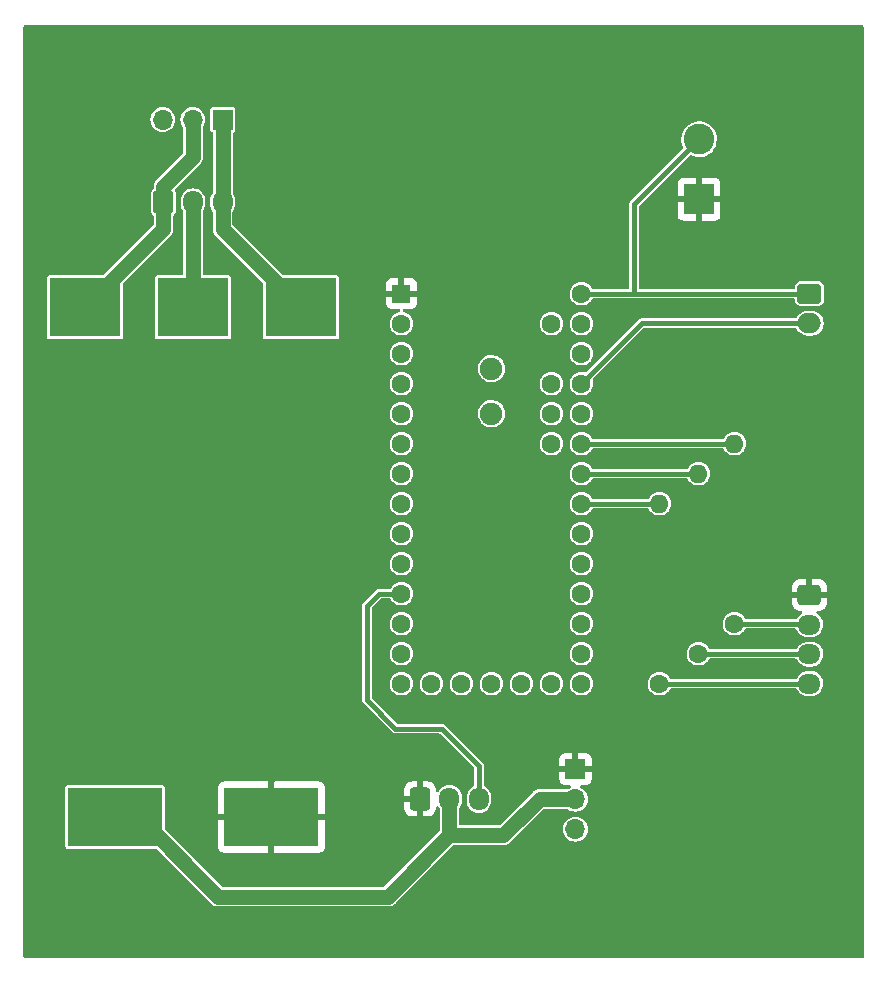
<source format=gbr>
%TF.GenerationSoftware,KiCad,Pcbnew,(6.0.5)*%
%TF.CreationDate,2022-06-17T01:03:42+02:00*%
%TF.ProjectId,seq,7365712e-6b69-4636-9164-5f7063625858,rev?*%
%TF.SameCoordinates,Original*%
%TF.FileFunction,Copper,L1,Top*%
%TF.FilePolarity,Positive*%
%FSLAX46Y46*%
G04 Gerber Fmt 4.6, Leading zero omitted, Abs format (unit mm)*
G04 Created by KiCad (PCBNEW (6.0.5)) date 2022-06-17 01:03:42*
%MOMM*%
%LPD*%
G01*
G04 APERTURE LIST*
G04 Aperture macros list*
%AMRoundRect*
0 Rectangle with rounded corners*
0 $1 Rounding radius*
0 $2 $3 $4 $5 $6 $7 $8 $9 X,Y pos of 4 corners*
0 Add a 4 corners polygon primitive as box body*
4,1,4,$2,$3,$4,$5,$6,$7,$8,$9,$2,$3,0*
0 Add four circle primitives for the rounded corners*
1,1,$1+$1,$2,$3*
1,1,$1+$1,$4,$5*
1,1,$1+$1,$6,$7*
1,1,$1+$1,$8,$9*
0 Add four rect primitives between the rounded corners*
20,1,$1+$1,$2,$3,$4,$5,0*
20,1,$1+$1,$4,$5,$6,$7,0*
20,1,$1+$1,$6,$7,$8,$9,0*
20,1,$1+$1,$8,$9,$2,$3,0*%
G04 Aperture macros list end*
%TA.AperFunction,ComponentPad*%
%ADD10O,1.700000X1.700000*%
%TD*%
%TA.AperFunction,ComponentPad*%
%ADD11R,1.700000X1.700000*%
%TD*%
%TA.AperFunction,ComponentPad*%
%ADD12R,6.000000X5.000000*%
%TD*%
%TA.AperFunction,ComponentPad*%
%ADD13RoundRect,0.250000X-0.600000X-0.725000X0.600000X-0.725000X0.600000X0.725000X-0.600000X0.725000X0*%
%TD*%
%TA.AperFunction,ComponentPad*%
%ADD14O,1.700000X1.950000*%
%TD*%
%TA.AperFunction,ComponentPad*%
%ADD15RoundRect,0.250000X-0.725000X0.600000X-0.725000X-0.600000X0.725000X-0.600000X0.725000X0.600000X0*%
%TD*%
%TA.AperFunction,ComponentPad*%
%ADD16O,1.950000X1.700000*%
%TD*%
%TA.AperFunction,ComponentPad*%
%ADD17R,2.600000X2.600000*%
%TD*%
%TA.AperFunction,ComponentPad*%
%ADD18C,2.600000*%
%TD*%
%TA.AperFunction,ComponentPad*%
%ADD19RoundRect,0.250000X-0.750000X0.600000X-0.750000X-0.600000X0.750000X-0.600000X0.750000X0.600000X0*%
%TD*%
%TA.AperFunction,ComponentPad*%
%ADD20O,2.000000X1.700000*%
%TD*%
%TA.AperFunction,ComponentPad*%
%ADD21C,1.600000*%
%TD*%
%TA.AperFunction,ComponentPad*%
%ADD22O,1.600000X1.600000*%
%TD*%
%TA.AperFunction,ComponentPad*%
%ADD23R,8.000000X5.000000*%
%TD*%
%TA.AperFunction,ComponentPad*%
%ADD24R,1.600000X1.600000*%
%TD*%
%TA.AperFunction,ComponentPad*%
%ADD25C,1.900000*%
%TD*%
%TA.AperFunction,Conductor*%
%ADD26C,1.270000*%
%TD*%
%TA.AperFunction,Conductor*%
%ADD27C,0.400000*%
%TD*%
G04 APERTURE END LIST*
D10*
%TO.P,J10,3,Pin_3*%
%TO.N,unconnected-(J10-Pad3)*%
X133096000Y-121410000D03*
%TO.P,J10,2,Pin_2*%
%TO.N,Net-(J10-Pad2)*%
X133096000Y-118870000D03*
D11*
%TO.P,J10,1,Pin_1*%
%TO.N,GND*%
X133096000Y-116330000D03*
%TD*%
D10*
%TO.P,J2,3,Pin_3*%
%TO.N,unconnected-(J2-Pad3)*%
X98156000Y-61341000D03*
%TO.P,J2,2,Pin_2*%
%TO.N,/B+*%
X100696000Y-61341000D03*
D11*
%TO.P,J2,1,Pin_1*%
%TO.N,/B-*%
X103236000Y-61341000D03*
%TD*%
D12*
%TO.P,J5,1,Pin_1*%
%TO.N,/B-*%
X109851000Y-77228000D03*
%TD*%
D13*
%TO.P,J8,1,Pin_1*%
%TO.N,GND*%
X119928000Y-118855000D03*
D14*
%TO.P,J8,2,Pin_2*%
%TO.N,Net-(J10-Pad2)*%
X122428000Y-118855000D03*
%TO.P,J8,3,Pin_3*%
%TO.N,Net-(J8-Pad3)*%
X124928000Y-118855000D03*
%TD*%
D15*
%TO.P,J9,1,Pin_1*%
%TO.N,GND*%
X152908000Y-101593000D03*
D16*
%TO.P,J9,2,Pin_2*%
%TO.N,Net-(J9-Pad2)*%
X152908000Y-104093000D03*
%TO.P,J9,3,Pin_3*%
%TO.N,Net-(J9-Pad3)*%
X152908000Y-106593000D03*
%TO.P,J9,4,Pin_4*%
%TO.N,Net-(J9-Pad4)*%
X152908000Y-109093000D03*
%TD*%
D17*
%TO.P,J11,1,Pin_1*%
%TO.N,GND*%
X143561000Y-68077000D03*
D18*
%TO.P,J11,2,Pin_2*%
%TO.N,VCC*%
X143561000Y-62997000D03*
%TD*%
D19*
%TO.P,J12,1,Pin_1*%
%TO.N,VCC*%
X152908000Y-76073000D03*
D20*
%TO.P,J12,2,Pin_2*%
%TO.N,Net-(J12-Pad2)*%
X152908000Y-78573000D03*
%TD*%
D13*
%TO.P,J1,1,Pin_1*%
%TO.N,/B+*%
X98211000Y-68338000D03*
D14*
%TO.P,J1,2,Pin_2*%
%TO.N,/BM*%
X100711000Y-68338000D03*
%TO.P,J1,3,Pin_3*%
%TO.N,/B-*%
X103211000Y-68338000D03*
%TD*%
D21*
%TO.P,R3,1*%
%TO.N,Net-(J9-Pad4)*%
X140208000Y-109093000D03*
D22*
%TO.P,R3,2*%
%TO.N,Net-(R3-Pad2)*%
X140208000Y-93853000D03*
%TD*%
D23*
%TO.P,J6,1,Pin_1*%
%TO.N,Net-(J10-Pad2)*%
X94107000Y-120384000D03*
%TD*%
D21*
%TO.P,R1,1*%
%TO.N,Net-(J9-Pad2)*%
X146558000Y-104013000D03*
D22*
%TO.P,R1,2*%
%TO.N,Net-(R1-Pad2)*%
X146558000Y-88773000D03*
%TD*%
D24*
%TO.P,U1,1,GND*%
%TO.N,GND*%
X118364000Y-76073000D03*
D21*
%TO.P,U1,2,0_RX1_Touch*%
%TO.N,unconnected-(U1-Pad2)*%
X118364000Y-78613000D03*
%TO.P,U1,3,1_TX1_Touch*%
%TO.N,unconnected-(U1-Pad3)*%
X118364000Y-81153000D03*
%TO.P,U1,4,2*%
%TO.N,unconnected-(U1-Pad4)*%
X118364000Y-83693000D03*
%TO.P,U1,5,3_TX_PWM*%
%TO.N,unconnected-(U1-Pad5)*%
X118364000Y-86233000D03*
%TO.P,U1,6,4_RX_PWM*%
%TO.N,unconnected-(U1-Pad6)*%
X118364000Y-88773000D03*
%TO.P,U1,7,5_TX1_PWM*%
%TO.N,unconnected-(U1-Pad7)*%
X118364000Y-91313000D03*
%TO.P,U1,8,6_PWM*%
%TO.N,unconnected-(U1-Pad8)*%
X118364000Y-93853000D03*
%TO.P,U1,9,7_RX3_DOUT*%
%TO.N,unconnected-(U1-Pad9)*%
X118364000Y-96393000D03*
%TO.P,U1,10,8_TX3_DIN*%
%TO.N,unconnected-(U1-Pad10)*%
X118364000Y-98933000D03*
%TO.P,U1,11,9_RX2_CS_PWM*%
%TO.N,Net-(J8-Pad3)*%
X118364000Y-101473000D03*
%TO.P,U1,12,10_TX2_CS_PWM*%
%TO.N,unconnected-(U1-Pad12)*%
X118364000Y-104013000D03*
%TO.P,U1,13,11_DOUT*%
%TO.N,unconnected-(U1-Pad13)*%
X118364000Y-106553000D03*
%TO.P,U1,14,12_DIN*%
%TO.N,unconnected-(U1-Pad14)*%
X118364000Y-109093000D03*
%TO.P,U1,15,VBat*%
%TO.N,unconnected-(U1-Pad15)*%
X120904000Y-109093000D03*
%TO.P,U1,16,3.3V*%
%TO.N,unconnected-(U1-Pad16)*%
X123444000Y-109093000D03*
%TO.P,U1,17,GND*%
%TO.N,unconnected-(U1-Pad17)*%
X125984000Y-109093000D03*
%TO.P,U1,18,Program*%
%TO.N,unconnected-(U1-Pad18)*%
X128524000Y-109093000D03*
%TO.P,U1,19,A14/DAC*%
%TO.N,unconnected-(U1-Pad19)*%
X131064000Y-109093000D03*
%TO.P,U1,20,13_LED_SCK*%
%TO.N,unconnected-(U1-Pad20)*%
X133604000Y-109093000D03*
%TO.P,U1,21,14_A0_SCK*%
%TO.N,unconnected-(U1-Pad21)*%
X133604000Y-106553000D03*
%TO.P,U1,22,15_A1_CS_Touch*%
%TO.N,unconnected-(U1-Pad22)*%
X133604000Y-104013000D03*
%TO.P,U1,23,16_A2_SCL0_Touch*%
%TO.N,unconnected-(U1-Pad23)*%
X133604000Y-101473000D03*
%TO.P,U1,24,17_A3_SDA0_Touch*%
%TO.N,unconnected-(U1-Pad24)*%
X133604000Y-98933000D03*
%TO.P,U1,25,18_A4_SDA0_Touch*%
%TO.N,unconnected-(U1-Pad25)*%
X133604000Y-96393000D03*
%TO.P,U1,26,19_A5_SCL0_Touch*%
%TO.N,Net-(R3-Pad2)*%
X133604000Y-93853000D03*
%TO.P,U1,27,20_A6_CS_PWM*%
%TO.N,Net-(R2-Pad2)*%
X133604000Y-91313000D03*
%TO.P,U1,28,21_A7_RX1_CS_PWM*%
%TO.N,Net-(R1-Pad2)*%
X133604000Y-88773000D03*
%TO.P,U1,29,22_A8_Touch_PWM*%
%TO.N,unconnected-(U1-Pad29)*%
X133604000Y-86233000D03*
%TO.P,U1,30,23_A9_Touch_PWM*%
%TO.N,Net-(J12-Pad2)*%
X133604000Y-83693000D03*
%TO.P,U1,31,3.3V*%
%TO.N,unconnected-(U1-Pad31)*%
X133604000Y-81153000D03*
%TO.P,U1,32,AGND*%
%TO.N,unconnected-(U1-Pad32)*%
X133604000Y-78613000D03*
%TO.P,U1,33,Vin*%
%TO.N,VCC*%
X133604000Y-76073000D03*
%TO.P,U1,34,VUSB*%
%TO.N,unconnected-(U1-Pad34)*%
X131064000Y-78613000D03*
%TO.P,U1,35,AREF*%
%TO.N,unconnected-(U1-Pad35)*%
X131064000Y-83693000D03*
%TO.P,U1,36,A10*%
%TO.N,unconnected-(U1-Pad36)*%
X131064000Y-86233000D03*
%TO.P,U1,37,A11*%
%TO.N,unconnected-(U1-Pad37)*%
X131064000Y-88773000D03*
D25*
%TO.P,U1,38,Reset*%
%TO.N,N/C*%
X125984000Y-82423000D03*
X125984000Y-86233000D03*
%TD*%
D23*
%TO.P,J7,1,Pin_1*%
%TO.N,GND*%
X107351000Y-120384000D03*
%TD*%
D21*
%TO.P,R2,1*%
%TO.N,Net-(J9-Pad3)*%
X143510000Y-106553000D03*
D22*
%TO.P,R2,2*%
%TO.N,Net-(R2-Pad2)*%
X143510000Y-91313000D03*
%TD*%
D12*
%TO.P,J3,1,Pin_1*%
%TO.N,/B+*%
X91571000Y-77228000D03*
%TD*%
%TO.P,J4,1,Pin_1*%
%TO.N,/BM*%
X100711000Y-77228000D03*
%TD*%
D26*
%TO.N,Net-(J10-Pad2)*%
X117221020Y-127126980D02*
X122428000Y-121920000D01*
X102849980Y-127126980D02*
X117221020Y-127126980D01*
D27*
%TO.N,VCC*%
X138049000Y-68509000D02*
X138049000Y-76073000D01*
X143561000Y-62997000D02*
X138049000Y-68509000D01*
X138049000Y-76073000D02*
X143510000Y-76073000D01*
X133604000Y-76073000D02*
X138049000Y-76073000D01*
D26*
%TO.N,Net-(J10-Pad2)*%
X127000000Y-121920000D02*
X122428000Y-121920000D01*
X130050000Y-118870000D02*
X127000000Y-121920000D01*
X133096000Y-118870000D02*
X130050000Y-118870000D01*
X122428000Y-118855000D02*
X122428000Y-121920000D01*
%TO.N,/B+*%
X98211000Y-67016000D02*
X98211000Y-68338000D01*
X100696000Y-64531000D02*
X98211000Y-67016000D01*
X100696000Y-61341000D02*
X100696000Y-64531000D01*
%TO.N,/B-*%
X103236000Y-68313000D02*
X103211000Y-68338000D01*
X103236000Y-61341000D02*
X103236000Y-68313000D01*
%TO.N,Net-(J10-Pad2)*%
X102849980Y-127126980D02*
X96107000Y-120384000D01*
D27*
%TO.N,Net-(J8-Pad3)*%
X117856000Y-112903000D02*
X115443000Y-110490000D01*
X121793000Y-112903000D02*
X117856000Y-112903000D01*
X124928000Y-116038000D02*
X121793000Y-112903000D01*
X124928000Y-118855000D02*
X124928000Y-116038000D01*
X115443000Y-110490000D02*
X115443000Y-102489000D01*
D26*
%TO.N,/B-*%
X103211000Y-70588000D02*
X109851000Y-77228000D01*
X103211000Y-68338000D02*
X103211000Y-70588000D01*
%TO.N,/B+*%
X98211000Y-68338000D02*
X98211000Y-70588000D01*
X98211000Y-70588000D02*
X91571000Y-77228000D01*
%TO.N,/BM*%
X100711000Y-68338000D02*
X100711000Y-77228000D01*
D27*
%TO.N,Net-(R3-Pad2)*%
X140208000Y-93853000D02*
X133604000Y-93853000D01*
%TO.N,Net-(R2-Pad2)*%
X143510000Y-91313000D02*
X133604000Y-91313000D01*
%TO.N,Net-(R1-Pad2)*%
X146558000Y-88773000D02*
X133604000Y-88773000D01*
%TO.N,VCC*%
X143510000Y-76073000D02*
X152908000Y-76073000D01*
%TO.N,Net-(J8-Pad3)*%
X115443000Y-102489000D02*
X116459000Y-101473000D01*
X116459000Y-101473000D02*
X118364000Y-101473000D01*
%TO.N,Net-(J9-Pad3)*%
X143510000Y-106553000D02*
X152868000Y-106553000D01*
X152868000Y-106553000D02*
X152908000Y-106593000D01*
%TO.N,Net-(J9-Pad2)*%
X152828000Y-104013000D02*
X152908000Y-104093000D01*
X146558000Y-104013000D02*
X152828000Y-104013000D01*
%TO.N,Net-(J9-Pad4)*%
X140208000Y-109093000D02*
X152908000Y-109093000D01*
%TO.N,Net-(J12-Pad2)*%
X152908000Y-78573000D02*
X138724000Y-78573000D01*
X138724000Y-78573000D02*
X133604000Y-83693000D01*
%TD*%
%TA.AperFunction,Conductor*%
%TO.N,GND*%
G36*
X157427121Y-53361002D02*
G01*
X157473614Y-53414658D01*
X157485000Y-53467000D01*
X157485000Y-132213000D01*
X157464998Y-132281121D01*
X157411342Y-132327614D01*
X157359000Y-132339000D01*
X86487000Y-132339000D01*
X86418879Y-132318998D01*
X86372386Y-132265342D01*
X86361000Y-132213000D01*
X86361000Y-122903748D01*
X89906500Y-122903748D01*
X89918133Y-122962231D01*
X89962448Y-123028552D01*
X90028769Y-123072867D01*
X90040938Y-123075288D01*
X90040939Y-123075288D01*
X90081184Y-123083293D01*
X90087252Y-123084500D01*
X97573735Y-123084500D01*
X97641856Y-123104502D01*
X97662830Y-123121405D01*
X102230591Y-127689166D01*
X102237733Y-127696932D01*
X102270405Y-127735594D01*
X102275829Y-127739741D01*
X102275830Y-127739742D01*
X102333184Y-127783592D01*
X102335595Y-127785483D01*
X102397182Y-127835000D01*
X102403294Y-127838034D01*
X102405564Y-127839486D01*
X102405992Y-127839786D01*
X102406434Y-127840061D01*
X102406909Y-127840322D01*
X102409194Y-127841706D01*
X102414616Y-127845851D01*
X102420801Y-127848735D01*
X102486223Y-127879243D01*
X102488995Y-127880577D01*
X102548919Y-127910323D01*
X102559782Y-127915715D01*
X102566405Y-127917366D01*
X102568910Y-127918288D01*
X102569406Y-127918494D01*
X102569914Y-127918674D01*
X102570410Y-127918820D01*
X102572956Y-127919687D01*
X102579139Y-127922570D01*
X102585793Y-127924057D01*
X102585795Y-127924058D01*
X102656273Y-127939811D01*
X102659270Y-127940520D01*
X102729297Y-127957980D01*
X102729302Y-127957981D01*
X102735921Y-127959631D01*
X102742741Y-127959821D01*
X102745395Y-127960185D01*
X102746460Y-127960377D01*
X102751257Y-127961042D01*
X102756298Y-127962169D01*
X102761860Y-127962480D01*
X102836166Y-127962480D01*
X102839685Y-127962529D01*
X102917382Y-127964699D01*
X102924089Y-127963420D01*
X102930722Y-127962886D01*
X102940829Y-127962480D01*
X117180589Y-127962480D01*
X117191131Y-127962922D01*
X117241554Y-127967156D01*
X117319904Y-127956701D01*
X117322894Y-127956340D01*
X117401489Y-127947802D01*
X117407950Y-127945628D01*
X117410587Y-127945048D01*
X117411088Y-127944960D01*
X117411618Y-127944836D01*
X117412132Y-127944687D01*
X117414728Y-127944049D01*
X117421490Y-127943147D01*
X117495741Y-127916123D01*
X117498644Y-127915106D01*
X117567073Y-127892077D01*
X117573539Y-127889901D01*
X117579389Y-127886386D01*
X117581817Y-127885264D01*
X117582307Y-127885062D01*
X117582797Y-127884828D01*
X117583255Y-127884579D01*
X117585661Y-127883395D01*
X117592074Y-127881061D01*
X117658817Y-127838704D01*
X117661437Y-127837086D01*
X117723289Y-127799921D01*
X117729141Y-127796405D01*
X117734102Y-127791713D01*
X117736225Y-127790102D01*
X117737119Y-127789480D01*
X117740972Y-127786566D01*
X117745345Y-127783791D01*
X117749497Y-127780078D01*
X117802025Y-127727550D01*
X117804547Y-127725097D01*
X117861037Y-127671677D01*
X117864875Y-127666029D01*
X117869198Y-127660950D01*
X117876057Y-127653518D01*
X122737170Y-122792405D01*
X122799482Y-122758379D01*
X122826265Y-122755500D01*
X126959569Y-122755500D01*
X126970111Y-122755942D01*
X127020534Y-122760176D01*
X127098884Y-122749721D01*
X127101874Y-122749360D01*
X127180469Y-122740822D01*
X127186930Y-122738648D01*
X127189567Y-122738068D01*
X127190068Y-122737980D01*
X127190598Y-122737856D01*
X127191112Y-122737707D01*
X127193708Y-122737069D01*
X127200470Y-122736167D01*
X127274721Y-122709143D01*
X127277624Y-122708126D01*
X127346053Y-122685097D01*
X127352519Y-122682921D01*
X127358369Y-122679406D01*
X127360797Y-122678284D01*
X127361287Y-122678082D01*
X127361777Y-122677848D01*
X127362235Y-122677599D01*
X127364641Y-122676415D01*
X127371054Y-122674081D01*
X127437797Y-122631724D01*
X127440417Y-122630106D01*
X127502269Y-122592941D01*
X127508121Y-122589425D01*
X127513082Y-122584733D01*
X127515205Y-122583122D01*
X127516099Y-122582500D01*
X127519952Y-122579586D01*
X127524325Y-122576811D01*
X127528477Y-122573098D01*
X127581006Y-122520569D01*
X127583528Y-122518116D01*
X127635056Y-122469388D01*
X127640017Y-122464697D01*
X127643855Y-122459049D01*
X127648178Y-122453970D01*
X127655037Y-122446538D01*
X128706313Y-121395262D01*
X132040520Y-121395262D01*
X132057759Y-121600553D01*
X132114544Y-121798586D01*
X132117359Y-121804063D01*
X132117360Y-121804066D01*
X132138247Y-121844707D01*
X132208712Y-121981818D01*
X132336677Y-122143270D01*
X132493564Y-122276791D01*
X132673398Y-122377297D01*
X132768238Y-122408113D01*
X132863471Y-122439056D01*
X132863475Y-122439057D01*
X132869329Y-122440959D01*
X133073894Y-122465351D01*
X133080029Y-122464879D01*
X133080031Y-122464879D01*
X133136039Y-122460569D01*
X133279300Y-122449546D01*
X133285230Y-122447890D01*
X133285232Y-122447890D01*
X133471797Y-122395800D01*
X133471796Y-122395800D01*
X133477725Y-122394145D01*
X133483214Y-122391372D01*
X133483220Y-122391370D01*
X133656116Y-122304033D01*
X133661610Y-122301258D01*
X133823951Y-122174424D01*
X133958564Y-122018472D01*
X133979387Y-121981818D01*
X134057276Y-121844707D01*
X134060323Y-121839344D01*
X134125351Y-121643863D01*
X134151171Y-121439474D01*
X134151583Y-121410000D01*
X134131480Y-121204970D01*
X134071935Y-121007749D01*
X133975218Y-120825849D01*
X133901859Y-120735902D01*
X133848906Y-120670975D01*
X133848903Y-120670972D01*
X133845011Y-120666200D01*
X133838173Y-120660543D01*
X133691025Y-120538811D01*
X133691021Y-120538809D01*
X133686275Y-120534882D01*
X133505055Y-120436897D01*
X133308254Y-120375977D01*
X133302129Y-120375333D01*
X133302128Y-120375333D01*
X133109498Y-120355087D01*
X133109496Y-120355087D01*
X133103369Y-120354443D01*
X133016529Y-120362346D01*
X132904342Y-120372555D01*
X132904339Y-120372556D01*
X132898203Y-120373114D01*
X132700572Y-120431280D01*
X132518002Y-120526726D01*
X132513201Y-120530586D01*
X132513198Y-120530588D01*
X132502971Y-120538811D01*
X132357447Y-120655815D01*
X132225024Y-120813630D01*
X132222056Y-120819028D01*
X132222053Y-120819033D01*
X132215315Y-120831290D01*
X132125776Y-120994162D01*
X132063484Y-121190532D01*
X132062798Y-121196649D01*
X132062797Y-121196653D01*
X132042510Y-121377517D01*
X132040520Y-121395262D01*
X128706313Y-121395262D01*
X130359171Y-119742405D01*
X130421483Y-119708379D01*
X130448266Y-119705500D01*
X132410438Y-119705500D01*
X132478559Y-119725502D01*
X132483755Y-119729356D01*
X132483809Y-119729279D01*
X132488872Y-119732798D01*
X132493564Y-119736791D01*
X132673398Y-119837297D01*
X132737266Y-119858049D01*
X132863471Y-119899056D01*
X132863475Y-119899057D01*
X132869329Y-119900959D01*
X133073894Y-119925351D01*
X133080029Y-119924879D01*
X133080031Y-119924879D01*
X133136039Y-119920569D01*
X133279300Y-119909546D01*
X133285230Y-119907890D01*
X133285232Y-119907890D01*
X133445028Y-119863274D01*
X133477725Y-119854145D01*
X133483214Y-119851372D01*
X133483220Y-119851370D01*
X133656116Y-119764033D01*
X133661610Y-119761258D01*
X133702542Y-119729279D01*
X133819101Y-119638213D01*
X133823951Y-119634424D01*
X133830278Y-119627095D01*
X133954540Y-119483134D01*
X133954540Y-119483133D01*
X133958564Y-119478472D01*
X134060323Y-119299344D01*
X134125351Y-119103863D01*
X134151171Y-118899474D01*
X134151583Y-118870000D01*
X134131480Y-118664970D01*
X134071935Y-118467749D01*
X133975218Y-118285849D01*
X133865474Y-118151290D01*
X133848906Y-118130975D01*
X133848903Y-118130972D01*
X133845011Y-118126200D01*
X133828320Y-118112392D01*
X133691025Y-117998811D01*
X133691021Y-117998809D01*
X133686275Y-117994882D01*
X133558255Y-117925662D01*
X133556726Y-117924835D01*
X133506317Y-117874840D01*
X133490940Y-117805529D01*
X133515476Y-117738907D01*
X133572136Y-117696126D01*
X133616655Y-117687999D01*
X133990669Y-117687999D01*
X133997490Y-117687629D01*
X134048352Y-117682105D01*
X134063604Y-117678479D01*
X134184054Y-117633324D01*
X134199649Y-117624786D01*
X134301724Y-117548285D01*
X134314285Y-117535724D01*
X134390786Y-117433649D01*
X134399324Y-117418054D01*
X134444478Y-117297606D01*
X134448105Y-117282351D01*
X134453631Y-117231486D01*
X134454000Y-117224672D01*
X134454000Y-116602115D01*
X134449525Y-116586876D01*
X134448135Y-116585671D01*
X134440452Y-116584000D01*
X131756116Y-116584000D01*
X131740877Y-116588475D01*
X131739672Y-116589865D01*
X131738001Y-116597548D01*
X131738001Y-117224669D01*
X131738371Y-117231490D01*
X131743895Y-117282352D01*
X131747521Y-117297604D01*
X131792676Y-117418054D01*
X131801214Y-117433649D01*
X131877715Y-117535724D01*
X131890276Y-117548285D01*
X131992351Y-117624786D01*
X132007946Y-117633324D01*
X132128394Y-117678478D01*
X132143649Y-117682105D01*
X132194514Y-117687631D01*
X132201328Y-117688000D01*
X132576432Y-117688000D01*
X132644553Y-117708002D01*
X132691046Y-117761658D01*
X132701150Y-117831932D01*
X132671656Y-117896512D01*
X132634812Y-117925659D01*
X132518002Y-117986726D01*
X132513201Y-117990586D01*
X132513198Y-117990588D01*
X132493163Y-118006697D01*
X132427540Y-118033793D01*
X132414211Y-118034500D01*
X130090431Y-118034500D01*
X130079888Y-118034058D01*
X130076732Y-118033793D01*
X130029466Y-118029824D01*
X129951116Y-118040279D01*
X129948126Y-118040640D01*
X129869531Y-118049178D01*
X129863070Y-118051352D01*
X129860433Y-118051932D01*
X129859932Y-118052021D01*
X129859405Y-118052143D01*
X129858886Y-118052294D01*
X129856296Y-118052930D01*
X129849530Y-118053833D01*
X129843116Y-118056168D01*
X129843114Y-118056168D01*
X129775294Y-118080852D01*
X129772389Y-118081870D01*
X129697481Y-118107079D01*
X129691627Y-118110596D01*
X129689199Y-118111718D01*
X129688709Y-118111920D01*
X129688237Y-118112145D01*
X129687775Y-118112397D01*
X129685361Y-118113585D01*
X129678946Y-118115920D01*
X129631786Y-118145849D01*
X129612237Y-118158255D01*
X129609634Y-118159863D01*
X129541879Y-118200575D01*
X129536918Y-118205267D01*
X129534795Y-118206878D01*
X129533896Y-118207503D01*
X129530041Y-118210418D01*
X129525675Y-118213189D01*
X129521522Y-118216902D01*
X129468976Y-118269448D01*
X129466454Y-118271901D01*
X129415554Y-118320035D01*
X129409983Y-118325303D01*
X129406149Y-118330944D01*
X129401820Y-118336031D01*
X129394963Y-118343461D01*
X126690829Y-121047595D01*
X126628517Y-121081621D01*
X126601734Y-121084500D01*
X123389500Y-121084500D01*
X123321379Y-121064498D01*
X123274886Y-121010842D01*
X123263500Y-120958500D01*
X123263500Y-119664509D01*
X123283502Y-119596388D01*
X123292978Y-119583518D01*
X123293426Y-119582984D01*
X123298976Y-119576370D01*
X123301939Y-119570981D01*
X123301942Y-119570976D01*
X123395257Y-119401235D01*
X123398224Y-119395838D01*
X123460516Y-119199468D01*
X123461474Y-119190932D01*
X123478107Y-119042636D01*
X123478500Y-119039136D01*
X123478500Y-118678159D01*
X123463480Y-118524970D01*
X123403935Y-118327749D01*
X123307218Y-118145849D01*
X123230793Y-118052143D01*
X123180906Y-117990975D01*
X123180903Y-117990972D01*
X123177011Y-117986200D01*
X123172038Y-117982086D01*
X123023025Y-117858811D01*
X123023021Y-117858809D01*
X123018275Y-117854882D01*
X122837055Y-117756897D01*
X122640254Y-117695977D01*
X122634129Y-117695333D01*
X122634128Y-117695333D01*
X122441498Y-117675087D01*
X122441496Y-117675087D01*
X122435369Y-117674443D01*
X122351175Y-117682105D01*
X122236342Y-117692555D01*
X122236339Y-117692556D01*
X122230203Y-117693114D01*
X122032572Y-117751280D01*
X121850002Y-117846726D01*
X121845201Y-117850586D01*
X121845198Y-117850588D01*
X121751825Y-117925662D01*
X121689447Y-117975815D01*
X121557024Y-118133630D01*
X121554055Y-118139031D01*
X121554048Y-118139041D01*
X121522413Y-118196585D01*
X121472068Y-118246644D01*
X121402651Y-118261537D01*
X121336202Y-118236536D01*
X121293818Y-118179579D01*
X121285999Y-118135884D01*
X121285999Y-118082905D01*
X121285662Y-118076386D01*
X121275743Y-117980794D01*
X121272851Y-117967400D01*
X121221412Y-117813216D01*
X121215239Y-117800038D01*
X121129937Y-117662193D01*
X121120901Y-117650792D01*
X121006171Y-117536261D01*
X120994760Y-117527249D01*
X120856757Y-117442184D01*
X120843576Y-117436037D01*
X120689290Y-117384862D01*
X120675914Y-117381995D01*
X120581562Y-117372328D01*
X120575145Y-117372000D01*
X120200115Y-117372000D01*
X120184876Y-117376475D01*
X120183671Y-117377865D01*
X120182000Y-117385548D01*
X120182000Y-120319884D01*
X120186475Y-120335123D01*
X120187865Y-120336328D01*
X120195548Y-120337999D01*
X120575095Y-120337999D01*
X120581614Y-120337662D01*
X120677206Y-120327743D01*
X120690600Y-120324851D01*
X120844784Y-120273412D01*
X120857962Y-120267239D01*
X120995807Y-120181937D01*
X121007208Y-120172901D01*
X121121739Y-120058171D01*
X121130751Y-120046760D01*
X121215816Y-119908757D01*
X121221963Y-119895576D01*
X121273138Y-119741290D01*
X121276005Y-119727914D01*
X121285672Y-119633562D01*
X121286000Y-119627146D01*
X121286000Y-119575289D01*
X121306002Y-119507168D01*
X121359658Y-119460675D01*
X121429932Y-119450571D01*
X121494512Y-119480065D01*
X121523251Y-119516136D01*
X121545884Y-119558702D01*
X121545888Y-119558708D01*
X121548782Y-119564151D01*
X121552677Y-119568927D01*
X121552678Y-119568928D01*
X121564142Y-119582984D01*
X121591697Y-119648416D01*
X121592500Y-119662621D01*
X121592500Y-121521735D01*
X121572498Y-121589856D01*
X121555595Y-121610830D01*
X116911849Y-126254575D01*
X116849537Y-126288601D01*
X116822754Y-126291480D01*
X103248245Y-126291480D01*
X103180124Y-126271478D01*
X103159150Y-126254575D01*
X99833245Y-122928669D01*
X102843001Y-122928669D01*
X102843371Y-122935490D01*
X102848895Y-122986352D01*
X102852521Y-123001604D01*
X102897676Y-123122054D01*
X102906214Y-123137649D01*
X102982715Y-123239724D01*
X102995276Y-123252285D01*
X103097351Y-123328786D01*
X103112946Y-123337324D01*
X103233394Y-123382478D01*
X103248649Y-123386105D01*
X103299514Y-123391631D01*
X103306328Y-123392000D01*
X107078885Y-123392000D01*
X107094124Y-123387525D01*
X107095329Y-123386135D01*
X107097000Y-123378452D01*
X107097000Y-123373884D01*
X107605000Y-123373884D01*
X107609475Y-123389123D01*
X107610865Y-123390328D01*
X107618548Y-123391999D01*
X111395669Y-123391999D01*
X111402490Y-123391629D01*
X111453352Y-123386105D01*
X111468604Y-123382479D01*
X111589054Y-123337324D01*
X111604649Y-123328786D01*
X111706724Y-123252285D01*
X111719285Y-123239724D01*
X111795786Y-123137649D01*
X111804324Y-123122054D01*
X111849478Y-123001606D01*
X111853105Y-122986351D01*
X111858631Y-122935486D01*
X111859000Y-122928672D01*
X111859000Y-120656115D01*
X111854525Y-120640876D01*
X111853135Y-120639671D01*
X111845452Y-120638000D01*
X107623115Y-120638000D01*
X107607876Y-120642475D01*
X107606671Y-120643865D01*
X107605000Y-120651548D01*
X107605000Y-123373884D01*
X107097000Y-123373884D01*
X107097000Y-120656115D01*
X107092525Y-120640876D01*
X107091135Y-120639671D01*
X107083452Y-120638000D01*
X102861116Y-120638000D01*
X102845877Y-120642475D01*
X102844672Y-120643865D01*
X102843001Y-120651548D01*
X102843001Y-122928669D01*
X99833245Y-122928669D01*
X98344405Y-121439829D01*
X98310379Y-121377517D01*
X98307500Y-121350734D01*
X98307500Y-120111885D01*
X102843000Y-120111885D01*
X102847475Y-120127124D01*
X102848865Y-120128329D01*
X102856548Y-120130000D01*
X107078885Y-120130000D01*
X107094124Y-120125525D01*
X107095329Y-120124135D01*
X107097000Y-120116452D01*
X107097000Y-120111885D01*
X107605000Y-120111885D01*
X107609475Y-120127124D01*
X107610865Y-120128329D01*
X107618548Y-120130000D01*
X111840884Y-120130000D01*
X111856123Y-120125525D01*
X111857328Y-120124135D01*
X111858999Y-120116452D01*
X111858999Y-119627095D01*
X118570001Y-119627095D01*
X118570338Y-119633614D01*
X118580257Y-119729206D01*
X118583149Y-119742600D01*
X118634588Y-119896784D01*
X118640761Y-119909962D01*
X118726063Y-120047807D01*
X118735099Y-120059208D01*
X118849829Y-120173739D01*
X118861240Y-120182751D01*
X118999243Y-120267816D01*
X119012424Y-120273963D01*
X119166710Y-120325138D01*
X119180086Y-120328005D01*
X119274438Y-120337672D01*
X119280854Y-120338000D01*
X119655885Y-120338000D01*
X119671124Y-120333525D01*
X119672329Y-120332135D01*
X119674000Y-120324452D01*
X119674000Y-119127115D01*
X119669525Y-119111876D01*
X119668135Y-119110671D01*
X119660452Y-119109000D01*
X118588116Y-119109000D01*
X118572877Y-119113475D01*
X118571672Y-119114865D01*
X118570001Y-119122548D01*
X118570001Y-119627095D01*
X111858999Y-119627095D01*
X111858999Y-118582885D01*
X118570000Y-118582885D01*
X118574475Y-118598124D01*
X118575865Y-118599329D01*
X118583548Y-118601000D01*
X119655885Y-118601000D01*
X119671124Y-118596525D01*
X119672329Y-118595135D01*
X119674000Y-118587452D01*
X119674000Y-117390116D01*
X119669525Y-117374877D01*
X119668135Y-117373672D01*
X119660452Y-117372001D01*
X119280905Y-117372001D01*
X119274386Y-117372338D01*
X119178794Y-117382257D01*
X119165400Y-117385149D01*
X119011216Y-117436588D01*
X118998038Y-117442761D01*
X118860193Y-117528063D01*
X118848792Y-117537099D01*
X118734261Y-117651829D01*
X118725249Y-117663240D01*
X118640184Y-117801243D01*
X118634037Y-117814424D01*
X118582862Y-117968710D01*
X118579995Y-117982086D01*
X118570328Y-118076438D01*
X118570000Y-118082855D01*
X118570000Y-118582885D01*
X111858999Y-118582885D01*
X111858999Y-117839331D01*
X111858629Y-117832510D01*
X111853105Y-117781648D01*
X111849479Y-117766396D01*
X111804324Y-117645946D01*
X111795786Y-117630351D01*
X111719285Y-117528276D01*
X111706724Y-117515715D01*
X111604649Y-117439214D01*
X111589054Y-117430676D01*
X111468606Y-117385522D01*
X111453351Y-117381895D01*
X111402486Y-117376369D01*
X111395672Y-117376000D01*
X107623115Y-117376000D01*
X107607876Y-117380475D01*
X107606671Y-117381865D01*
X107605000Y-117389548D01*
X107605000Y-120111885D01*
X107097000Y-120111885D01*
X107097000Y-117394116D01*
X107092525Y-117378877D01*
X107091135Y-117377672D01*
X107083452Y-117376001D01*
X103306331Y-117376001D01*
X103299510Y-117376371D01*
X103248648Y-117381895D01*
X103233396Y-117385521D01*
X103112946Y-117430676D01*
X103097351Y-117439214D01*
X102995276Y-117515715D01*
X102982715Y-117528276D01*
X102906214Y-117630351D01*
X102897676Y-117645946D01*
X102852522Y-117766394D01*
X102848895Y-117781649D01*
X102843369Y-117832514D01*
X102843000Y-117839328D01*
X102843000Y-120111885D01*
X98307500Y-120111885D01*
X98307500Y-117864252D01*
X98295867Y-117805769D01*
X98251552Y-117739448D01*
X98185231Y-117695133D01*
X98173062Y-117692712D01*
X98173061Y-117692712D01*
X98132816Y-117684707D01*
X98126748Y-117683500D01*
X90087252Y-117683500D01*
X90081184Y-117684707D01*
X90040939Y-117692712D01*
X90040938Y-117692712D01*
X90028769Y-117695133D01*
X89962448Y-117739448D01*
X89918133Y-117805769D01*
X89906500Y-117864252D01*
X89906500Y-122903748D01*
X86361000Y-122903748D01*
X86361000Y-110553433D01*
X115042500Y-110553433D01*
X115045564Y-110562864D01*
X115045565Y-110562868D01*
X115049297Y-110574353D01*
X115053913Y-110593578D01*
X115057354Y-110615304D01*
X115061855Y-110624137D01*
X115061856Y-110624141D01*
X115067341Y-110634906D01*
X115074905Y-110653166D01*
X115081704Y-110674090D01*
X115094639Y-110691893D01*
X115104965Y-110708745D01*
X115114950Y-110728342D01*
X115137513Y-110750905D01*
X115137516Y-110750909D01*
X117527950Y-113141342D01*
X117617658Y-113231050D01*
X117626492Y-113235551D01*
X117626493Y-113235552D01*
X117637259Y-113241038D01*
X117654116Y-113251368D01*
X117671910Y-113264296D01*
X117692832Y-113271094D01*
X117711093Y-113278658D01*
X117721861Y-113284145D01*
X117721865Y-113284146D01*
X117730696Y-113288646D01*
X117740485Y-113290197D01*
X117740493Y-113290199D01*
X117752427Y-113292089D01*
X117771647Y-113296703D01*
X117783133Y-113300435D01*
X117783140Y-113300436D01*
X117792567Y-113303499D01*
X117824477Y-113303499D01*
X117824481Y-113303500D01*
X121574917Y-113303500D01*
X121643038Y-113323502D01*
X121664012Y-113340405D01*
X124490595Y-116166988D01*
X124524621Y-116229300D01*
X124527500Y-116256083D01*
X124527500Y-117677624D01*
X124507498Y-117745745D01*
X124459876Y-117789285D01*
X124350002Y-117846726D01*
X124345202Y-117850586D01*
X124345201Y-117850586D01*
X124252854Y-117924835D01*
X124189447Y-117975815D01*
X124057024Y-118133630D01*
X124054056Y-118139028D01*
X124054053Y-118139033D01*
X123981669Y-118270700D01*
X123957776Y-118314162D01*
X123895484Y-118510532D01*
X123894798Y-118516649D01*
X123894797Y-118516653D01*
X123887368Y-118582885D01*
X123877500Y-118670864D01*
X123877500Y-119031841D01*
X123892520Y-119185030D01*
X123952065Y-119382251D01*
X124048782Y-119564151D01*
X124109186Y-119638213D01*
X124175094Y-119719025D01*
X124175097Y-119719028D01*
X124178989Y-119723800D01*
X124183736Y-119727727D01*
X124183738Y-119727729D01*
X124332975Y-119851189D01*
X124332979Y-119851191D01*
X124337725Y-119855118D01*
X124518945Y-119953103D01*
X124715746Y-120014023D01*
X124721871Y-120014667D01*
X124721872Y-120014667D01*
X124914502Y-120034913D01*
X124914504Y-120034913D01*
X124920631Y-120035557D01*
X125007471Y-120027654D01*
X125119658Y-120017445D01*
X125119661Y-120017444D01*
X125125797Y-120016886D01*
X125323428Y-119958720D01*
X125505998Y-119863274D01*
X125510799Y-119859414D01*
X125510802Y-119859412D01*
X125661746Y-119738050D01*
X125661747Y-119738050D01*
X125666553Y-119734185D01*
X125798976Y-119576370D01*
X125801944Y-119570972D01*
X125801947Y-119570967D01*
X125895257Y-119401235D01*
X125898224Y-119395838D01*
X125960516Y-119199468D01*
X125961474Y-119190932D01*
X125978107Y-119042636D01*
X125978500Y-119039136D01*
X125978500Y-118678159D01*
X125963480Y-118524970D01*
X125903935Y-118327749D01*
X125807218Y-118145849D01*
X125730793Y-118052143D01*
X125680906Y-117990975D01*
X125680903Y-117990972D01*
X125677011Y-117986200D01*
X125672038Y-117982086D01*
X125523025Y-117858811D01*
X125523021Y-117858809D01*
X125518275Y-117854882D01*
X125512854Y-117851951D01*
X125512850Y-117851948D01*
X125394572Y-117787996D01*
X125344163Y-117738001D01*
X125328500Y-117677160D01*
X125328500Y-116057885D01*
X131738000Y-116057885D01*
X131742475Y-116073124D01*
X131743865Y-116074329D01*
X131751548Y-116076000D01*
X132823885Y-116076000D01*
X132839124Y-116071525D01*
X132840329Y-116070135D01*
X132842000Y-116062452D01*
X132842000Y-116057885D01*
X133350000Y-116057885D01*
X133354475Y-116073124D01*
X133355865Y-116074329D01*
X133363548Y-116076000D01*
X134435884Y-116076000D01*
X134451123Y-116071525D01*
X134452328Y-116070135D01*
X134453999Y-116062452D01*
X134453999Y-115435331D01*
X134453629Y-115428510D01*
X134448105Y-115377648D01*
X134444479Y-115362396D01*
X134399324Y-115241946D01*
X134390786Y-115226351D01*
X134314285Y-115124276D01*
X134301724Y-115111715D01*
X134199649Y-115035214D01*
X134184054Y-115026676D01*
X134063606Y-114981522D01*
X134048351Y-114977895D01*
X133997486Y-114972369D01*
X133990672Y-114972000D01*
X133368115Y-114972000D01*
X133352876Y-114976475D01*
X133351671Y-114977865D01*
X133350000Y-114985548D01*
X133350000Y-116057885D01*
X132842000Y-116057885D01*
X132842000Y-114990116D01*
X132837525Y-114974877D01*
X132836135Y-114973672D01*
X132828452Y-114972001D01*
X132201331Y-114972001D01*
X132194510Y-114972371D01*
X132143648Y-114977895D01*
X132128396Y-114981521D01*
X132007946Y-115026676D01*
X131992351Y-115035214D01*
X131890276Y-115111715D01*
X131877715Y-115124276D01*
X131801214Y-115226351D01*
X131792676Y-115241946D01*
X131747522Y-115362394D01*
X131743895Y-115377649D01*
X131738369Y-115428514D01*
X131738000Y-115435328D01*
X131738000Y-116057885D01*
X125328500Y-116057885D01*
X125328500Y-115974567D01*
X125321703Y-115953648D01*
X125317087Y-115934422D01*
X125315197Y-115922489D01*
X125313646Y-115912696D01*
X125303660Y-115893097D01*
X125296096Y-115874836D01*
X125289297Y-115853911D01*
X125276366Y-115836113D01*
X125266037Y-115819257D01*
X125260552Y-115808493D01*
X125260551Y-115808492D01*
X125256050Y-115799658D01*
X125233487Y-115777095D01*
X125233484Y-115777091D01*
X122053909Y-112597516D01*
X122053905Y-112597513D01*
X122031342Y-112574950D01*
X122011746Y-112564965D01*
X121994893Y-112554639D01*
X121977090Y-112541704D01*
X121956166Y-112534905D01*
X121937906Y-112527341D01*
X121927141Y-112521856D01*
X121927137Y-112521855D01*
X121918304Y-112517354D01*
X121908513Y-112515803D01*
X121908512Y-112515803D01*
X121896578Y-112513913D01*
X121877353Y-112509297D01*
X121865868Y-112505565D01*
X121865864Y-112505564D01*
X121856433Y-112502500D01*
X118074082Y-112502500D01*
X118005961Y-112482498D01*
X117984987Y-112465595D01*
X115880405Y-110361012D01*
X115846379Y-110298700D01*
X115843500Y-110271917D01*
X115843500Y-109078963D01*
X117358757Y-109078963D01*
X117375175Y-109274483D01*
X117429258Y-109463091D01*
X117432076Y-109468574D01*
X117516123Y-109632113D01*
X117516126Y-109632117D01*
X117518944Y-109637601D01*
X117640818Y-109791369D01*
X117790238Y-109918535D01*
X117795616Y-109921541D01*
X117795618Y-109921542D01*
X117831932Y-109941837D01*
X117961513Y-110014257D01*
X118148118Y-110074889D01*
X118342946Y-110098121D01*
X118349081Y-110097649D01*
X118349083Y-110097649D01*
X118532434Y-110083541D01*
X118532438Y-110083540D01*
X118538576Y-110083068D01*
X118727556Y-110030303D01*
X118902689Y-109941837D01*
X118932515Y-109918535D01*
X119030461Y-109842011D01*
X119057303Y-109821040D01*
X119087084Y-109786539D01*
X119181485Y-109677173D01*
X119181485Y-109677172D01*
X119185509Y-109672511D01*
X119282425Y-109501909D01*
X119344358Y-109315732D01*
X119368949Y-109121071D01*
X119369341Y-109093000D01*
X119367965Y-109078963D01*
X119898757Y-109078963D01*
X119915175Y-109274483D01*
X119969258Y-109463091D01*
X119972076Y-109468574D01*
X120056123Y-109632113D01*
X120056126Y-109632117D01*
X120058944Y-109637601D01*
X120180818Y-109791369D01*
X120330238Y-109918535D01*
X120335616Y-109921541D01*
X120335618Y-109921542D01*
X120371932Y-109941837D01*
X120501513Y-110014257D01*
X120688118Y-110074889D01*
X120882946Y-110098121D01*
X120889081Y-110097649D01*
X120889083Y-110097649D01*
X121072434Y-110083541D01*
X121072438Y-110083540D01*
X121078576Y-110083068D01*
X121267556Y-110030303D01*
X121442689Y-109941837D01*
X121472515Y-109918535D01*
X121570461Y-109842011D01*
X121597303Y-109821040D01*
X121627084Y-109786539D01*
X121721485Y-109677173D01*
X121721485Y-109677172D01*
X121725509Y-109672511D01*
X121822425Y-109501909D01*
X121884358Y-109315732D01*
X121908949Y-109121071D01*
X121909341Y-109093000D01*
X121907965Y-109078963D01*
X122438757Y-109078963D01*
X122455175Y-109274483D01*
X122509258Y-109463091D01*
X122512076Y-109468574D01*
X122596123Y-109632113D01*
X122596126Y-109632117D01*
X122598944Y-109637601D01*
X122720818Y-109791369D01*
X122870238Y-109918535D01*
X122875616Y-109921541D01*
X122875618Y-109921542D01*
X122911932Y-109941837D01*
X123041513Y-110014257D01*
X123228118Y-110074889D01*
X123422946Y-110098121D01*
X123429081Y-110097649D01*
X123429083Y-110097649D01*
X123612434Y-110083541D01*
X123612438Y-110083540D01*
X123618576Y-110083068D01*
X123807556Y-110030303D01*
X123982689Y-109941837D01*
X124012515Y-109918535D01*
X124110461Y-109842011D01*
X124137303Y-109821040D01*
X124167084Y-109786539D01*
X124261485Y-109677173D01*
X124261485Y-109677172D01*
X124265509Y-109672511D01*
X124362425Y-109501909D01*
X124424358Y-109315732D01*
X124448949Y-109121071D01*
X124449341Y-109093000D01*
X124447965Y-109078963D01*
X124978757Y-109078963D01*
X124995175Y-109274483D01*
X125049258Y-109463091D01*
X125052076Y-109468574D01*
X125136123Y-109632113D01*
X125136126Y-109632117D01*
X125138944Y-109637601D01*
X125260818Y-109791369D01*
X125410238Y-109918535D01*
X125415616Y-109921541D01*
X125415618Y-109921542D01*
X125451932Y-109941837D01*
X125581513Y-110014257D01*
X125768118Y-110074889D01*
X125962946Y-110098121D01*
X125969081Y-110097649D01*
X125969083Y-110097649D01*
X126152434Y-110083541D01*
X126152438Y-110083540D01*
X126158576Y-110083068D01*
X126347556Y-110030303D01*
X126522689Y-109941837D01*
X126552515Y-109918535D01*
X126650461Y-109842011D01*
X126677303Y-109821040D01*
X126707084Y-109786539D01*
X126801485Y-109677173D01*
X126801485Y-109677172D01*
X126805509Y-109672511D01*
X126902425Y-109501909D01*
X126964358Y-109315732D01*
X126988949Y-109121071D01*
X126989341Y-109093000D01*
X126987965Y-109078963D01*
X127518757Y-109078963D01*
X127535175Y-109274483D01*
X127589258Y-109463091D01*
X127592076Y-109468574D01*
X127676123Y-109632113D01*
X127676126Y-109632117D01*
X127678944Y-109637601D01*
X127800818Y-109791369D01*
X127950238Y-109918535D01*
X127955616Y-109921541D01*
X127955618Y-109921542D01*
X127991932Y-109941837D01*
X128121513Y-110014257D01*
X128308118Y-110074889D01*
X128502946Y-110098121D01*
X128509081Y-110097649D01*
X128509083Y-110097649D01*
X128692434Y-110083541D01*
X128692438Y-110083540D01*
X128698576Y-110083068D01*
X128887556Y-110030303D01*
X129062689Y-109941837D01*
X129092515Y-109918535D01*
X129190461Y-109842011D01*
X129217303Y-109821040D01*
X129247084Y-109786539D01*
X129341485Y-109677173D01*
X129341485Y-109677172D01*
X129345509Y-109672511D01*
X129442425Y-109501909D01*
X129504358Y-109315732D01*
X129528949Y-109121071D01*
X129529341Y-109093000D01*
X129527965Y-109078963D01*
X130058757Y-109078963D01*
X130075175Y-109274483D01*
X130129258Y-109463091D01*
X130132076Y-109468574D01*
X130216123Y-109632113D01*
X130216126Y-109632117D01*
X130218944Y-109637601D01*
X130340818Y-109791369D01*
X130490238Y-109918535D01*
X130495616Y-109921541D01*
X130495618Y-109921542D01*
X130531932Y-109941837D01*
X130661513Y-110014257D01*
X130848118Y-110074889D01*
X131042946Y-110098121D01*
X131049081Y-110097649D01*
X131049083Y-110097649D01*
X131232434Y-110083541D01*
X131232438Y-110083540D01*
X131238576Y-110083068D01*
X131427556Y-110030303D01*
X131602689Y-109941837D01*
X131632515Y-109918535D01*
X131730461Y-109842011D01*
X131757303Y-109821040D01*
X131787084Y-109786539D01*
X131881485Y-109677173D01*
X131881485Y-109677172D01*
X131885509Y-109672511D01*
X131982425Y-109501909D01*
X132044358Y-109315732D01*
X132068949Y-109121071D01*
X132069341Y-109093000D01*
X132067965Y-109078963D01*
X132598757Y-109078963D01*
X132615175Y-109274483D01*
X132669258Y-109463091D01*
X132672076Y-109468574D01*
X132756123Y-109632113D01*
X132756126Y-109632117D01*
X132758944Y-109637601D01*
X132880818Y-109791369D01*
X133030238Y-109918535D01*
X133035616Y-109921541D01*
X133035618Y-109921542D01*
X133071932Y-109941837D01*
X133201513Y-110014257D01*
X133388118Y-110074889D01*
X133582946Y-110098121D01*
X133589081Y-110097649D01*
X133589083Y-110097649D01*
X133772434Y-110083541D01*
X133772438Y-110083540D01*
X133778576Y-110083068D01*
X133967556Y-110030303D01*
X134142689Y-109941837D01*
X134172515Y-109918535D01*
X134270461Y-109842011D01*
X134297303Y-109821040D01*
X134327084Y-109786539D01*
X134421485Y-109677173D01*
X134421485Y-109677172D01*
X134425509Y-109672511D01*
X134522425Y-109501909D01*
X134584358Y-109315732D01*
X134608949Y-109121071D01*
X134609341Y-109093000D01*
X134607965Y-109078963D01*
X139202757Y-109078963D01*
X139219175Y-109274483D01*
X139273258Y-109463091D01*
X139276076Y-109468574D01*
X139360123Y-109632113D01*
X139360126Y-109632117D01*
X139362944Y-109637601D01*
X139484818Y-109791369D01*
X139634238Y-109918535D01*
X139639616Y-109921541D01*
X139639618Y-109921542D01*
X139675932Y-109941837D01*
X139805513Y-110014257D01*
X139992118Y-110074889D01*
X140186946Y-110098121D01*
X140193081Y-110097649D01*
X140193083Y-110097649D01*
X140376434Y-110083541D01*
X140376438Y-110083540D01*
X140382576Y-110083068D01*
X140571556Y-110030303D01*
X140746689Y-109941837D01*
X140776515Y-109918535D01*
X140874461Y-109842011D01*
X140901303Y-109821040D01*
X140931084Y-109786539D01*
X141025485Y-109677173D01*
X141025485Y-109677172D01*
X141029509Y-109672511D01*
X141094980Y-109557262D01*
X141146018Y-109507913D01*
X141204535Y-109493500D01*
X151730624Y-109493500D01*
X151798745Y-109513502D01*
X151842285Y-109561124D01*
X151899726Y-109670998D01*
X152028815Y-109831553D01*
X152186630Y-109963976D01*
X152192028Y-109966944D01*
X152192033Y-109966947D01*
X152361765Y-110060257D01*
X152367162Y-110063224D01*
X152563532Y-110125516D01*
X152569649Y-110126202D01*
X152569653Y-110126203D01*
X152645874Y-110134752D01*
X152723864Y-110143500D01*
X153084841Y-110143500D01*
X153238030Y-110128480D01*
X153435251Y-110068935D01*
X153617151Y-109972218D01*
X153707098Y-109898859D01*
X153772025Y-109845906D01*
X153772028Y-109845903D01*
X153776800Y-109842011D01*
X153785452Y-109831553D01*
X153904189Y-109688025D01*
X153904191Y-109688021D01*
X153908118Y-109683275D01*
X154006103Y-109502055D01*
X154067023Y-109305254D01*
X154088557Y-109100369D01*
X154069886Y-108895203D01*
X154011720Y-108697572D01*
X154008577Y-108691559D01*
X153919131Y-108520467D01*
X153916274Y-108515002D01*
X153906404Y-108502725D01*
X153791050Y-108359254D01*
X153791050Y-108359253D01*
X153787185Y-108354447D01*
X153629370Y-108222024D01*
X153623972Y-108219056D01*
X153623967Y-108219053D01*
X153454235Y-108125743D01*
X153448838Y-108122776D01*
X153252468Y-108060484D01*
X153246351Y-108059798D01*
X153246347Y-108059797D01*
X153170126Y-108051248D01*
X153092136Y-108042500D01*
X152731159Y-108042500D01*
X152577970Y-108057520D01*
X152380749Y-108117065D01*
X152198849Y-108213782D01*
X152137932Y-108263465D01*
X152043975Y-108340094D01*
X152043972Y-108340097D01*
X152039200Y-108343989D01*
X152035273Y-108348736D01*
X152035271Y-108348738D01*
X151911811Y-108497975D01*
X151911809Y-108497979D01*
X151907882Y-108502725D01*
X151904952Y-108508145D01*
X151904948Y-108508150D01*
X151840996Y-108626428D01*
X151791001Y-108676837D01*
X151730160Y-108692500D01*
X141203943Y-108692500D01*
X141135822Y-108672498D01*
X141092692Y-108625653D01*
X141048268Y-108542104D01*
X141045370Y-108536653D01*
X140921361Y-108384602D01*
X140770180Y-108259535D01*
X140597585Y-108166213D01*
X140503868Y-108137203D01*
X140416039Y-108110015D01*
X140416036Y-108110014D01*
X140410152Y-108108193D01*
X140404027Y-108107549D01*
X140404026Y-108107549D01*
X140221147Y-108088327D01*
X140221146Y-108088327D01*
X140215019Y-108087683D01*
X140092383Y-108098844D01*
X140025759Y-108104907D01*
X140025758Y-108104907D01*
X140019618Y-108105466D01*
X140013704Y-108107207D01*
X140013702Y-108107207D01*
X139980208Y-108117065D01*
X139831393Y-108160864D01*
X139825928Y-108163721D01*
X139662972Y-108248912D01*
X139662968Y-108248915D01*
X139657512Y-108251767D01*
X139652712Y-108255627D01*
X139652711Y-108255627D01*
X139618326Y-108283273D01*
X139504600Y-108374711D01*
X139378480Y-108525016D01*
X139375516Y-108530408D01*
X139375513Y-108530412D01*
X139323154Y-108625653D01*
X139283956Y-108696954D01*
X139282095Y-108702821D01*
X139282094Y-108702823D01*
X139281577Y-108704452D01*
X139224628Y-108883978D01*
X139202757Y-109078963D01*
X134607965Y-109078963D01*
X134590194Y-108897728D01*
X134588413Y-108891829D01*
X134588412Y-108891824D01*
X134535265Y-108715793D01*
X134533484Y-108709894D01*
X134441370Y-108536653D01*
X134317361Y-108384602D01*
X134166180Y-108259535D01*
X133993585Y-108166213D01*
X133899868Y-108137203D01*
X133812039Y-108110015D01*
X133812036Y-108110014D01*
X133806152Y-108108193D01*
X133800027Y-108107549D01*
X133800026Y-108107549D01*
X133617147Y-108088327D01*
X133617146Y-108088327D01*
X133611019Y-108087683D01*
X133488383Y-108098844D01*
X133421759Y-108104907D01*
X133421758Y-108104907D01*
X133415618Y-108105466D01*
X133409704Y-108107207D01*
X133409702Y-108107207D01*
X133376208Y-108117065D01*
X133227393Y-108160864D01*
X133221928Y-108163721D01*
X133058972Y-108248912D01*
X133058968Y-108248915D01*
X133053512Y-108251767D01*
X133048712Y-108255627D01*
X133048711Y-108255627D01*
X133014326Y-108283273D01*
X132900600Y-108374711D01*
X132774480Y-108525016D01*
X132771516Y-108530408D01*
X132771513Y-108530412D01*
X132719154Y-108625653D01*
X132679956Y-108696954D01*
X132678095Y-108702821D01*
X132678094Y-108702823D01*
X132677577Y-108704452D01*
X132620628Y-108883978D01*
X132598757Y-109078963D01*
X132067965Y-109078963D01*
X132050194Y-108897728D01*
X132048413Y-108891829D01*
X132048412Y-108891824D01*
X131995265Y-108715793D01*
X131993484Y-108709894D01*
X131901370Y-108536653D01*
X131777361Y-108384602D01*
X131626180Y-108259535D01*
X131453585Y-108166213D01*
X131359868Y-108137203D01*
X131272039Y-108110015D01*
X131272036Y-108110014D01*
X131266152Y-108108193D01*
X131260027Y-108107549D01*
X131260026Y-108107549D01*
X131077147Y-108088327D01*
X131077146Y-108088327D01*
X131071019Y-108087683D01*
X130948383Y-108098844D01*
X130881759Y-108104907D01*
X130881758Y-108104907D01*
X130875618Y-108105466D01*
X130869704Y-108107207D01*
X130869702Y-108107207D01*
X130836208Y-108117065D01*
X130687393Y-108160864D01*
X130681928Y-108163721D01*
X130518972Y-108248912D01*
X130518968Y-108248915D01*
X130513512Y-108251767D01*
X130508712Y-108255627D01*
X130508711Y-108255627D01*
X130474326Y-108283273D01*
X130360600Y-108374711D01*
X130234480Y-108525016D01*
X130231516Y-108530408D01*
X130231513Y-108530412D01*
X130179154Y-108625653D01*
X130139956Y-108696954D01*
X130138095Y-108702821D01*
X130138094Y-108702823D01*
X130137577Y-108704452D01*
X130080628Y-108883978D01*
X130058757Y-109078963D01*
X129527965Y-109078963D01*
X129510194Y-108897728D01*
X129508413Y-108891829D01*
X129508412Y-108891824D01*
X129455265Y-108715793D01*
X129453484Y-108709894D01*
X129361370Y-108536653D01*
X129237361Y-108384602D01*
X129086180Y-108259535D01*
X128913585Y-108166213D01*
X128819868Y-108137203D01*
X128732039Y-108110015D01*
X128732036Y-108110014D01*
X128726152Y-108108193D01*
X128720027Y-108107549D01*
X128720026Y-108107549D01*
X128537147Y-108088327D01*
X128537146Y-108088327D01*
X128531019Y-108087683D01*
X128408383Y-108098844D01*
X128341759Y-108104907D01*
X128341758Y-108104907D01*
X128335618Y-108105466D01*
X128329704Y-108107207D01*
X128329702Y-108107207D01*
X128296208Y-108117065D01*
X128147393Y-108160864D01*
X128141928Y-108163721D01*
X127978972Y-108248912D01*
X127978968Y-108248915D01*
X127973512Y-108251767D01*
X127968712Y-108255627D01*
X127968711Y-108255627D01*
X127934326Y-108283273D01*
X127820600Y-108374711D01*
X127694480Y-108525016D01*
X127691516Y-108530408D01*
X127691513Y-108530412D01*
X127639154Y-108625653D01*
X127599956Y-108696954D01*
X127598095Y-108702821D01*
X127598094Y-108702823D01*
X127597577Y-108704452D01*
X127540628Y-108883978D01*
X127518757Y-109078963D01*
X126987965Y-109078963D01*
X126970194Y-108897728D01*
X126968413Y-108891829D01*
X126968412Y-108891824D01*
X126915265Y-108715793D01*
X126913484Y-108709894D01*
X126821370Y-108536653D01*
X126697361Y-108384602D01*
X126546180Y-108259535D01*
X126373585Y-108166213D01*
X126279868Y-108137203D01*
X126192039Y-108110015D01*
X126192036Y-108110014D01*
X126186152Y-108108193D01*
X126180027Y-108107549D01*
X126180026Y-108107549D01*
X125997147Y-108088327D01*
X125997146Y-108088327D01*
X125991019Y-108087683D01*
X125868383Y-108098844D01*
X125801759Y-108104907D01*
X125801758Y-108104907D01*
X125795618Y-108105466D01*
X125789704Y-108107207D01*
X125789702Y-108107207D01*
X125756208Y-108117065D01*
X125607393Y-108160864D01*
X125601928Y-108163721D01*
X125438972Y-108248912D01*
X125438968Y-108248915D01*
X125433512Y-108251767D01*
X125428712Y-108255627D01*
X125428711Y-108255627D01*
X125394326Y-108283273D01*
X125280600Y-108374711D01*
X125154480Y-108525016D01*
X125151516Y-108530408D01*
X125151513Y-108530412D01*
X125099154Y-108625653D01*
X125059956Y-108696954D01*
X125058095Y-108702821D01*
X125058094Y-108702823D01*
X125057577Y-108704452D01*
X125000628Y-108883978D01*
X124978757Y-109078963D01*
X124447965Y-109078963D01*
X124430194Y-108897728D01*
X124428413Y-108891829D01*
X124428412Y-108891824D01*
X124375265Y-108715793D01*
X124373484Y-108709894D01*
X124281370Y-108536653D01*
X124157361Y-108384602D01*
X124006180Y-108259535D01*
X123833585Y-108166213D01*
X123739868Y-108137203D01*
X123652039Y-108110015D01*
X123652036Y-108110014D01*
X123646152Y-108108193D01*
X123640027Y-108107549D01*
X123640026Y-108107549D01*
X123457147Y-108088327D01*
X123457146Y-108088327D01*
X123451019Y-108087683D01*
X123328383Y-108098844D01*
X123261759Y-108104907D01*
X123261758Y-108104907D01*
X123255618Y-108105466D01*
X123249704Y-108107207D01*
X123249702Y-108107207D01*
X123216208Y-108117065D01*
X123067393Y-108160864D01*
X123061928Y-108163721D01*
X122898972Y-108248912D01*
X122898968Y-108248915D01*
X122893512Y-108251767D01*
X122888712Y-108255627D01*
X122888711Y-108255627D01*
X122854326Y-108283273D01*
X122740600Y-108374711D01*
X122614480Y-108525016D01*
X122611516Y-108530408D01*
X122611513Y-108530412D01*
X122559154Y-108625653D01*
X122519956Y-108696954D01*
X122518095Y-108702821D01*
X122518094Y-108702823D01*
X122517577Y-108704452D01*
X122460628Y-108883978D01*
X122438757Y-109078963D01*
X121907965Y-109078963D01*
X121890194Y-108897728D01*
X121888413Y-108891829D01*
X121888412Y-108891824D01*
X121835265Y-108715793D01*
X121833484Y-108709894D01*
X121741370Y-108536653D01*
X121617361Y-108384602D01*
X121466180Y-108259535D01*
X121293585Y-108166213D01*
X121199868Y-108137203D01*
X121112039Y-108110015D01*
X121112036Y-108110014D01*
X121106152Y-108108193D01*
X121100027Y-108107549D01*
X121100026Y-108107549D01*
X120917147Y-108088327D01*
X120917146Y-108088327D01*
X120911019Y-108087683D01*
X120788383Y-108098844D01*
X120721759Y-108104907D01*
X120721758Y-108104907D01*
X120715618Y-108105466D01*
X120709704Y-108107207D01*
X120709702Y-108107207D01*
X120676208Y-108117065D01*
X120527393Y-108160864D01*
X120521928Y-108163721D01*
X120358972Y-108248912D01*
X120358968Y-108248915D01*
X120353512Y-108251767D01*
X120348712Y-108255627D01*
X120348711Y-108255627D01*
X120314326Y-108283273D01*
X120200600Y-108374711D01*
X120074480Y-108525016D01*
X120071516Y-108530408D01*
X120071513Y-108530412D01*
X120019154Y-108625653D01*
X119979956Y-108696954D01*
X119978095Y-108702821D01*
X119978094Y-108702823D01*
X119977577Y-108704452D01*
X119920628Y-108883978D01*
X119898757Y-109078963D01*
X119367965Y-109078963D01*
X119350194Y-108897728D01*
X119348413Y-108891829D01*
X119348412Y-108891824D01*
X119295265Y-108715793D01*
X119293484Y-108709894D01*
X119201370Y-108536653D01*
X119077361Y-108384602D01*
X118926180Y-108259535D01*
X118753585Y-108166213D01*
X118659868Y-108137203D01*
X118572039Y-108110015D01*
X118572036Y-108110014D01*
X118566152Y-108108193D01*
X118560027Y-108107549D01*
X118560026Y-108107549D01*
X118377147Y-108088327D01*
X118377146Y-108088327D01*
X118371019Y-108087683D01*
X118248383Y-108098844D01*
X118181759Y-108104907D01*
X118181758Y-108104907D01*
X118175618Y-108105466D01*
X118169704Y-108107207D01*
X118169702Y-108107207D01*
X118136208Y-108117065D01*
X117987393Y-108160864D01*
X117981928Y-108163721D01*
X117818972Y-108248912D01*
X117818968Y-108248915D01*
X117813512Y-108251767D01*
X117808712Y-108255627D01*
X117808711Y-108255627D01*
X117774326Y-108283273D01*
X117660600Y-108374711D01*
X117534480Y-108525016D01*
X117531516Y-108530408D01*
X117531513Y-108530412D01*
X117479154Y-108625653D01*
X117439956Y-108696954D01*
X117438095Y-108702821D01*
X117438094Y-108702823D01*
X117437577Y-108704452D01*
X117380628Y-108883978D01*
X117358757Y-109078963D01*
X115843500Y-109078963D01*
X115843500Y-106538963D01*
X117358757Y-106538963D01*
X117375175Y-106734483D01*
X117429258Y-106923091D01*
X117432076Y-106928574D01*
X117516123Y-107092113D01*
X117516126Y-107092117D01*
X117518944Y-107097601D01*
X117640818Y-107251369D01*
X117790238Y-107378535D01*
X117795616Y-107381541D01*
X117795618Y-107381542D01*
X117831932Y-107401837D01*
X117961513Y-107474257D01*
X118148118Y-107534889D01*
X118342946Y-107558121D01*
X118349081Y-107557649D01*
X118349083Y-107557649D01*
X118532434Y-107543541D01*
X118532438Y-107543540D01*
X118538576Y-107543068D01*
X118727556Y-107490303D01*
X118902689Y-107401837D01*
X118932515Y-107378535D01*
X119052453Y-107284829D01*
X119057303Y-107281040D01*
X119087084Y-107246539D01*
X119181485Y-107137173D01*
X119181485Y-107137172D01*
X119185509Y-107132511D01*
X119282425Y-106961909D01*
X119344358Y-106775732D01*
X119368949Y-106581071D01*
X119369341Y-106553000D01*
X119367965Y-106538963D01*
X132598757Y-106538963D01*
X132615175Y-106734483D01*
X132669258Y-106923091D01*
X132672076Y-106928574D01*
X132756123Y-107092113D01*
X132756126Y-107092117D01*
X132758944Y-107097601D01*
X132880818Y-107251369D01*
X133030238Y-107378535D01*
X133035616Y-107381541D01*
X133035618Y-107381542D01*
X133071932Y-107401837D01*
X133201513Y-107474257D01*
X133388118Y-107534889D01*
X133582946Y-107558121D01*
X133589081Y-107557649D01*
X133589083Y-107557649D01*
X133772434Y-107543541D01*
X133772438Y-107543540D01*
X133778576Y-107543068D01*
X133967556Y-107490303D01*
X134142689Y-107401837D01*
X134172515Y-107378535D01*
X134292453Y-107284829D01*
X134297303Y-107281040D01*
X134327084Y-107246539D01*
X134421485Y-107137173D01*
X134421485Y-107137172D01*
X134425509Y-107132511D01*
X134522425Y-106961909D01*
X134584358Y-106775732D01*
X134608949Y-106581071D01*
X134609341Y-106553000D01*
X134607965Y-106538963D01*
X142504757Y-106538963D01*
X142521175Y-106734483D01*
X142575258Y-106923091D01*
X142578076Y-106928574D01*
X142662123Y-107092113D01*
X142662126Y-107092117D01*
X142664944Y-107097601D01*
X142786818Y-107251369D01*
X142936238Y-107378535D01*
X142941616Y-107381541D01*
X142941618Y-107381542D01*
X142977932Y-107401837D01*
X143107513Y-107474257D01*
X143294118Y-107534889D01*
X143488946Y-107558121D01*
X143495081Y-107557649D01*
X143495083Y-107557649D01*
X143678434Y-107543541D01*
X143678438Y-107543540D01*
X143684576Y-107543068D01*
X143873556Y-107490303D01*
X144048689Y-107401837D01*
X144078515Y-107378535D01*
X144198453Y-107284829D01*
X144203303Y-107281040D01*
X144233084Y-107246539D01*
X144327485Y-107137173D01*
X144327485Y-107137172D01*
X144331509Y-107132511D01*
X144396980Y-107017262D01*
X144448018Y-106967913D01*
X144506535Y-106953500D01*
X151709712Y-106953500D01*
X151777833Y-106973502D01*
X151821373Y-107021124D01*
X151899726Y-107170998D01*
X151903586Y-107175799D01*
X151903588Y-107175802D01*
X151991248Y-107284829D01*
X152028815Y-107331553D01*
X152186630Y-107463976D01*
X152192028Y-107466944D01*
X152192033Y-107466947D01*
X152356554Y-107557392D01*
X152367162Y-107563224D01*
X152563532Y-107625516D01*
X152569649Y-107626202D01*
X152569653Y-107626203D01*
X152645874Y-107634752D01*
X152723864Y-107643500D01*
X153084841Y-107643500D01*
X153238030Y-107628480D01*
X153435251Y-107568935D01*
X153617151Y-107472218D01*
X153708092Y-107398048D01*
X153772025Y-107345906D01*
X153772028Y-107345903D01*
X153776800Y-107342011D01*
X153785452Y-107331553D01*
X153904189Y-107188025D01*
X153904191Y-107188021D01*
X153908118Y-107183275D01*
X154006103Y-107002055D01*
X154067023Y-106805254D01*
X154074461Y-106734483D01*
X154087913Y-106606498D01*
X154087913Y-106606496D01*
X154088557Y-106600369D01*
X154069886Y-106395203D01*
X154011720Y-106197572D01*
X153916274Y-106015002D01*
X153910769Y-106008154D01*
X153791050Y-105859254D01*
X153791050Y-105859253D01*
X153787185Y-105854447D01*
X153629370Y-105722024D01*
X153623972Y-105719056D01*
X153623967Y-105719053D01*
X153454235Y-105625743D01*
X153448838Y-105622776D01*
X153252468Y-105560484D01*
X153246351Y-105559798D01*
X153246347Y-105559797D01*
X153170126Y-105551248D01*
X153092136Y-105542500D01*
X152731159Y-105542500D01*
X152577970Y-105557520D01*
X152380749Y-105617065D01*
X152198849Y-105713782D01*
X152108902Y-105787141D01*
X152043975Y-105840094D01*
X152043972Y-105840097D01*
X152039200Y-105843989D01*
X152035273Y-105848736D01*
X152035271Y-105848738D01*
X151911811Y-105997975D01*
X151911809Y-105997979D01*
X151907882Y-106002725D01*
X151904949Y-106008150D01*
X151904946Y-106008154D01*
X151862622Y-106086429D01*
X151812628Y-106136838D01*
X151751787Y-106152500D01*
X144505943Y-106152500D01*
X144437822Y-106132498D01*
X144394692Y-106085653D01*
X144353485Y-106008154D01*
X144347370Y-105996653D01*
X144223361Y-105844602D01*
X144072180Y-105719535D01*
X143899585Y-105626213D01*
X143805869Y-105597203D01*
X143718039Y-105570015D01*
X143718036Y-105570014D01*
X143712152Y-105568193D01*
X143706027Y-105567549D01*
X143706026Y-105567549D01*
X143523147Y-105548327D01*
X143523146Y-105548327D01*
X143517019Y-105547683D01*
X143394383Y-105558844D01*
X143327759Y-105564907D01*
X143327758Y-105564907D01*
X143321618Y-105565466D01*
X143315704Y-105567207D01*
X143315702Y-105567207D01*
X143186734Y-105605165D01*
X143133393Y-105620864D01*
X143127928Y-105623721D01*
X142964972Y-105708912D01*
X142964968Y-105708915D01*
X142959512Y-105711767D01*
X142954712Y-105715627D01*
X142954711Y-105715627D01*
X142941821Y-105725991D01*
X142806600Y-105834711D01*
X142680480Y-105985016D01*
X142677516Y-105990408D01*
X142677513Y-105990412D01*
X142599401Y-106132498D01*
X142585956Y-106156954D01*
X142526628Y-106343978D01*
X142504757Y-106538963D01*
X134607965Y-106538963D01*
X134590194Y-106357728D01*
X134588413Y-106351829D01*
X134588412Y-106351824D01*
X134535265Y-106175793D01*
X134533484Y-106169894D01*
X134441370Y-105996653D01*
X134317361Y-105844602D01*
X134166180Y-105719535D01*
X133993585Y-105626213D01*
X133899869Y-105597203D01*
X133812039Y-105570015D01*
X133812036Y-105570014D01*
X133806152Y-105568193D01*
X133800027Y-105567549D01*
X133800026Y-105567549D01*
X133617147Y-105548327D01*
X133617146Y-105548327D01*
X133611019Y-105547683D01*
X133488383Y-105558844D01*
X133421759Y-105564907D01*
X133421758Y-105564907D01*
X133415618Y-105565466D01*
X133409704Y-105567207D01*
X133409702Y-105567207D01*
X133280734Y-105605165D01*
X133227393Y-105620864D01*
X133221928Y-105623721D01*
X133058972Y-105708912D01*
X133058968Y-105708915D01*
X133053512Y-105711767D01*
X133048712Y-105715627D01*
X133048711Y-105715627D01*
X133035821Y-105725991D01*
X132900600Y-105834711D01*
X132774480Y-105985016D01*
X132771516Y-105990408D01*
X132771513Y-105990412D01*
X132693401Y-106132498D01*
X132679956Y-106156954D01*
X132620628Y-106343978D01*
X132598757Y-106538963D01*
X119367965Y-106538963D01*
X119350194Y-106357728D01*
X119348413Y-106351829D01*
X119348412Y-106351824D01*
X119295265Y-106175793D01*
X119293484Y-106169894D01*
X119201370Y-105996653D01*
X119077361Y-105844602D01*
X118926180Y-105719535D01*
X118753585Y-105626213D01*
X118659869Y-105597203D01*
X118572039Y-105570015D01*
X118572036Y-105570014D01*
X118566152Y-105568193D01*
X118560027Y-105567549D01*
X118560026Y-105567549D01*
X118377147Y-105548327D01*
X118377146Y-105548327D01*
X118371019Y-105547683D01*
X118248383Y-105558844D01*
X118181759Y-105564907D01*
X118181758Y-105564907D01*
X118175618Y-105565466D01*
X118169704Y-105567207D01*
X118169702Y-105567207D01*
X118040734Y-105605165D01*
X117987393Y-105620864D01*
X117981928Y-105623721D01*
X117818972Y-105708912D01*
X117818968Y-105708915D01*
X117813512Y-105711767D01*
X117808712Y-105715627D01*
X117808711Y-105715627D01*
X117795821Y-105725991D01*
X117660600Y-105834711D01*
X117534480Y-105985016D01*
X117531516Y-105990408D01*
X117531513Y-105990412D01*
X117453401Y-106132498D01*
X117439956Y-106156954D01*
X117380628Y-106343978D01*
X117358757Y-106538963D01*
X115843500Y-106538963D01*
X115843500Y-103998963D01*
X117358757Y-103998963D01*
X117375175Y-104194483D01*
X117429258Y-104383091D01*
X117432076Y-104388574D01*
X117516123Y-104552113D01*
X117516126Y-104552117D01*
X117518944Y-104557601D01*
X117640818Y-104711369D01*
X117790238Y-104838535D01*
X117795616Y-104841541D01*
X117795618Y-104841542D01*
X117831932Y-104861837D01*
X117961513Y-104934257D01*
X118148118Y-104994889D01*
X118342946Y-105018121D01*
X118349081Y-105017649D01*
X118349083Y-105017649D01*
X118532434Y-105003541D01*
X118532438Y-105003540D01*
X118538576Y-105003068D01*
X118727556Y-104950303D01*
X118902689Y-104861837D01*
X118932515Y-104838535D01*
X119052453Y-104744829D01*
X119057303Y-104741040D01*
X119087084Y-104706539D01*
X119181485Y-104597173D01*
X119181485Y-104597172D01*
X119185509Y-104592511D01*
X119282425Y-104421909D01*
X119344358Y-104235732D01*
X119368949Y-104041071D01*
X119369341Y-104013000D01*
X119367965Y-103998963D01*
X132598757Y-103998963D01*
X132615175Y-104194483D01*
X132669258Y-104383091D01*
X132672076Y-104388574D01*
X132756123Y-104552113D01*
X132756126Y-104552117D01*
X132758944Y-104557601D01*
X132880818Y-104711369D01*
X133030238Y-104838535D01*
X133035616Y-104841541D01*
X133035618Y-104841542D01*
X133071932Y-104861837D01*
X133201513Y-104934257D01*
X133388118Y-104994889D01*
X133582946Y-105018121D01*
X133589081Y-105017649D01*
X133589083Y-105017649D01*
X133772434Y-105003541D01*
X133772438Y-105003540D01*
X133778576Y-105003068D01*
X133967556Y-104950303D01*
X134142689Y-104861837D01*
X134172515Y-104838535D01*
X134292453Y-104744829D01*
X134297303Y-104741040D01*
X134327084Y-104706539D01*
X134421485Y-104597173D01*
X134421485Y-104597172D01*
X134425509Y-104592511D01*
X134522425Y-104421909D01*
X134584358Y-104235732D01*
X134608949Y-104041071D01*
X134609341Y-104013000D01*
X134607965Y-103998963D01*
X145552757Y-103998963D01*
X145569175Y-104194483D01*
X145623258Y-104383091D01*
X145626076Y-104388574D01*
X145710123Y-104552113D01*
X145710126Y-104552117D01*
X145712944Y-104557601D01*
X145834818Y-104711369D01*
X145984238Y-104838535D01*
X145989616Y-104841541D01*
X145989618Y-104841542D01*
X146025932Y-104861837D01*
X146155513Y-104934257D01*
X146342118Y-104994889D01*
X146536946Y-105018121D01*
X146543081Y-105017649D01*
X146543083Y-105017649D01*
X146726434Y-105003541D01*
X146726438Y-105003540D01*
X146732576Y-105003068D01*
X146921556Y-104950303D01*
X147096689Y-104861837D01*
X147126515Y-104838535D01*
X147246453Y-104744829D01*
X147251303Y-104741040D01*
X147281084Y-104706539D01*
X147375485Y-104597173D01*
X147375485Y-104597172D01*
X147379509Y-104592511D01*
X147444980Y-104477262D01*
X147496018Y-104427913D01*
X147554535Y-104413500D01*
X151689668Y-104413500D01*
X151757789Y-104433502D01*
X151803586Y-104488791D01*
X151804280Y-104488428D01*
X151899726Y-104670998D01*
X151903586Y-104675799D01*
X151903588Y-104675802D01*
X151932185Y-104711369D01*
X152028815Y-104831553D01*
X152186630Y-104963976D01*
X152192028Y-104966944D01*
X152192033Y-104966947D01*
X152361765Y-105060257D01*
X152367162Y-105063224D01*
X152563532Y-105125516D01*
X152569649Y-105126202D01*
X152569653Y-105126203D01*
X152645874Y-105134752D01*
X152723864Y-105143500D01*
X153084841Y-105143500D01*
X153238030Y-105128480D01*
X153435251Y-105068935D01*
X153617151Y-104972218D01*
X153749089Y-104864612D01*
X153772025Y-104845906D01*
X153772028Y-104845903D01*
X153776800Y-104842011D01*
X153785452Y-104831553D01*
X153904189Y-104688025D01*
X153904191Y-104688021D01*
X153908118Y-104683275D01*
X154006103Y-104502055D01*
X154067023Y-104305254D01*
X154078043Y-104200403D01*
X154087913Y-104106498D01*
X154087913Y-104106496D01*
X154088557Y-104100369D01*
X154069886Y-103895203D01*
X154011720Y-103697572D01*
X153916274Y-103515002D01*
X153910769Y-103508154D01*
X153791050Y-103359254D01*
X153791050Y-103359253D01*
X153787185Y-103354447D01*
X153629370Y-103222024D01*
X153623969Y-103219055D01*
X153623959Y-103219048D01*
X153566415Y-103187413D01*
X153516356Y-103137068D01*
X153501463Y-103067651D01*
X153526464Y-103001202D01*
X153583421Y-102958818D01*
X153627116Y-102950999D01*
X153680095Y-102950999D01*
X153686614Y-102950662D01*
X153782206Y-102940743D01*
X153795600Y-102937851D01*
X153949784Y-102886412D01*
X153962962Y-102880239D01*
X154100807Y-102794937D01*
X154112208Y-102785901D01*
X154226739Y-102671171D01*
X154235751Y-102659760D01*
X154320816Y-102521757D01*
X154326963Y-102508576D01*
X154378138Y-102354290D01*
X154381005Y-102340914D01*
X154390672Y-102246562D01*
X154391000Y-102240146D01*
X154391000Y-101865115D01*
X154386525Y-101849876D01*
X154385135Y-101848671D01*
X154377452Y-101847000D01*
X151443116Y-101847000D01*
X151427877Y-101851475D01*
X151426672Y-101852865D01*
X151425001Y-101860548D01*
X151425001Y-102240095D01*
X151425338Y-102246614D01*
X151435257Y-102342206D01*
X151438149Y-102355600D01*
X151489588Y-102509784D01*
X151495761Y-102522962D01*
X151581063Y-102660807D01*
X151590099Y-102672208D01*
X151704829Y-102786739D01*
X151716240Y-102795751D01*
X151854243Y-102880816D01*
X151867424Y-102886963D01*
X152021710Y-102938138D01*
X152035086Y-102941005D01*
X152129438Y-102950672D01*
X152135854Y-102951000D01*
X152187711Y-102951000D01*
X152255832Y-102971002D01*
X152302325Y-103024658D01*
X152312429Y-103094932D01*
X152282935Y-103159512D01*
X152246864Y-103188251D01*
X152204298Y-103210884D01*
X152204292Y-103210888D01*
X152198849Y-103213782D01*
X152108902Y-103287141D01*
X152043975Y-103340094D01*
X152043972Y-103340097D01*
X152039200Y-103343989D01*
X152035273Y-103348736D01*
X152035271Y-103348738D01*
X151911811Y-103497975D01*
X151911809Y-103497979D01*
X151907882Y-103502725D01*
X151904949Y-103508150D01*
X151904946Y-103508154D01*
X151884250Y-103546429D01*
X151834255Y-103596838D01*
X151773415Y-103612500D01*
X147553943Y-103612500D01*
X147485822Y-103592498D01*
X147442692Y-103545653D01*
X147429300Y-103520467D01*
X147395370Y-103456653D01*
X147271361Y-103304602D01*
X147120180Y-103179535D01*
X146947585Y-103086213D01*
X146806371Y-103042500D01*
X146766039Y-103030015D01*
X146766036Y-103030014D01*
X146760152Y-103028193D01*
X146754027Y-103027549D01*
X146754026Y-103027549D01*
X146571147Y-103008327D01*
X146571146Y-103008327D01*
X146565019Y-103007683D01*
X146442383Y-103018844D01*
X146375759Y-103024907D01*
X146375758Y-103024907D01*
X146369618Y-103025466D01*
X146363704Y-103027207D01*
X146363702Y-103027207D01*
X146250638Y-103060484D01*
X146181393Y-103080864D01*
X146175928Y-103083721D01*
X146012972Y-103168912D01*
X146012968Y-103168915D01*
X146007512Y-103171767D01*
X146002712Y-103175627D01*
X146002711Y-103175627D01*
X145988052Y-103187413D01*
X145854600Y-103294711D01*
X145728480Y-103445016D01*
X145725516Y-103450408D01*
X145725513Y-103450412D01*
X145647401Y-103592498D01*
X145633956Y-103616954D01*
X145574628Y-103803978D01*
X145552757Y-103998963D01*
X134607965Y-103998963D01*
X134590194Y-103817728D01*
X134588413Y-103811829D01*
X134588412Y-103811824D01*
X134535265Y-103635793D01*
X134533484Y-103629894D01*
X134441370Y-103456653D01*
X134317361Y-103304602D01*
X134166180Y-103179535D01*
X133993585Y-103086213D01*
X133852371Y-103042500D01*
X133812039Y-103030015D01*
X133812036Y-103030014D01*
X133806152Y-103028193D01*
X133800027Y-103027549D01*
X133800026Y-103027549D01*
X133617147Y-103008327D01*
X133617146Y-103008327D01*
X133611019Y-103007683D01*
X133488383Y-103018844D01*
X133421759Y-103024907D01*
X133421758Y-103024907D01*
X133415618Y-103025466D01*
X133409704Y-103027207D01*
X133409702Y-103027207D01*
X133296638Y-103060484D01*
X133227393Y-103080864D01*
X133221928Y-103083721D01*
X133058972Y-103168912D01*
X133058968Y-103168915D01*
X133053512Y-103171767D01*
X133048712Y-103175627D01*
X133048711Y-103175627D01*
X133034052Y-103187413D01*
X132900600Y-103294711D01*
X132774480Y-103445016D01*
X132771516Y-103450408D01*
X132771513Y-103450412D01*
X132693401Y-103592498D01*
X132679956Y-103616954D01*
X132620628Y-103803978D01*
X132598757Y-103998963D01*
X119367965Y-103998963D01*
X119350194Y-103817728D01*
X119348413Y-103811829D01*
X119348412Y-103811824D01*
X119295265Y-103635793D01*
X119293484Y-103629894D01*
X119201370Y-103456653D01*
X119077361Y-103304602D01*
X118926180Y-103179535D01*
X118753585Y-103086213D01*
X118612371Y-103042500D01*
X118572039Y-103030015D01*
X118572036Y-103030014D01*
X118566152Y-103028193D01*
X118560027Y-103027549D01*
X118560026Y-103027549D01*
X118377147Y-103008327D01*
X118377146Y-103008327D01*
X118371019Y-103007683D01*
X118248383Y-103018844D01*
X118181759Y-103024907D01*
X118181758Y-103024907D01*
X118175618Y-103025466D01*
X118169704Y-103027207D01*
X118169702Y-103027207D01*
X118056638Y-103060484D01*
X117987393Y-103080864D01*
X117981928Y-103083721D01*
X117818972Y-103168912D01*
X117818968Y-103168915D01*
X117813512Y-103171767D01*
X117808712Y-103175627D01*
X117808711Y-103175627D01*
X117794052Y-103187413D01*
X117660600Y-103294711D01*
X117534480Y-103445016D01*
X117531516Y-103450408D01*
X117531513Y-103450412D01*
X117453401Y-103592498D01*
X117439956Y-103616954D01*
X117380628Y-103803978D01*
X117358757Y-103998963D01*
X115843500Y-103998963D01*
X115843500Y-102707083D01*
X115863502Y-102638962D01*
X115880405Y-102617988D01*
X116587988Y-101910405D01*
X116650300Y-101876379D01*
X116677083Y-101873500D01*
X117367976Y-101873500D01*
X117436097Y-101893502D01*
X117480042Y-101941906D01*
X117516123Y-102012113D01*
X117516126Y-102012117D01*
X117518944Y-102017601D01*
X117640818Y-102171369D01*
X117645511Y-102175363D01*
X117645512Y-102175364D01*
X117776820Y-102287115D01*
X117790238Y-102298535D01*
X117795616Y-102301541D01*
X117795618Y-102301542D01*
X117831932Y-102321837D01*
X117961513Y-102394257D01*
X118148118Y-102454889D01*
X118342946Y-102478121D01*
X118349081Y-102477649D01*
X118349083Y-102477649D01*
X118532434Y-102463541D01*
X118532438Y-102463540D01*
X118538576Y-102463068D01*
X118727556Y-102410303D01*
X118902689Y-102321837D01*
X118932515Y-102298535D01*
X119007249Y-102240146D01*
X119057303Y-102201040D01*
X119087084Y-102166539D01*
X119181485Y-102057173D01*
X119181485Y-102057172D01*
X119185509Y-102052511D01*
X119282425Y-101881909D01*
X119344358Y-101695732D01*
X119368949Y-101501071D01*
X119369341Y-101473000D01*
X119367965Y-101458963D01*
X132598757Y-101458963D01*
X132615175Y-101654483D01*
X132669258Y-101843091D01*
X132672076Y-101848574D01*
X132756123Y-102012113D01*
X132756126Y-102012117D01*
X132758944Y-102017601D01*
X132880818Y-102171369D01*
X132885511Y-102175363D01*
X132885512Y-102175364D01*
X133016820Y-102287115D01*
X133030238Y-102298535D01*
X133035616Y-102301541D01*
X133035618Y-102301542D01*
X133071932Y-102321837D01*
X133201513Y-102394257D01*
X133388118Y-102454889D01*
X133582946Y-102478121D01*
X133589081Y-102477649D01*
X133589083Y-102477649D01*
X133772434Y-102463541D01*
X133772438Y-102463540D01*
X133778576Y-102463068D01*
X133967556Y-102410303D01*
X134142689Y-102321837D01*
X134172515Y-102298535D01*
X134247249Y-102240146D01*
X134297303Y-102201040D01*
X134327084Y-102166539D01*
X134421485Y-102057173D01*
X134421485Y-102057172D01*
X134425509Y-102052511D01*
X134522425Y-101881909D01*
X134584358Y-101695732D01*
X134608949Y-101501071D01*
X134609341Y-101473000D01*
X134594426Y-101320885D01*
X151425000Y-101320885D01*
X151429475Y-101336124D01*
X151430865Y-101337329D01*
X151438548Y-101339000D01*
X152635885Y-101339000D01*
X152651124Y-101334525D01*
X152652329Y-101333135D01*
X152654000Y-101325452D01*
X152654000Y-101320885D01*
X153162000Y-101320885D01*
X153166475Y-101336124D01*
X153167865Y-101337329D01*
X153175548Y-101339000D01*
X154372884Y-101339000D01*
X154388123Y-101334525D01*
X154389328Y-101333135D01*
X154390999Y-101325452D01*
X154390999Y-100945905D01*
X154390662Y-100939386D01*
X154380743Y-100843794D01*
X154377851Y-100830400D01*
X154326412Y-100676216D01*
X154320239Y-100663038D01*
X154234937Y-100525193D01*
X154225901Y-100513792D01*
X154111171Y-100399261D01*
X154099760Y-100390249D01*
X153961757Y-100305184D01*
X153948576Y-100299037D01*
X153794290Y-100247862D01*
X153780914Y-100244995D01*
X153686562Y-100235328D01*
X153680145Y-100235000D01*
X153180115Y-100235000D01*
X153164876Y-100239475D01*
X153163671Y-100240865D01*
X153162000Y-100248548D01*
X153162000Y-101320885D01*
X152654000Y-101320885D01*
X152654000Y-100253116D01*
X152649525Y-100237877D01*
X152648135Y-100236672D01*
X152640452Y-100235001D01*
X152135905Y-100235001D01*
X152129386Y-100235338D01*
X152033794Y-100245257D01*
X152020400Y-100248149D01*
X151866216Y-100299588D01*
X151853038Y-100305761D01*
X151715193Y-100391063D01*
X151703792Y-100400099D01*
X151589261Y-100514829D01*
X151580249Y-100526240D01*
X151495184Y-100664243D01*
X151489037Y-100677424D01*
X151437862Y-100831710D01*
X151434995Y-100845086D01*
X151425328Y-100939438D01*
X151425000Y-100945855D01*
X151425000Y-101320885D01*
X134594426Y-101320885D01*
X134590194Y-101277728D01*
X134588413Y-101271829D01*
X134588412Y-101271824D01*
X134535265Y-101095793D01*
X134533484Y-101089894D01*
X134441370Y-100916653D01*
X134317361Y-100764602D01*
X134166180Y-100639535D01*
X133993585Y-100546213D01*
X133888849Y-100513792D01*
X133812039Y-100490015D01*
X133812036Y-100490014D01*
X133806152Y-100488193D01*
X133800027Y-100487549D01*
X133800026Y-100487549D01*
X133617147Y-100468327D01*
X133617146Y-100468327D01*
X133611019Y-100467683D01*
X133488383Y-100478844D01*
X133421759Y-100484907D01*
X133421758Y-100484907D01*
X133415618Y-100485466D01*
X133409704Y-100487207D01*
X133409702Y-100487207D01*
X133319375Y-100513792D01*
X133227393Y-100540864D01*
X133221928Y-100543721D01*
X133058972Y-100628912D01*
X133058968Y-100628915D01*
X133053512Y-100631767D01*
X133048712Y-100635627D01*
X133048711Y-100635627D01*
X133014619Y-100663038D01*
X132900600Y-100754711D01*
X132774480Y-100905016D01*
X132771516Y-100910408D01*
X132771513Y-100910412D01*
X132752001Y-100945905D01*
X132679956Y-101076954D01*
X132678095Y-101082821D01*
X132678094Y-101082823D01*
X132667084Y-101117531D01*
X132620628Y-101263978D01*
X132598757Y-101458963D01*
X119367965Y-101458963D01*
X119350194Y-101277728D01*
X119348413Y-101271829D01*
X119348412Y-101271824D01*
X119295265Y-101095793D01*
X119293484Y-101089894D01*
X119201370Y-100916653D01*
X119077361Y-100764602D01*
X118926180Y-100639535D01*
X118753585Y-100546213D01*
X118648849Y-100513792D01*
X118572039Y-100490015D01*
X118572036Y-100490014D01*
X118566152Y-100488193D01*
X118560027Y-100487549D01*
X118560026Y-100487549D01*
X118377147Y-100468327D01*
X118377146Y-100468327D01*
X118371019Y-100467683D01*
X118248383Y-100478844D01*
X118181759Y-100484907D01*
X118181758Y-100484907D01*
X118175618Y-100485466D01*
X118169704Y-100487207D01*
X118169702Y-100487207D01*
X118079375Y-100513792D01*
X117987393Y-100540864D01*
X117981928Y-100543721D01*
X117818972Y-100628912D01*
X117818968Y-100628915D01*
X117813512Y-100631767D01*
X117808712Y-100635627D01*
X117808711Y-100635627D01*
X117774619Y-100663038D01*
X117660600Y-100754711D01*
X117534480Y-100905016D01*
X117531514Y-100910412D01*
X117531508Y-100910420D01*
X117478302Y-101007201D01*
X117427957Y-101057260D01*
X117367888Y-101072500D01*
X116395567Y-101072500D01*
X116386136Y-101075564D01*
X116386132Y-101075565D01*
X116374647Y-101079297D01*
X116355422Y-101083913D01*
X116343488Y-101085803D01*
X116343487Y-101085803D01*
X116333696Y-101087354D01*
X116324863Y-101091855D01*
X116324859Y-101091856D01*
X116314094Y-101097341D01*
X116295834Y-101104905D01*
X116274910Y-101111704D01*
X116257107Y-101124639D01*
X116240254Y-101134965D01*
X116220658Y-101144950D01*
X116198095Y-101167513D01*
X116198091Y-101167516D01*
X115137516Y-102228091D01*
X115137513Y-102228095D01*
X115114950Y-102250658D01*
X115110446Y-102259498D01*
X115104965Y-102270255D01*
X115094639Y-102287107D01*
X115081704Y-102304910D01*
X115074907Y-102325830D01*
X115067341Y-102344094D01*
X115061856Y-102354859D01*
X115061855Y-102354863D01*
X115057354Y-102363696D01*
X115055803Y-102373487D01*
X115055803Y-102373488D01*
X115053913Y-102385422D01*
X115049297Y-102404647D01*
X115045565Y-102416132D01*
X115045564Y-102416136D01*
X115042500Y-102425567D01*
X115042500Y-110553433D01*
X86361000Y-110553433D01*
X86361000Y-98918963D01*
X117358757Y-98918963D01*
X117375175Y-99114483D01*
X117429258Y-99303091D01*
X117432076Y-99308574D01*
X117516123Y-99472113D01*
X117516126Y-99472117D01*
X117518944Y-99477601D01*
X117640818Y-99631369D01*
X117790238Y-99758535D01*
X117795616Y-99761541D01*
X117795618Y-99761542D01*
X117831932Y-99781837D01*
X117961513Y-99854257D01*
X118148118Y-99914889D01*
X118342946Y-99938121D01*
X118349081Y-99937649D01*
X118349083Y-99937649D01*
X118532434Y-99923541D01*
X118532438Y-99923540D01*
X118538576Y-99923068D01*
X118727556Y-99870303D01*
X118902689Y-99781837D01*
X118932515Y-99758535D01*
X119052453Y-99664829D01*
X119057303Y-99661040D01*
X119087084Y-99626539D01*
X119181485Y-99517173D01*
X119181485Y-99517172D01*
X119185509Y-99512511D01*
X119282425Y-99341909D01*
X119344358Y-99155732D01*
X119368949Y-98961071D01*
X119369341Y-98933000D01*
X119367965Y-98918963D01*
X132598757Y-98918963D01*
X132615175Y-99114483D01*
X132669258Y-99303091D01*
X132672076Y-99308574D01*
X132756123Y-99472113D01*
X132756126Y-99472117D01*
X132758944Y-99477601D01*
X132880818Y-99631369D01*
X133030238Y-99758535D01*
X133035616Y-99761541D01*
X133035618Y-99761542D01*
X133071932Y-99781837D01*
X133201513Y-99854257D01*
X133388118Y-99914889D01*
X133582946Y-99938121D01*
X133589081Y-99937649D01*
X133589083Y-99937649D01*
X133772434Y-99923541D01*
X133772438Y-99923540D01*
X133778576Y-99923068D01*
X133967556Y-99870303D01*
X134142689Y-99781837D01*
X134172515Y-99758535D01*
X134292453Y-99664829D01*
X134297303Y-99661040D01*
X134327084Y-99626539D01*
X134421485Y-99517173D01*
X134421485Y-99517172D01*
X134425509Y-99512511D01*
X134522425Y-99341909D01*
X134584358Y-99155732D01*
X134608949Y-98961071D01*
X134609341Y-98933000D01*
X134590194Y-98737728D01*
X134588413Y-98731829D01*
X134588412Y-98731824D01*
X134535265Y-98555793D01*
X134533484Y-98549894D01*
X134441370Y-98376653D01*
X134317361Y-98224602D01*
X134166180Y-98099535D01*
X133993585Y-98006213D01*
X133899869Y-97977203D01*
X133812039Y-97950015D01*
X133812036Y-97950014D01*
X133806152Y-97948193D01*
X133800027Y-97947549D01*
X133800026Y-97947549D01*
X133617147Y-97928327D01*
X133617146Y-97928327D01*
X133611019Y-97927683D01*
X133488383Y-97938844D01*
X133421759Y-97944907D01*
X133421758Y-97944907D01*
X133415618Y-97945466D01*
X133409704Y-97947207D01*
X133409702Y-97947207D01*
X133280734Y-97985165D01*
X133227393Y-98000864D01*
X133221928Y-98003721D01*
X133058972Y-98088912D01*
X133058968Y-98088915D01*
X133053512Y-98091767D01*
X133048712Y-98095627D01*
X133048711Y-98095627D01*
X133014326Y-98123273D01*
X132900600Y-98214711D01*
X132774480Y-98365016D01*
X132771516Y-98370408D01*
X132771513Y-98370412D01*
X132692813Y-98513567D01*
X132679956Y-98536954D01*
X132620628Y-98723978D01*
X132598757Y-98918963D01*
X119367965Y-98918963D01*
X119350194Y-98737728D01*
X119348413Y-98731829D01*
X119348412Y-98731824D01*
X119295265Y-98555793D01*
X119293484Y-98549894D01*
X119201370Y-98376653D01*
X119077361Y-98224602D01*
X118926180Y-98099535D01*
X118753585Y-98006213D01*
X118659869Y-97977203D01*
X118572039Y-97950015D01*
X118572036Y-97950014D01*
X118566152Y-97948193D01*
X118560027Y-97947549D01*
X118560026Y-97947549D01*
X118377147Y-97928327D01*
X118377146Y-97928327D01*
X118371019Y-97927683D01*
X118248383Y-97938844D01*
X118181759Y-97944907D01*
X118181758Y-97944907D01*
X118175618Y-97945466D01*
X118169704Y-97947207D01*
X118169702Y-97947207D01*
X118040734Y-97985165D01*
X117987393Y-98000864D01*
X117981928Y-98003721D01*
X117818972Y-98088912D01*
X117818968Y-98088915D01*
X117813512Y-98091767D01*
X117808712Y-98095627D01*
X117808711Y-98095627D01*
X117774326Y-98123273D01*
X117660600Y-98214711D01*
X117534480Y-98365016D01*
X117531516Y-98370408D01*
X117531513Y-98370412D01*
X117452813Y-98513567D01*
X117439956Y-98536954D01*
X117380628Y-98723978D01*
X117358757Y-98918963D01*
X86361000Y-98918963D01*
X86361000Y-96378963D01*
X117358757Y-96378963D01*
X117375175Y-96574483D01*
X117429258Y-96763091D01*
X117432076Y-96768574D01*
X117516123Y-96932113D01*
X117516126Y-96932117D01*
X117518944Y-96937601D01*
X117640818Y-97091369D01*
X117790238Y-97218535D01*
X117795616Y-97221541D01*
X117795618Y-97221542D01*
X117831932Y-97241837D01*
X117961513Y-97314257D01*
X118148118Y-97374889D01*
X118342946Y-97398121D01*
X118349081Y-97397649D01*
X118349083Y-97397649D01*
X118532434Y-97383541D01*
X118532438Y-97383540D01*
X118538576Y-97383068D01*
X118727556Y-97330303D01*
X118902689Y-97241837D01*
X118932515Y-97218535D01*
X119052453Y-97124829D01*
X119057303Y-97121040D01*
X119087084Y-97086539D01*
X119181485Y-96977173D01*
X119181485Y-96977172D01*
X119185509Y-96972511D01*
X119282425Y-96801909D01*
X119344358Y-96615732D01*
X119368949Y-96421071D01*
X119369341Y-96393000D01*
X119367965Y-96378963D01*
X132598757Y-96378963D01*
X132615175Y-96574483D01*
X132669258Y-96763091D01*
X132672076Y-96768574D01*
X132756123Y-96932113D01*
X132756126Y-96932117D01*
X132758944Y-96937601D01*
X132880818Y-97091369D01*
X133030238Y-97218535D01*
X133035616Y-97221541D01*
X133035618Y-97221542D01*
X133071932Y-97241837D01*
X133201513Y-97314257D01*
X133388118Y-97374889D01*
X133582946Y-97398121D01*
X133589081Y-97397649D01*
X133589083Y-97397649D01*
X133772434Y-97383541D01*
X133772438Y-97383540D01*
X133778576Y-97383068D01*
X133967556Y-97330303D01*
X134142689Y-97241837D01*
X134172515Y-97218535D01*
X134292453Y-97124829D01*
X134297303Y-97121040D01*
X134327084Y-97086539D01*
X134421485Y-96977173D01*
X134421485Y-96977172D01*
X134425509Y-96972511D01*
X134522425Y-96801909D01*
X134584358Y-96615732D01*
X134608949Y-96421071D01*
X134609341Y-96393000D01*
X134590194Y-96197728D01*
X134588413Y-96191829D01*
X134588412Y-96191824D01*
X134535265Y-96015793D01*
X134533484Y-96009894D01*
X134441370Y-95836653D01*
X134317361Y-95684602D01*
X134166180Y-95559535D01*
X133993585Y-95466213D01*
X133899868Y-95437203D01*
X133812039Y-95410015D01*
X133812036Y-95410014D01*
X133806152Y-95408193D01*
X133800027Y-95407549D01*
X133800026Y-95407549D01*
X133617147Y-95388327D01*
X133617146Y-95388327D01*
X133611019Y-95387683D01*
X133488383Y-95398844D01*
X133421759Y-95404907D01*
X133421758Y-95404907D01*
X133415618Y-95405466D01*
X133409704Y-95407207D01*
X133409702Y-95407207D01*
X133280734Y-95445165D01*
X133227393Y-95460864D01*
X133221928Y-95463721D01*
X133058972Y-95548912D01*
X133058968Y-95548915D01*
X133053512Y-95551767D01*
X133048712Y-95555627D01*
X133048711Y-95555627D01*
X133014326Y-95583273D01*
X132900600Y-95674711D01*
X132774480Y-95825016D01*
X132771516Y-95830408D01*
X132771513Y-95830412D01*
X132692813Y-95973567D01*
X132679956Y-95996954D01*
X132620628Y-96183978D01*
X132598757Y-96378963D01*
X119367965Y-96378963D01*
X119350194Y-96197728D01*
X119348413Y-96191829D01*
X119348412Y-96191824D01*
X119295265Y-96015793D01*
X119293484Y-96009894D01*
X119201370Y-95836653D01*
X119077361Y-95684602D01*
X118926180Y-95559535D01*
X118753585Y-95466213D01*
X118659868Y-95437203D01*
X118572039Y-95410015D01*
X118572036Y-95410014D01*
X118566152Y-95408193D01*
X118560027Y-95407549D01*
X118560026Y-95407549D01*
X118377147Y-95388327D01*
X118377146Y-95388327D01*
X118371019Y-95387683D01*
X118248383Y-95398844D01*
X118181759Y-95404907D01*
X118181758Y-95404907D01*
X118175618Y-95405466D01*
X118169704Y-95407207D01*
X118169702Y-95407207D01*
X118040734Y-95445165D01*
X117987393Y-95460864D01*
X117981928Y-95463721D01*
X117818972Y-95548912D01*
X117818968Y-95548915D01*
X117813512Y-95551767D01*
X117808712Y-95555627D01*
X117808711Y-95555627D01*
X117774326Y-95583273D01*
X117660600Y-95674711D01*
X117534480Y-95825016D01*
X117531516Y-95830408D01*
X117531513Y-95830412D01*
X117452813Y-95973567D01*
X117439956Y-95996954D01*
X117380628Y-96183978D01*
X117358757Y-96378963D01*
X86361000Y-96378963D01*
X86361000Y-93838963D01*
X117358757Y-93838963D01*
X117375175Y-94034483D01*
X117429258Y-94223091D01*
X117432076Y-94228574D01*
X117516123Y-94392113D01*
X117516126Y-94392117D01*
X117518944Y-94397601D01*
X117640818Y-94551369D01*
X117790238Y-94678535D01*
X117795616Y-94681541D01*
X117795618Y-94681542D01*
X117831932Y-94701837D01*
X117961513Y-94774257D01*
X118148118Y-94834889D01*
X118342946Y-94858121D01*
X118349081Y-94857649D01*
X118349083Y-94857649D01*
X118532434Y-94843541D01*
X118532438Y-94843540D01*
X118538576Y-94843068D01*
X118727556Y-94790303D01*
X118902689Y-94701837D01*
X118932515Y-94678535D01*
X119052453Y-94584829D01*
X119057303Y-94581040D01*
X119087084Y-94546539D01*
X119181485Y-94437173D01*
X119181485Y-94437172D01*
X119185509Y-94432511D01*
X119282425Y-94261909D01*
X119344358Y-94075732D01*
X119368949Y-93881071D01*
X119369341Y-93853000D01*
X119367965Y-93838963D01*
X132598757Y-93838963D01*
X132615175Y-94034483D01*
X132669258Y-94223091D01*
X132672076Y-94228574D01*
X132756123Y-94392113D01*
X132756126Y-94392117D01*
X132758944Y-94397601D01*
X132880818Y-94551369D01*
X133030238Y-94678535D01*
X133035616Y-94681541D01*
X133035618Y-94681542D01*
X133071932Y-94701837D01*
X133201513Y-94774257D01*
X133388118Y-94834889D01*
X133582946Y-94858121D01*
X133589081Y-94857649D01*
X133589083Y-94857649D01*
X133772434Y-94843541D01*
X133772438Y-94843540D01*
X133778576Y-94843068D01*
X133967556Y-94790303D01*
X134142689Y-94701837D01*
X134172515Y-94678535D01*
X134292453Y-94584829D01*
X134297303Y-94581040D01*
X134327084Y-94546539D01*
X134421485Y-94437173D01*
X134421485Y-94437172D01*
X134425509Y-94432511D01*
X134490980Y-94317262D01*
X134542018Y-94267913D01*
X134600535Y-94253500D01*
X139211976Y-94253500D01*
X139280097Y-94273502D01*
X139324042Y-94321906D01*
X139360123Y-94392113D01*
X139360126Y-94392117D01*
X139362944Y-94397601D01*
X139484818Y-94551369D01*
X139634238Y-94678535D01*
X139639616Y-94681541D01*
X139639618Y-94681542D01*
X139675932Y-94701837D01*
X139805513Y-94774257D01*
X139992118Y-94834889D01*
X140186946Y-94858121D01*
X140193081Y-94857649D01*
X140193083Y-94857649D01*
X140376434Y-94843541D01*
X140376438Y-94843540D01*
X140382576Y-94843068D01*
X140571556Y-94790303D01*
X140746689Y-94701837D01*
X140776515Y-94678535D01*
X140896453Y-94584829D01*
X140901303Y-94581040D01*
X140931084Y-94546539D01*
X141025485Y-94437173D01*
X141025485Y-94437172D01*
X141029509Y-94432511D01*
X141126425Y-94261909D01*
X141188358Y-94075732D01*
X141212949Y-93881071D01*
X141213341Y-93853000D01*
X141194194Y-93657728D01*
X141192413Y-93651829D01*
X141192412Y-93651824D01*
X141139265Y-93475793D01*
X141137484Y-93469894D01*
X141045370Y-93296653D01*
X140921361Y-93144602D01*
X140770180Y-93019535D01*
X140597585Y-92926213D01*
X140503869Y-92897203D01*
X140416039Y-92870015D01*
X140416036Y-92870014D01*
X140410152Y-92868193D01*
X140404027Y-92867549D01*
X140404026Y-92867549D01*
X140221147Y-92848327D01*
X140221146Y-92848327D01*
X140215019Y-92847683D01*
X140092383Y-92858844D01*
X140025759Y-92864907D01*
X140025758Y-92864907D01*
X140019618Y-92865466D01*
X140013704Y-92867207D01*
X140013702Y-92867207D01*
X139884734Y-92905165D01*
X139831393Y-92920864D01*
X139825928Y-92923721D01*
X139662972Y-93008912D01*
X139662968Y-93008915D01*
X139657512Y-93011767D01*
X139652712Y-93015627D01*
X139652711Y-93015627D01*
X139618326Y-93043273D01*
X139504600Y-93134711D01*
X139378480Y-93285016D01*
X139375514Y-93290412D01*
X139375508Y-93290420D01*
X139322302Y-93387201D01*
X139271957Y-93437260D01*
X139211888Y-93452500D01*
X134599943Y-93452500D01*
X134531822Y-93432498D01*
X134488692Y-93385653D01*
X134444268Y-93302104D01*
X134441370Y-93296653D01*
X134317361Y-93144602D01*
X134166180Y-93019535D01*
X133993585Y-92926213D01*
X133899869Y-92897203D01*
X133812039Y-92870015D01*
X133812036Y-92870014D01*
X133806152Y-92868193D01*
X133800027Y-92867549D01*
X133800026Y-92867549D01*
X133617147Y-92848327D01*
X133617146Y-92848327D01*
X133611019Y-92847683D01*
X133488383Y-92858844D01*
X133421759Y-92864907D01*
X133421758Y-92864907D01*
X133415618Y-92865466D01*
X133409704Y-92867207D01*
X133409702Y-92867207D01*
X133280734Y-92905165D01*
X133227393Y-92920864D01*
X133221928Y-92923721D01*
X133058972Y-93008912D01*
X133058968Y-93008915D01*
X133053512Y-93011767D01*
X133048712Y-93015627D01*
X133048711Y-93015627D01*
X133014326Y-93043273D01*
X132900600Y-93134711D01*
X132774480Y-93285016D01*
X132771516Y-93290408D01*
X132771513Y-93290412D01*
X132719154Y-93385653D01*
X132679956Y-93456954D01*
X132620628Y-93643978D01*
X132598757Y-93838963D01*
X119367965Y-93838963D01*
X119350194Y-93657728D01*
X119348413Y-93651829D01*
X119348412Y-93651824D01*
X119295265Y-93475793D01*
X119293484Y-93469894D01*
X119201370Y-93296653D01*
X119077361Y-93144602D01*
X118926180Y-93019535D01*
X118753585Y-92926213D01*
X118659869Y-92897203D01*
X118572039Y-92870015D01*
X118572036Y-92870014D01*
X118566152Y-92868193D01*
X118560027Y-92867549D01*
X118560026Y-92867549D01*
X118377147Y-92848327D01*
X118377146Y-92848327D01*
X118371019Y-92847683D01*
X118248383Y-92858844D01*
X118181759Y-92864907D01*
X118181758Y-92864907D01*
X118175618Y-92865466D01*
X118169704Y-92867207D01*
X118169702Y-92867207D01*
X118040734Y-92905165D01*
X117987393Y-92920864D01*
X117981928Y-92923721D01*
X117818972Y-93008912D01*
X117818968Y-93008915D01*
X117813512Y-93011767D01*
X117808712Y-93015627D01*
X117808711Y-93015627D01*
X117774326Y-93043273D01*
X117660600Y-93134711D01*
X117534480Y-93285016D01*
X117531516Y-93290408D01*
X117531513Y-93290412D01*
X117479154Y-93385653D01*
X117439956Y-93456954D01*
X117380628Y-93643978D01*
X117358757Y-93838963D01*
X86361000Y-93838963D01*
X86361000Y-91298963D01*
X117358757Y-91298963D01*
X117375175Y-91494483D01*
X117429258Y-91683091D01*
X117432076Y-91688574D01*
X117516123Y-91852113D01*
X117516126Y-91852117D01*
X117518944Y-91857601D01*
X117640818Y-92011369D01*
X117790238Y-92138535D01*
X117795616Y-92141541D01*
X117795618Y-92141542D01*
X117831932Y-92161837D01*
X117961513Y-92234257D01*
X118148118Y-92294889D01*
X118342946Y-92318121D01*
X118349081Y-92317649D01*
X118349083Y-92317649D01*
X118532434Y-92303541D01*
X118532438Y-92303540D01*
X118538576Y-92303068D01*
X118727556Y-92250303D01*
X118902689Y-92161837D01*
X118932515Y-92138535D01*
X119052453Y-92044829D01*
X119057303Y-92041040D01*
X119087084Y-92006539D01*
X119181485Y-91897173D01*
X119181485Y-91897172D01*
X119185509Y-91892511D01*
X119282425Y-91721909D01*
X119344358Y-91535732D01*
X119368949Y-91341071D01*
X119369341Y-91313000D01*
X119367965Y-91298963D01*
X132598757Y-91298963D01*
X132615175Y-91494483D01*
X132669258Y-91683091D01*
X132672076Y-91688574D01*
X132756123Y-91852113D01*
X132756126Y-91852117D01*
X132758944Y-91857601D01*
X132880818Y-92011369D01*
X133030238Y-92138535D01*
X133035616Y-92141541D01*
X133035618Y-92141542D01*
X133071932Y-92161837D01*
X133201513Y-92234257D01*
X133388118Y-92294889D01*
X133582946Y-92318121D01*
X133589081Y-92317649D01*
X133589083Y-92317649D01*
X133772434Y-92303541D01*
X133772438Y-92303540D01*
X133778576Y-92303068D01*
X133967556Y-92250303D01*
X134142689Y-92161837D01*
X134172515Y-92138535D01*
X134292453Y-92044829D01*
X134297303Y-92041040D01*
X134327084Y-92006539D01*
X134421485Y-91897173D01*
X134421485Y-91897172D01*
X134425509Y-91892511D01*
X134490980Y-91777262D01*
X134542018Y-91727913D01*
X134600535Y-91713500D01*
X142513976Y-91713500D01*
X142582097Y-91733502D01*
X142626042Y-91781906D01*
X142662123Y-91852113D01*
X142662126Y-91852117D01*
X142664944Y-91857601D01*
X142786818Y-92011369D01*
X142936238Y-92138535D01*
X142941616Y-92141541D01*
X142941618Y-92141542D01*
X142977932Y-92161837D01*
X143107513Y-92234257D01*
X143294118Y-92294889D01*
X143488946Y-92318121D01*
X143495081Y-92317649D01*
X143495083Y-92317649D01*
X143678434Y-92303541D01*
X143678438Y-92303540D01*
X143684576Y-92303068D01*
X143873556Y-92250303D01*
X144048689Y-92161837D01*
X144078515Y-92138535D01*
X144198453Y-92044829D01*
X144203303Y-92041040D01*
X144233084Y-92006539D01*
X144327485Y-91897173D01*
X144327485Y-91897172D01*
X144331509Y-91892511D01*
X144428425Y-91721909D01*
X144490358Y-91535732D01*
X144514949Y-91341071D01*
X144515341Y-91313000D01*
X144496194Y-91117728D01*
X144494413Y-91111829D01*
X144494412Y-91111824D01*
X144441265Y-90935793D01*
X144439484Y-90929894D01*
X144347370Y-90756653D01*
X144223361Y-90604602D01*
X144072180Y-90479535D01*
X143899585Y-90386213D01*
X143805868Y-90357203D01*
X143718039Y-90330015D01*
X143718036Y-90330014D01*
X143712152Y-90328193D01*
X143706027Y-90327549D01*
X143706026Y-90327549D01*
X143523147Y-90308327D01*
X143523146Y-90308327D01*
X143517019Y-90307683D01*
X143394383Y-90318844D01*
X143327759Y-90324907D01*
X143327758Y-90324907D01*
X143321618Y-90325466D01*
X143315704Y-90327207D01*
X143315702Y-90327207D01*
X143186734Y-90365165D01*
X143133393Y-90380864D01*
X143127928Y-90383721D01*
X142964972Y-90468912D01*
X142964968Y-90468915D01*
X142959512Y-90471767D01*
X142954712Y-90475627D01*
X142954711Y-90475627D01*
X142920326Y-90503273D01*
X142806600Y-90594711D01*
X142680480Y-90745016D01*
X142677514Y-90750412D01*
X142677508Y-90750420D01*
X142624302Y-90847201D01*
X142573957Y-90897260D01*
X142513888Y-90912500D01*
X134599943Y-90912500D01*
X134531822Y-90892498D01*
X134488692Y-90845653D01*
X134444268Y-90762104D01*
X134441370Y-90756653D01*
X134317361Y-90604602D01*
X134166180Y-90479535D01*
X133993585Y-90386213D01*
X133899868Y-90357203D01*
X133812039Y-90330015D01*
X133812036Y-90330014D01*
X133806152Y-90328193D01*
X133800027Y-90327549D01*
X133800026Y-90327549D01*
X133617147Y-90308327D01*
X133617146Y-90308327D01*
X133611019Y-90307683D01*
X133488383Y-90318844D01*
X133421759Y-90324907D01*
X133421758Y-90324907D01*
X133415618Y-90325466D01*
X133409704Y-90327207D01*
X133409702Y-90327207D01*
X133280734Y-90365165D01*
X133227393Y-90380864D01*
X133221928Y-90383721D01*
X133058972Y-90468912D01*
X133058968Y-90468915D01*
X133053512Y-90471767D01*
X133048712Y-90475627D01*
X133048711Y-90475627D01*
X133014326Y-90503273D01*
X132900600Y-90594711D01*
X132774480Y-90745016D01*
X132771516Y-90750408D01*
X132771513Y-90750412D01*
X132719154Y-90845653D01*
X132679956Y-90916954D01*
X132620628Y-91103978D01*
X132598757Y-91298963D01*
X119367965Y-91298963D01*
X119350194Y-91117728D01*
X119348413Y-91111829D01*
X119348412Y-91111824D01*
X119295265Y-90935793D01*
X119293484Y-90929894D01*
X119201370Y-90756653D01*
X119077361Y-90604602D01*
X118926180Y-90479535D01*
X118753585Y-90386213D01*
X118659868Y-90357203D01*
X118572039Y-90330015D01*
X118572036Y-90330014D01*
X118566152Y-90328193D01*
X118560027Y-90327549D01*
X118560026Y-90327549D01*
X118377147Y-90308327D01*
X118377146Y-90308327D01*
X118371019Y-90307683D01*
X118248383Y-90318844D01*
X118181759Y-90324907D01*
X118181758Y-90324907D01*
X118175618Y-90325466D01*
X118169704Y-90327207D01*
X118169702Y-90327207D01*
X118040734Y-90365165D01*
X117987393Y-90380864D01*
X117981928Y-90383721D01*
X117818972Y-90468912D01*
X117818968Y-90468915D01*
X117813512Y-90471767D01*
X117808712Y-90475627D01*
X117808711Y-90475627D01*
X117774326Y-90503273D01*
X117660600Y-90594711D01*
X117534480Y-90745016D01*
X117531516Y-90750408D01*
X117531513Y-90750412D01*
X117479154Y-90845653D01*
X117439956Y-90916954D01*
X117380628Y-91103978D01*
X117358757Y-91298963D01*
X86361000Y-91298963D01*
X86361000Y-88758963D01*
X117358757Y-88758963D01*
X117375175Y-88954483D01*
X117429258Y-89143091D01*
X117432076Y-89148574D01*
X117516123Y-89312113D01*
X117516126Y-89312117D01*
X117518944Y-89317601D01*
X117640818Y-89471369D01*
X117790238Y-89598535D01*
X117795616Y-89601541D01*
X117795618Y-89601542D01*
X117831932Y-89621837D01*
X117961513Y-89694257D01*
X118148118Y-89754889D01*
X118342946Y-89778121D01*
X118349081Y-89777649D01*
X118349083Y-89777649D01*
X118532434Y-89763541D01*
X118532438Y-89763540D01*
X118538576Y-89763068D01*
X118727556Y-89710303D01*
X118902689Y-89621837D01*
X118932515Y-89598535D01*
X119052453Y-89504829D01*
X119057303Y-89501040D01*
X119087084Y-89466539D01*
X119181485Y-89357173D01*
X119181485Y-89357172D01*
X119185509Y-89352511D01*
X119282425Y-89181909D01*
X119344358Y-88995732D01*
X119368949Y-88801071D01*
X119369341Y-88773000D01*
X119367965Y-88758963D01*
X130058757Y-88758963D01*
X130075175Y-88954483D01*
X130129258Y-89143091D01*
X130132076Y-89148574D01*
X130216123Y-89312113D01*
X130216126Y-89312117D01*
X130218944Y-89317601D01*
X130340818Y-89471369D01*
X130490238Y-89598535D01*
X130495616Y-89601541D01*
X130495618Y-89601542D01*
X130531932Y-89621837D01*
X130661513Y-89694257D01*
X130848118Y-89754889D01*
X131042946Y-89778121D01*
X131049081Y-89777649D01*
X131049083Y-89777649D01*
X131232434Y-89763541D01*
X131232438Y-89763540D01*
X131238576Y-89763068D01*
X131427556Y-89710303D01*
X131602689Y-89621837D01*
X131632515Y-89598535D01*
X131752453Y-89504829D01*
X131757303Y-89501040D01*
X131787084Y-89466539D01*
X131881485Y-89357173D01*
X131881485Y-89357172D01*
X131885509Y-89352511D01*
X131982425Y-89181909D01*
X132044358Y-88995732D01*
X132068949Y-88801071D01*
X132069341Y-88773000D01*
X132067965Y-88758963D01*
X132598757Y-88758963D01*
X132615175Y-88954483D01*
X132669258Y-89143091D01*
X132672076Y-89148574D01*
X132756123Y-89312113D01*
X132756126Y-89312117D01*
X132758944Y-89317601D01*
X132880818Y-89471369D01*
X133030238Y-89598535D01*
X133035616Y-89601541D01*
X133035618Y-89601542D01*
X133071932Y-89621837D01*
X133201513Y-89694257D01*
X133388118Y-89754889D01*
X133582946Y-89778121D01*
X133589081Y-89777649D01*
X133589083Y-89777649D01*
X133772434Y-89763541D01*
X133772438Y-89763540D01*
X133778576Y-89763068D01*
X133967556Y-89710303D01*
X134142689Y-89621837D01*
X134172515Y-89598535D01*
X134292453Y-89504829D01*
X134297303Y-89501040D01*
X134327084Y-89466539D01*
X134421485Y-89357173D01*
X134421485Y-89357172D01*
X134425509Y-89352511D01*
X134490980Y-89237262D01*
X134542018Y-89187913D01*
X134600535Y-89173500D01*
X145561976Y-89173500D01*
X145630097Y-89193502D01*
X145674042Y-89241906D01*
X145710123Y-89312113D01*
X145710126Y-89312117D01*
X145712944Y-89317601D01*
X145834818Y-89471369D01*
X145984238Y-89598535D01*
X145989616Y-89601541D01*
X145989618Y-89601542D01*
X146025932Y-89621837D01*
X146155513Y-89694257D01*
X146342118Y-89754889D01*
X146536946Y-89778121D01*
X146543081Y-89777649D01*
X146543083Y-89777649D01*
X146726434Y-89763541D01*
X146726438Y-89763540D01*
X146732576Y-89763068D01*
X146921556Y-89710303D01*
X147096689Y-89621837D01*
X147126515Y-89598535D01*
X147246453Y-89504829D01*
X147251303Y-89501040D01*
X147281084Y-89466539D01*
X147375485Y-89357173D01*
X147375485Y-89357172D01*
X147379509Y-89352511D01*
X147476425Y-89181909D01*
X147538358Y-88995732D01*
X147562949Y-88801071D01*
X147563341Y-88773000D01*
X147544194Y-88577728D01*
X147542413Y-88571829D01*
X147542412Y-88571824D01*
X147489265Y-88395793D01*
X147487484Y-88389894D01*
X147395370Y-88216653D01*
X147271361Y-88064602D01*
X147120180Y-87939535D01*
X146947585Y-87846213D01*
X146853869Y-87817203D01*
X146766039Y-87790015D01*
X146766036Y-87790014D01*
X146760152Y-87788193D01*
X146754027Y-87787549D01*
X146754026Y-87787549D01*
X146571147Y-87768327D01*
X146571146Y-87768327D01*
X146565019Y-87767683D01*
X146442383Y-87778844D01*
X146375759Y-87784907D01*
X146375758Y-87784907D01*
X146369618Y-87785466D01*
X146363704Y-87787207D01*
X146363702Y-87787207D01*
X146234734Y-87825165D01*
X146181393Y-87840864D01*
X146175928Y-87843721D01*
X146012972Y-87928912D01*
X146012968Y-87928915D01*
X146007512Y-87931767D01*
X146002712Y-87935627D01*
X146002711Y-87935627D01*
X145968326Y-87963273D01*
X145854600Y-88054711D01*
X145728480Y-88205016D01*
X145725514Y-88210412D01*
X145725508Y-88210420D01*
X145672302Y-88307201D01*
X145621957Y-88357260D01*
X145561888Y-88372500D01*
X134599943Y-88372500D01*
X134531822Y-88352498D01*
X134488692Y-88305653D01*
X134444268Y-88222104D01*
X134441370Y-88216653D01*
X134317361Y-88064602D01*
X134166180Y-87939535D01*
X133993585Y-87846213D01*
X133899869Y-87817203D01*
X133812039Y-87790015D01*
X133812036Y-87790014D01*
X133806152Y-87788193D01*
X133800027Y-87787549D01*
X133800026Y-87787549D01*
X133617147Y-87768327D01*
X133617146Y-87768327D01*
X133611019Y-87767683D01*
X133488383Y-87778844D01*
X133421759Y-87784907D01*
X133421758Y-87784907D01*
X133415618Y-87785466D01*
X133409704Y-87787207D01*
X133409702Y-87787207D01*
X133280734Y-87825165D01*
X133227393Y-87840864D01*
X133221928Y-87843721D01*
X133058972Y-87928912D01*
X133058968Y-87928915D01*
X133053512Y-87931767D01*
X133048712Y-87935627D01*
X133048711Y-87935627D01*
X133014326Y-87963273D01*
X132900600Y-88054711D01*
X132774480Y-88205016D01*
X132771516Y-88210408D01*
X132771513Y-88210412D01*
X132719154Y-88305653D01*
X132679956Y-88376954D01*
X132620628Y-88563978D01*
X132598757Y-88758963D01*
X132067965Y-88758963D01*
X132050194Y-88577728D01*
X132048413Y-88571829D01*
X132048412Y-88571824D01*
X131995265Y-88395793D01*
X131993484Y-88389894D01*
X131901370Y-88216653D01*
X131777361Y-88064602D01*
X131626180Y-87939535D01*
X131453585Y-87846213D01*
X131359869Y-87817203D01*
X131272039Y-87790015D01*
X131272036Y-87790014D01*
X131266152Y-87788193D01*
X131260027Y-87787549D01*
X131260026Y-87787549D01*
X131077147Y-87768327D01*
X131077146Y-87768327D01*
X131071019Y-87767683D01*
X130948383Y-87778844D01*
X130881759Y-87784907D01*
X130881758Y-87784907D01*
X130875618Y-87785466D01*
X130869704Y-87787207D01*
X130869702Y-87787207D01*
X130740734Y-87825165D01*
X130687393Y-87840864D01*
X130681928Y-87843721D01*
X130518972Y-87928912D01*
X130518968Y-87928915D01*
X130513512Y-87931767D01*
X130508712Y-87935627D01*
X130508711Y-87935627D01*
X130474326Y-87963273D01*
X130360600Y-88054711D01*
X130234480Y-88205016D01*
X130231516Y-88210408D01*
X130231513Y-88210412D01*
X130179154Y-88305653D01*
X130139956Y-88376954D01*
X130080628Y-88563978D01*
X130058757Y-88758963D01*
X119367965Y-88758963D01*
X119350194Y-88577728D01*
X119348413Y-88571829D01*
X119348412Y-88571824D01*
X119295265Y-88395793D01*
X119293484Y-88389894D01*
X119201370Y-88216653D01*
X119077361Y-88064602D01*
X118926180Y-87939535D01*
X118753585Y-87846213D01*
X118659869Y-87817203D01*
X118572039Y-87790015D01*
X118572036Y-87790014D01*
X118566152Y-87788193D01*
X118560027Y-87787549D01*
X118560026Y-87787549D01*
X118377147Y-87768327D01*
X118377146Y-87768327D01*
X118371019Y-87767683D01*
X118248383Y-87778844D01*
X118181759Y-87784907D01*
X118181758Y-87784907D01*
X118175618Y-87785466D01*
X118169704Y-87787207D01*
X118169702Y-87787207D01*
X118040734Y-87825165D01*
X117987393Y-87840864D01*
X117981928Y-87843721D01*
X117818972Y-87928912D01*
X117818968Y-87928915D01*
X117813512Y-87931767D01*
X117808712Y-87935627D01*
X117808711Y-87935627D01*
X117774326Y-87963273D01*
X117660600Y-88054711D01*
X117534480Y-88205016D01*
X117531516Y-88210408D01*
X117531513Y-88210412D01*
X117479154Y-88305653D01*
X117439956Y-88376954D01*
X117380628Y-88563978D01*
X117358757Y-88758963D01*
X86361000Y-88758963D01*
X86361000Y-86218963D01*
X117358757Y-86218963D01*
X117375175Y-86414483D01*
X117429258Y-86603091D01*
X117432076Y-86608574D01*
X117516123Y-86772113D01*
X117516126Y-86772117D01*
X117518944Y-86777601D01*
X117640818Y-86931369D01*
X117645511Y-86935363D01*
X117645512Y-86935364D01*
X117706676Y-86987418D01*
X117790238Y-87058535D01*
X117795616Y-87061541D01*
X117795618Y-87061542D01*
X117831932Y-87081837D01*
X117961513Y-87154257D01*
X118148118Y-87214889D01*
X118342946Y-87238121D01*
X118349081Y-87237649D01*
X118349083Y-87237649D01*
X118532434Y-87223541D01*
X118532438Y-87223540D01*
X118538576Y-87223068D01*
X118727556Y-87170303D01*
X118902689Y-87081837D01*
X118932515Y-87058535D01*
X118979996Y-87021439D01*
X119057303Y-86961040D01*
X119087084Y-86926539D01*
X119181485Y-86817173D01*
X119181485Y-86817172D01*
X119185509Y-86812511D01*
X119189510Y-86805469D01*
X119279378Y-86647272D01*
X119282425Y-86641909D01*
X119344358Y-86455732D01*
X119368949Y-86261071D01*
X119369341Y-86233000D01*
X119366375Y-86202754D01*
X124828967Y-86202754D01*
X124842796Y-86413749D01*
X124844217Y-86419345D01*
X124844218Y-86419350D01*
X124866784Y-86508200D01*
X124894845Y-86618690D01*
X124983369Y-86810714D01*
X125105405Y-86983391D01*
X125109539Y-86987418D01*
X125206463Y-87081837D01*
X125256865Y-87130937D01*
X125261661Y-87134142D01*
X125261664Y-87134144D01*
X125379658Y-87212985D01*
X125432677Y-87248411D01*
X125437985Y-87250692D01*
X125437986Y-87250692D01*
X125621650Y-87329600D01*
X125621653Y-87329601D01*
X125626953Y-87331878D01*
X125632582Y-87333152D01*
X125632583Y-87333152D01*
X125827550Y-87377269D01*
X125827553Y-87377269D01*
X125833186Y-87378544D01*
X125838957Y-87378771D01*
X125838959Y-87378771D01*
X125900989Y-87381208D01*
X126044470Y-87386846D01*
X126050179Y-87386018D01*
X126050183Y-87386018D01*
X126248015Y-87357333D01*
X126248019Y-87357332D01*
X126253730Y-87356504D01*
X126332987Y-87329600D01*
X126448483Y-87290395D01*
X126448488Y-87290393D01*
X126453955Y-87288537D01*
X126458998Y-87285713D01*
X126633395Y-87188046D01*
X126633399Y-87188043D01*
X126638442Y-87185219D01*
X126801012Y-87050012D01*
X126936219Y-86887442D01*
X126939043Y-86882399D01*
X126939046Y-86882395D01*
X127036713Y-86707998D01*
X127036714Y-86707996D01*
X127039537Y-86702955D01*
X127041393Y-86697488D01*
X127041395Y-86697483D01*
X127105647Y-86508200D01*
X127107504Y-86502730D01*
X127137846Y-86293470D01*
X127139429Y-86233000D01*
X127138139Y-86218963D01*
X130058757Y-86218963D01*
X130075175Y-86414483D01*
X130129258Y-86603091D01*
X130132076Y-86608574D01*
X130216123Y-86772113D01*
X130216126Y-86772117D01*
X130218944Y-86777601D01*
X130340818Y-86931369D01*
X130345511Y-86935363D01*
X130345512Y-86935364D01*
X130406676Y-86987418D01*
X130490238Y-87058535D01*
X130495616Y-87061541D01*
X130495618Y-87061542D01*
X130531932Y-87081837D01*
X130661513Y-87154257D01*
X130848118Y-87214889D01*
X131042946Y-87238121D01*
X131049081Y-87237649D01*
X131049083Y-87237649D01*
X131232434Y-87223541D01*
X131232438Y-87223540D01*
X131238576Y-87223068D01*
X131427556Y-87170303D01*
X131602689Y-87081837D01*
X131632515Y-87058535D01*
X131679996Y-87021439D01*
X131757303Y-86961040D01*
X131787084Y-86926539D01*
X131881485Y-86817173D01*
X131881485Y-86817172D01*
X131885509Y-86812511D01*
X131889510Y-86805469D01*
X131979378Y-86647272D01*
X131982425Y-86641909D01*
X132044358Y-86455732D01*
X132068949Y-86261071D01*
X132069341Y-86233000D01*
X132067965Y-86218963D01*
X132598757Y-86218963D01*
X132615175Y-86414483D01*
X132669258Y-86603091D01*
X132672076Y-86608574D01*
X132756123Y-86772113D01*
X132756126Y-86772117D01*
X132758944Y-86777601D01*
X132880818Y-86931369D01*
X132885511Y-86935363D01*
X132885512Y-86935364D01*
X132946676Y-86987418D01*
X133030238Y-87058535D01*
X133035616Y-87061541D01*
X133035618Y-87061542D01*
X133071932Y-87081837D01*
X133201513Y-87154257D01*
X133388118Y-87214889D01*
X133582946Y-87238121D01*
X133589081Y-87237649D01*
X133589083Y-87237649D01*
X133772434Y-87223541D01*
X133772438Y-87223540D01*
X133778576Y-87223068D01*
X133967556Y-87170303D01*
X134142689Y-87081837D01*
X134172515Y-87058535D01*
X134219996Y-87021439D01*
X134297303Y-86961040D01*
X134327084Y-86926539D01*
X134421485Y-86817173D01*
X134421485Y-86817172D01*
X134425509Y-86812511D01*
X134429510Y-86805469D01*
X134519378Y-86647272D01*
X134522425Y-86641909D01*
X134584358Y-86455732D01*
X134608949Y-86261071D01*
X134609341Y-86233000D01*
X134590194Y-86037728D01*
X134588413Y-86031829D01*
X134588412Y-86031824D01*
X134535265Y-85855793D01*
X134533484Y-85849894D01*
X134441370Y-85676653D01*
X134317361Y-85524602D01*
X134166180Y-85399535D01*
X133993585Y-85306213D01*
X133899868Y-85277203D01*
X133812039Y-85250015D01*
X133812036Y-85250014D01*
X133806152Y-85248193D01*
X133800027Y-85247549D01*
X133800026Y-85247549D01*
X133617147Y-85228327D01*
X133617146Y-85228327D01*
X133611019Y-85227683D01*
X133488383Y-85238844D01*
X133421759Y-85244907D01*
X133421758Y-85244907D01*
X133415618Y-85245466D01*
X133409704Y-85247207D01*
X133409702Y-85247207D01*
X133280734Y-85285165D01*
X133227393Y-85300864D01*
X133221928Y-85303721D01*
X133058972Y-85388912D01*
X133058968Y-85388915D01*
X133053512Y-85391767D01*
X133048712Y-85395627D01*
X133048711Y-85395627D01*
X133014326Y-85423273D01*
X132900600Y-85514711D01*
X132774480Y-85665016D01*
X132771516Y-85670408D01*
X132771513Y-85670412D01*
X132708122Y-85785720D01*
X132679956Y-85836954D01*
X132620628Y-86023978D01*
X132598757Y-86218963D01*
X132067965Y-86218963D01*
X132050194Y-86037728D01*
X132048413Y-86031829D01*
X132048412Y-86031824D01*
X131995265Y-85855793D01*
X131993484Y-85849894D01*
X131901370Y-85676653D01*
X131777361Y-85524602D01*
X131626180Y-85399535D01*
X131453585Y-85306213D01*
X131359868Y-85277203D01*
X131272039Y-85250015D01*
X131272036Y-85250014D01*
X131266152Y-85248193D01*
X131260027Y-85247549D01*
X131260026Y-85247549D01*
X131077147Y-85228327D01*
X131077146Y-85228327D01*
X131071019Y-85227683D01*
X130948383Y-85238844D01*
X130881759Y-85244907D01*
X130881758Y-85244907D01*
X130875618Y-85245466D01*
X130869704Y-85247207D01*
X130869702Y-85247207D01*
X130740734Y-85285165D01*
X130687393Y-85300864D01*
X130681928Y-85303721D01*
X130518972Y-85388912D01*
X130518968Y-85388915D01*
X130513512Y-85391767D01*
X130508712Y-85395627D01*
X130508711Y-85395627D01*
X130474326Y-85423273D01*
X130360600Y-85514711D01*
X130234480Y-85665016D01*
X130231516Y-85670408D01*
X130231513Y-85670412D01*
X130168122Y-85785720D01*
X130139956Y-85836954D01*
X130080628Y-86023978D01*
X130058757Y-86218963D01*
X127138139Y-86218963D01*
X127120081Y-86022440D01*
X127062686Y-85818931D01*
X127051553Y-85796354D01*
X126971719Y-85634469D01*
X126969165Y-85629290D01*
X126842651Y-85459867D01*
X126687381Y-85316337D01*
X126508554Y-85203505D01*
X126312160Y-85125152D01*
X126306503Y-85124027D01*
X126306497Y-85124025D01*
X126110442Y-85085028D01*
X126110440Y-85085028D01*
X126104775Y-85083901D01*
X126099000Y-85083825D01*
X126098996Y-85083825D01*
X125992976Y-85082437D01*
X125893346Y-85081133D01*
X125887649Y-85082112D01*
X125887648Y-85082112D01*
X125690650Y-85115962D01*
X125690649Y-85115962D01*
X125684953Y-85116941D01*
X125486575Y-85190127D01*
X125481614Y-85193079D01*
X125481613Y-85193079D01*
X125464089Y-85203505D01*
X125304856Y-85298238D01*
X125145881Y-85437655D01*
X125014976Y-85603708D01*
X125012287Y-85608819D01*
X125012285Y-85608822D01*
X124982720Y-85665016D01*
X124916523Y-85790836D01*
X124853820Y-85992773D01*
X124828967Y-86202754D01*
X119366375Y-86202754D01*
X119350194Y-86037728D01*
X119348413Y-86031829D01*
X119348412Y-86031824D01*
X119295265Y-85855793D01*
X119293484Y-85849894D01*
X119201370Y-85676653D01*
X119077361Y-85524602D01*
X118926180Y-85399535D01*
X118753585Y-85306213D01*
X118659868Y-85277203D01*
X118572039Y-85250015D01*
X118572036Y-85250014D01*
X118566152Y-85248193D01*
X118560027Y-85247549D01*
X118560026Y-85247549D01*
X118377147Y-85228327D01*
X118377146Y-85228327D01*
X118371019Y-85227683D01*
X118248383Y-85238844D01*
X118181759Y-85244907D01*
X118181758Y-85244907D01*
X118175618Y-85245466D01*
X118169704Y-85247207D01*
X118169702Y-85247207D01*
X118040734Y-85285165D01*
X117987393Y-85300864D01*
X117981928Y-85303721D01*
X117818972Y-85388912D01*
X117818968Y-85388915D01*
X117813512Y-85391767D01*
X117808712Y-85395627D01*
X117808711Y-85395627D01*
X117774326Y-85423273D01*
X117660600Y-85514711D01*
X117534480Y-85665016D01*
X117531516Y-85670408D01*
X117531513Y-85670412D01*
X117468122Y-85785720D01*
X117439956Y-85836954D01*
X117380628Y-86023978D01*
X117358757Y-86218963D01*
X86361000Y-86218963D01*
X86361000Y-83678963D01*
X117358757Y-83678963D01*
X117375175Y-83874483D01*
X117429258Y-84063091D01*
X117432076Y-84068574D01*
X117516123Y-84232113D01*
X117516126Y-84232117D01*
X117518944Y-84237601D01*
X117640818Y-84391369D01*
X117790238Y-84518535D01*
X117795616Y-84521541D01*
X117795618Y-84521542D01*
X117831932Y-84541837D01*
X117961513Y-84614257D01*
X118148118Y-84674889D01*
X118342946Y-84698121D01*
X118349081Y-84697649D01*
X118349083Y-84697649D01*
X118532434Y-84683541D01*
X118532438Y-84683540D01*
X118538576Y-84683068D01*
X118727556Y-84630303D01*
X118902689Y-84541837D01*
X118932515Y-84518535D01*
X119052453Y-84424829D01*
X119057303Y-84421040D01*
X119087084Y-84386539D01*
X119181485Y-84277173D01*
X119181485Y-84277172D01*
X119185509Y-84272511D01*
X119282425Y-84101909D01*
X119344358Y-83915732D01*
X119368949Y-83721071D01*
X119369341Y-83693000D01*
X119367965Y-83678963D01*
X130058757Y-83678963D01*
X130075175Y-83874483D01*
X130129258Y-84063091D01*
X130132076Y-84068574D01*
X130216123Y-84232113D01*
X130216126Y-84232117D01*
X130218944Y-84237601D01*
X130340818Y-84391369D01*
X130490238Y-84518535D01*
X130495616Y-84521541D01*
X130495618Y-84521542D01*
X130531932Y-84541837D01*
X130661513Y-84614257D01*
X130848118Y-84674889D01*
X131042946Y-84698121D01*
X131049081Y-84697649D01*
X131049083Y-84697649D01*
X131232434Y-84683541D01*
X131232438Y-84683540D01*
X131238576Y-84683068D01*
X131427556Y-84630303D01*
X131602689Y-84541837D01*
X131632515Y-84518535D01*
X131752453Y-84424829D01*
X131757303Y-84421040D01*
X131787084Y-84386539D01*
X131881485Y-84277173D01*
X131881485Y-84277172D01*
X131885509Y-84272511D01*
X131982425Y-84101909D01*
X132044358Y-83915732D01*
X132068949Y-83721071D01*
X132069341Y-83693000D01*
X132067965Y-83678963D01*
X132598757Y-83678963D01*
X132615175Y-83874483D01*
X132669258Y-84063091D01*
X132672076Y-84068574D01*
X132756123Y-84232113D01*
X132756126Y-84232117D01*
X132758944Y-84237601D01*
X132880818Y-84391369D01*
X133030238Y-84518535D01*
X133035616Y-84521541D01*
X133035618Y-84521542D01*
X133071932Y-84541837D01*
X133201513Y-84614257D01*
X133388118Y-84674889D01*
X133582946Y-84698121D01*
X133589081Y-84697649D01*
X133589083Y-84697649D01*
X133772434Y-84683541D01*
X133772438Y-84683540D01*
X133778576Y-84683068D01*
X133967556Y-84630303D01*
X134142689Y-84541837D01*
X134172515Y-84518535D01*
X134292453Y-84424829D01*
X134297303Y-84421040D01*
X134327084Y-84386539D01*
X134421485Y-84277173D01*
X134421485Y-84277172D01*
X134425509Y-84272511D01*
X134522425Y-84101909D01*
X134584358Y-83915732D01*
X134608949Y-83721071D01*
X134609341Y-83693000D01*
X134590194Y-83497728D01*
X134588412Y-83491825D01*
X134588411Y-83491821D01*
X134559921Y-83397456D01*
X134559380Y-83326462D01*
X134591448Y-83271944D01*
X138852987Y-79010405D01*
X138915299Y-78976379D01*
X138942082Y-78973500D01*
X151705624Y-78973500D01*
X151773745Y-78993502D01*
X151817285Y-79041124D01*
X151874726Y-79150998D01*
X152003815Y-79311553D01*
X152161630Y-79443976D01*
X152167028Y-79446944D01*
X152167033Y-79446947D01*
X152320381Y-79531250D01*
X152342162Y-79543224D01*
X152538532Y-79605516D01*
X152544649Y-79606202D01*
X152544653Y-79606203D01*
X152620874Y-79614752D01*
X152698864Y-79623500D01*
X153109841Y-79623500D01*
X153263030Y-79608480D01*
X153460251Y-79548935D01*
X153642151Y-79452218D01*
X153732098Y-79378859D01*
X153797025Y-79325906D01*
X153797028Y-79325903D01*
X153801800Y-79322011D01*
X153810604Y-79311369D01*
X153929189Y-79168025D01*
X153929191Y-79168021D01*
X153933118Y-79163275D01*
X154031103Y-78982055D01*
X154092023Y-78785254D01*
X154109757Y-78616523D01*
X154112913Y-78586498D01*
X154112913Y-78586496D01*
X154113557Y-78580369D01*
X154094886Y-78375203D01*
X154036720Y-78177572D01*
X153941274Y-77995002D01*
X153931404Y-77982725D01*
X153816050Y-77839254D01*
X153816050Y-77839253D01*
X153812185Y-77834447D01*
X153654370Y-77702024D01*
X153648972Y-77699056D01*
X153648967Y-77699053D01*
X153479235Y-77605743D01*
X153473838Y-77602776D01*
X153277468Y-77540484D01*
X153271351Y-77539798D01*
X153271347Y-77539797D01*
X153195126Y-77531248D01*
X153117136Y-77522500D01*
X152706159Y-77522500D01*
X152552970Y-77537520D01*
X152355749Y-77597065D01*
X152173849Y-77693782D01*
X152083902Y-77767141D01*
X152018975Y-77820094D01*
X152018972Y-77820097D01*
X152014200Y-77823989D01*
X152010273Y-77828736D01*
X152010271Y-77828738D01*
X151886811Y-77977975D01*
X151886809Y-77977979D01*
X151882882Y-77982725D01*
X151879952Y-77988145D01*
X151879948Y-77988150D01*
X151815996Y-78106428D01*
X151766001Y-78156837D01*
X151705160Y-78172500D01*
X138692481Y-78172500D01*
X138692477Y-78172501D01*
X138660567Y-78172501D01*
X138651140Y-78175564D01*
X138651133Y-78175565D01*
X138639647Y-78179297D01*
X138620427Y-78183911D01*
X138608493Y-78185801D01*
X138608485Y-78185803D01*
X138598696Y-78187354D01*
X138589865Y-78191854D01*
X138589861Y-78191855D01*
X138579093Y-78197342D01*
X138560832Y-78204906D01*
X138539910Y-78211704D01*
X138524918Y-78222597D01*
X138522116Y-78224632D01*
X138505259Y-78234962D01*
X138494493Y-78240448D01*
X138494492Y-78240449D01*
X138485658Y-78244950D01*
X138463091Y-78267517D01*
X134025040Y-82705567D01*
X133962728Y-82739593D01*
X133898686Y-82736837D01*
X133812039Y-82710015D01*
X133812036Y-82710014D01*
X133806152Y-82708193D01*
X133800027Y-82707549D01*
X133800026Y-82707549D01*
X133617147Y-82688327D01*
X133617146Y-82688327D01*
X133611019Y-82687683D01*
X133488383Y-82698844D01*
X133421759Y-82704907D01*
X133421758Y-82704907D01*
X133415618Y-82705466D01*
X133409704Y-82707207D01*
X133409702Y-82707207D01*
X133309029Y-82736837D01*
X133227393Y-82760864D01*
X133221928Y-82763721D01*
X133058972Y-82848912D01*
X133058968Y-82848915D01*
X133053512Y-82851767D01*
X133048712Y-82855627D01*
X133048711Y-82855627D01*
X133014326Y-82883273D01*
X132900600Y-82974711D01*
X132774480Y-83125016D01*
X132771516Y-83130408D01*
X132771513Y-83130412D01*
X132713700Y-83235574D01*
X132679956Y-83296954D01*
X132678095Y-83302821D01*
X132678094Y-83302823D01*
X132670595Y-83326462D01*
X132620628Y-83483978D01*
X132598757Y-83678963D01*
X132067965Y-83678963D01*
X132050194Y-83497728D01*
X132048413Y-83491829D01*
X132048412Y-83491824D01*
X131995265Y-83315793D01*
X131993484Y-83309894D01*
X131901370Y-83136653D01*
X131777361Y-82984602D01*
X131626180Y-82859535D01*
X131453585Y-82766213D01*
X131358686Y-82736837D01*
X131272039Y-82710015D01*
X131272036Y-82710014D01*
X131266152Y-82708193D01*
X131260027Y-82707549D01*
X131260026Y-82707549D01*
X131077147Y-82688327D01*
X131077146Y-82688327D01*
X131071019Y-82687683D01*
X130948383Y-82698844D01*
X130881759Y-82704907D01*
X130881758Y-82704907D01*
X130875618Y-82705466D01*
X130869704Y-82707207D01*
X130869702Y-82707207D01*
X130769029Y-82736837D01*
X130687393Y-82760864D01*
X130681928Y-82763721D01*
X130518972Y-82848912D01*
X130518968Y-82848915D01*
X130513512Y-82851767D01*
X130508712Y-82855627D01*
X130508711Y-82855627D01*
X130474326Y-82883273D01*
X130360600Y-82974711D01*
X130234480Y-83125016D01*
X130231516Y-83130408D01*
X130231513Y-83130412D01*
X130173700Y-83235574D01*
X130139956Y-83296954D01*
X130138095Y-83302821D01*
X130138094Y-83302823D01*
X130130595Y-83326462D01*
X130080628Y-83483978D01*
X130058757Y-83678963D01*
X119367965Y-83678963D01*
X119350194Y-83497728D01*
X119348413Y-83491829D01*
X119348412Y-83491824D01*
X119295265Y-83315793D01*
X119293484Y-83309894D01*
X119201370Y-83136653D01*
X119077361Y-82984602D01*
X118926180Y-82859535D01*
X118753585Y-82766213D01*
X118658686Y-82736837D01*
X118572039Y-82710015D01*
X118572036Y-82710014D01*
X118566152Y-82708193D01*
X118560027Y-82707549D01*
X118560026Y-82707549D01*
X118377147Y-82688327D01*
X118377146Y-82688327D01*
X118371019Y-82687683D01*
X118248383Y-82698844D01*
X118181759Y-82704907D01*
X118181758Y-82704907D01*
X118175618Y-82705466D01*
X118169704Y-82707207D01*
X118169702Y-82707207D01*
X118069029Y-82736837D01*
X117987393Y-82760864D01*
X117981928Y-82763721D01*
X117818972Y-82848912D01*
X117818968Y-82848915D01*
X117813512Y-82851767D01*
X117808712Y-82855627D01*
X117808711Y-82855627D01*
X117774326Y-82883273D01*
X117660600Y-82974711D01*
X117534480Y-83125016D01*
X117531516Y-83130408D01*
X117531513Y-83130412D01*
X117473700Y-83235574D01*
X117439956Y-83296954D01*
X117438095Y-83302821D01*
X117438094Y-83302823D01*
X117430595Y-83326462D01*
X117380628Y-83483978D01*
X117358757Y-83678963D01*
X86361000Y-83678963D01*
X86361000Y-82392754D01*
X124828967Y-82392754D01*
X124842796Y-82603749D01*
X124844217Y-82609345D01*
X124844218Y-82609350D01*
X124883424Y-82763721D01*
X124894845Y-82808690D01*
X124897262Y-82813933D01*
X124931169Y-82887483D01*
X124983369Y-83000714D01*
X125105405Y-83173391D01*
X125109539Y-83177418D01*
X125251585Y-83315793D01*
X125256865Y-83320937D01*
X125261661Y-83324142D01*
X125261664Y-83324144D01*
X125404936Y-83419875D01*
X125432677Y-83438411D01*
X125437985Y-83440692D01*
X125437986Y-83440692D01*
X125621650Y-83519600D01*
X125621653Y-83519601D01*
X125626953Y-83521878D01*
X125632582Y-83523152D01*
X125632583Y-83523152D01*
X125827550Y-83567269D01*
X125827553Y-83567269D01*
X125833186Y-83568544D01*
X125838957Y-83568771D01*
X125838959Y-83568771D01*
X125900989Y-83571208D01*
X126044470Y-83576846D01*
X126050179Y-83576018D01*
X126050183Y-83576018D01*
X126248015Y-83547333D01*
X126248019Y-83547332D01*
X126253730Y-83546504D01*
X126379350Y-83503862D01*
X126448483Y-83480395D01*
X126448488Y-83480393D01*
X126453955Y-83478537D01*
X126458998Y-83475713D01*
X126633395Y-83378046D01*
X126633399Y-83378043D01*
X126638442Y-83375219D01*
X126801012Y-83240012D01*
X126936219Y-83077442D01*
X126939043Y-83072399D01*
X126939046Y-83072395D01*
X127036713Y-82897998D01*
X127036714Y-82897996D01*
X127039537Y-82892955D01*
X127041393Y-82887488D01*
X127041395Y-82887483D01*
X127092532Y-82736837D01*
X127107504Y-82692730D01*
X127137846Y-82483470D01*
X127139429Y-82423000D01*
X127120081Y-82212440D01*
X127062686Y-82008931D01*
X127057320Y-81998048D01*
X126971719Y-81824469D01*
X126969165Y-81819290D01*
X126842651Y-81649867D01*
X126711437Y-81528574D01*
X126691622Y-81510257D01*
X126691620Y-81510255D01*
X126687381Y-81506337D01*
X126508554Y-81393505D01*
X126312160Y-81315152D01*
X126306503Y-81314027D01*
X126306497Y-81314025D01*
X126110442Y-81275028D01*
X126110440Y-81275028D01*
X126104775Y-81273901D01*
X126099000Y-81273825D01*
X126098996Y-81273825D01*
X125992976Y-81272437D01*
X125893346Y-81271133D01*
X125887649Y-81272112D01*
X125887648Y-81272112D01*
X125690650Y-81305962D01*
X125690649Y-81305962D01*
X125684953Y-81306941D01*
X125486575Y-81380127D01*
X125481614Y-81383079D01*
X125481613Y-81383079D01*
X125464089Y-81393505D01*
X125304856Y-81488238D01*
X125145881Y-81627655D01*
X125014976Y-81793708D01*
X125012287Y-81798819D01*
X125012285Y-81798822D01*
X124998792Y-81824469D01*
X124916523Y-81980836D01*
X124853820Y-82182773D01*
X124828967Y-82392754D01*
X86361000Y-82392754D01*
X86361000Y-81138963D01*
X117358757Y-81138963D01*
X117375175Y-81334483D01*
X117429258Y-81523091D01*
X117432076Y-81528574D01*
X117516123Y-81692113D01*
X117516126Y-81692117D01*
X117518944Y-81697601D01*
X117640818Y-81851369D01*
X117790238Y-81978535D01*
X117795616Y-81981541D01*
X117795618Y-81981542D01*
X117831932Y-82001837D01*
X117961513Y-82074257D01*
X118148118Y-82134889D01*
X118342946Y-82158121D01*
X118349081Y-82157649D01*
X118349083Y-82157649D01*
X118532434Y-82143541D01*
X118532438Y-82143540D01*
X118538576Y-82143068D01*
X118727556Y-82090303D01*
X118902689Y-82001837D01*
X118922507Y-81986354D01*
X119052453Y-81884829D01*
X119057303Y-81881040D01*
X119087084Y-81846539D01*
X119181485Y-81737173D01*
X119181485Y-81737172D01*
X119185509Y-81732511D01*
X119282425Y-81561909D01*
X119344358Y-81375732D01*
X119368949Y-81181071D01*
X119369341Y-81153000D01*
X119367965Y-81138963D01*
X132598757Y-81138963D01*
X132615175Y-81334483D01*
X132669258Y-81523091D01*
X132672076Y-81528574D01*
X132756123Y-81692113D01*
X132756126Y-81692117D01*
X132758944Y-81697601D01*
X132880818Y-81851369D01*
X133030238Y-81978535D01*
X133035616Y-81981541D01*
X133035618Y-81981542D01*
X133071932Y-82001837D01*
X133201513Y-82074257D01*
X133388118Y-82134889D01*
X133582946Y-82158121D01*
X133589081Y-82157649D01*
X133589083Y-82157649D01*
X133772434Y-82143541D01*
X133772438Y-82143540D01*
X133778576Y-82143068D01*
X133967556Y-82090303D01*
X134142689Y-82001837D01*
X134162507Y-81986354D01*
X134292453Y-81884829D01*
X134297303Y-81881040D01*
X134327084Y-81846539D01*
X134421485Y-81737173D01*
X134421485Y-81737172D01*
X134425509Y-81732511D01*
X134522425Y-81561909D01*
X134584358Y-81375732D01*
X134608949Y-81181071D01*
X134609341Y-81153000D01*
X134590194Y-80957728D01*
X134588413Y-80951829D01*
X134588412Y-80951824D01*
X134535265Y-80775793D01*
X134533484Y-80769894D01*
X134441370Y-80596653D01*
X134317361Y-80444602D01*
X134166180Y-80319535D01*
X133993585Y-80226213D01*
X133899869Y-80197203D01*
X133812039Y-80170015D01*
X133812036Y-80170014D01*
X133806152Y-80168193D01*
X133800027Y-80167549D01*
X133800026Y-80167549D01*
X133617147Y-80148327D01*
X133617146Y-80148327D01*
X133611019Y-80147683D01*
X133488383Y-80158844D01*
X133421759Y-80164907D01*
X133421758Y-80164907D01*
X133415618Y-80165466D01*
X133409704Y-80167207D01*
X133409702Y-80167207D01*
X133280734Y-80205165D01*
X133227393Y-80220864D01*
X133221928Y-80223721D01*
X133058972Y-80308912D01*
X133058968Y-80308915D01*
X133053512Y-80311767D01*
X133048712Y-80315627D01*
X133048711Y-80315627D01*
X133014326Y-80343273D01*
X132900600Y-80434711D01*
X132774480Y-80585016D01*
X132771516Y-80590408D01*
X132771513Y-80590412D01*
X132692813Y-80733567D01*
X132679956Y-80756954D01*
X132620628Y-80943978D01*
X132598757Y-81138963D01*
X119367965Y-81138963D01*
X119350194Y-80957728D01*
X119348413Y-80951829D01*
X119348412Y-80951824D01*
X119295265Y-80775793D01*
X119293484Y-80769894D01*
X119201370Y-80596653D01*
X119077361Y-80444602D01*
X118926180Y-80319535D01*
X118753585Y-80226213D01*
X118659869Y-80197203D01*
X118572039Y-80170015D01*
X118572036Y-80170014D01*
X118566152Y-80168193D01*
X118560027Y-80167549D01*
X118560026Y-80167549D01*
X118377147Y-80148327D01*
X118377146Y-80148327D01*
X118371019Y-80147683D01*
X118248383Y-80158844D01*
X118181759Y-80164907D01*
X118181758Y-80164907D01*
X118175618Y-80165466D01*
X118169704Y-80167207D01*
X118169702Y-80167207D01*
X118040734Y-80205165D01*
X117987393Y-80220864D01*
X117981928Y-80223721D01*
X117818972Y-80308912D01*
X117818968Y-80308915D01*
X117813512Y-80311767D01*
X117808712Y-80315627D01*
X117808711Y-80315627D01*
X117774326Y-80343273D01*
X117660600Y-80434711D01*
X117534480Y-80585016D01*
X117531516Y-80590408D01*
X117531513Y-80590412D01*
X117452813Y-80733567D01*
X117439956Y-80756954D01*
X117380628Y-80943978D01*
X117358757Y-81138963D01*
X86361000Y-81138963D01*
X86361000Y-79747748D01*
X88370500Y-79747748D01*
X88382133Y-79806231D01*
X88426448Y-79872552D01*
X88492769Y-79916867D01*
X88504938Y-79919288D01*
X88504939Y-79919288D01*
X88545184Y-79927293D01*
X88551252Y-79928500D01*
X94590748Y-79928500D01*
X94596816Y-79927293D01*
X94637061Y-79919288D01*
X94637062Y-79919288D01*
X94649231Y-79916867D01*
X94715552Y-79872552D01*
X94759867Y-79806231D01*
X94771500Y-79747748D01*
X97510500Y-79747748D01*
X97522133Y-79806231D01*
X97566448Y-79872552D01*
X97632769Y-79916867D01*
X97644938Y-79919288D01*
X97644939Y-79919288D01*
X97685184Y-79927293D01*
X97691252Y-79928500D01*
X103730748Y-79928500D01*
X103736816Y-79927293D01*
X103777061Y-79919288D01*
X103777062Y-79919288D01*
X103789231Y-79916867D01*
X103855552Y-79872552D01*
X103899867Y-79806231D01*
X103911500Y-79747748D01*
X103911500Y-74708252D01*
X103899867Y-74649769D01*
X103855552Y-74583448D01*
X103789231Y-74539133D01*
X103777062Y-74536712D01*
X103777061Y-74536712D01*
X103736816Y-74528707D01*
X103730748Y-74527500D01*
X101672500Y-74527500D01*
X101604379Y-74507498D01*
X101557886Y-74453842D01*
X101546500Y-74401500D01*
X101546500Y-69147509D01*
X101566502Y-69079388D01*
X101575978Y-69066518D01*
X101576426Y-69065984D01*
X101581976Y-69059370D01*
X101584939Y-69053981D01*
X101584942Y-69053976D01*
X101678257Y-68884235D01*
X101681224Y-68878838D01*
X101743516Y-68682468D01*
X101744474Y-68673932D01*
X101761107Y-68525636D01*
X101761500Y-68522136D01*
X101761500Y-68514841D01*
X102160500Y-68514841D01*
X102175520Y-68668030D01*
X102235065Y-68865251D01*
X102331782Y-69047151D01*
X102335678Y-69051928D01*
X102347142Y-69065984D01*
X102374697Y-69131416D01*
X102375500Y-69145621D01*
X102375500Y-70547569D01*
X102375058Y-70558111D01*
X102370824Y-70608534D01*
X102379843Y-70676120D01*
X102381274Y-70686845D01*
X102381640Y-70689874D01*
X102390178Y-70768469D01*
X102392352Y-70774930D01*
X102392932Y-70777567D01*
X102393020Y-70778068D01*
X102393144Y-70778598D01*
X102393293Y-70779112D01*
X102393931Y-70781708D01*
X102394833Y-70788470D01*
X102397166Y-70794880D01*
X102421857Y-70862720D01*
X102422874Y-70865624D01*
X102448079Y-70940519D01*
X102451594Y-70946369D01*
X102452716Y-70948797D01*
X102452918Y-70949287D01*
X102453152Y-70949777D01*
X102453401Y-70950235D01*
X102454585Y-70952641D01*
X102456919Y-70959054D01*
X102460575Y-70964814D01*
X102460575Y-70964815D01*
X102499276Y-71025797D01*
X102500894Y-71028417D01*
X102508333Y-71040798D01*
X102541575Y-71096121D01*
X102546267Y-71101082D01*
X102547878Y-71103205D01*
X102548500Y-71104099D01*
X102551414Y-71107952D01*
X102554189Y-71112325D01*
X102557902Y-71116477D01*
X102610430Y-71169005D01*
X102612882Y-71171526D01*
X102666303Y-71228017D01*
X102671951Y-71231855D01*
X102677030Y-71236178D01*
X102684462Y-71243037D01*
X106613595Y-75172171D01*
X106647621Y-75234483D01*
X106650500Y-75261265D01*
X106650500Y-79747748D01*
X106662133Y-79806231D01*
X106706448Y-79872552D01*
X106772769Y-79916867D01*
X106784938Y-79919288D01*
X106784939Y-79919288D01*
X106825184Y-79927293D01*
X106831252Y-79928500D01*
X112870748Y-79928500D01*
X112876816Y-79927293D01*
X112917061Y-79919288D01*
X112917062Y-79919288D01*
X112929231Y-79916867D01*
X112995552Y-79872552D01*
X113039867Y-79806231D01*
X113051500Y-79747748D01*
X113051500Y-76917669D01*
X117056001Y-76917669D01*
X117056371Y-76924490D01*
X117061895Y-76975352D01*
X117065521Y-76990604D01*
X117110676Y-77111054D01*
X117119214Y-77126649D01*
X117195715Y-77228724D01*
X117208276Y-77241285D01*
X117310351Y-77317786D01*
X117325946Y-77326324D01*
X117446394Y-77371478D01*
X117461649Y-77375105D01*
X117512514Y-77380631D01*
X117519328Y-77381000D01*
X118131866Y-77381000D01*
X118199987Y-77401002D01*
X118246480Y-77454658D01*
X118256584Y-77524932D01*
X118227090Y-77589512D01*
X118167445Y-77627871D01*
X117987393Y-77680864D01*
X117981928Y-77683721D01*
X117818972Y-77768912D01*
X117818968Y-77768915D01*
X117813512Y-77771767D01*
X117808712Y-77775627D01*
X117808711Y-77775627D01*
X117774326Y-77803273D01*
X117660600Y-77894711D01*
X117534480Y-78045016D01*
X117531516Y-78050408D01*
X117531513Y-78050412D01*
X117460658Y-78179297D01*
X117439956Y-78216954D01*
X117380628Y-78403978D01*
X117358757Y-78598963D01*
X117375175Y-78794483D01*
X117429258Y-78983091D01*
X117446200Y-79016056D01*
X117516123Y-79152113D01*
X117516126Y-79152117D01*
X117518944Y-79157601D01*
X117640818Y-79311369D01*
X117790238Y-79438535D01*
X117795616Y-79441541D01*
X117795618Y-79441542D01*
X117831932Y-79461837D01*
X117961513Y-79534257D01*
X118148118Y-79594889D01*
X118342946Y-79618121D01*
X118349081Y-79617649D01*
X118349083Y-79617649D01*
X118532434Y-79603541D01*
X118532438Y-79603540D01*
X118538576Y-79603068D01*
X118727556Y-79550303D01*
X118902689Y-79461837D01*
X118921748Y-79446947D01*
X119052453Y-79344829D01*
X119057303Y-79341040D01*
X119070367Y-79325906D01*
X119181485Y-79197173D01*
X119181485Y-79197172D01*
X119185509Y-79192511D01*
X119202118Y-79163275D01*
X119221644Y-79128902D01*
X119282425Y-79021909D01*
X119344358Y-78835732D01*
X119368949Y-78641071D01*
X119369341Y-78613000D01*
X119367965Y-78598963D01*
X130058757Y-78598963D01*
X130075175Y-78794483D01*
X130129258Y-78983091D01*
X130146200Y-79016056D01*
X130216123Y-79152113D01*
X130216126Y-79152117D01*
X130218944Y-79157601D01*
X130340818Y-79311369D01*
X130490238Y-79438535D01*
X130495616Y-79441541D01*
X130495618Y-79441542D01*
X130531932Y-79461837D01*
X130661513Y-79534257D01*
X130848118Y-79594889D01*
X131042946Y-79618121D01*
X131049081Y-79617649D01*
X131049083Y-79617649D01*
X131232434Y-79603541D01*
X131232438Y-79603540D01*
X131238576Y-79603068D01*
X131427556Y-79550303D01*
X131602689Y-79461837D01*
X131621748Y-79446947D01*
X131752453Y-79344829D01*
X131757303Y-79341040D01*
X131770367Y-79325906D01*
X131881485Y-79197173D01*
X131881485Y-79197172D01*
X131885509Y-79192511D01*
X131902118Y-79163275D01*
X131921644Y-79128902D01*
X131982425Y-79021909D01*
X132044358Y-78835732D01*
X132068949Y-78641071D01*
X132069341Y-78613000D01*
X132067965Y-78598963D01*
X132598757Y-78598963D01*
X132615175Y-78794483D01*
X132669258Y-78983091D01*
X132686200Y-79016056D01*
X132756123Y-79152113D01*
X132756126Y-79152117D01*
X132758944Y-79157601D01*
X132880818Y-79311369D01*
X133030238Y-79438535D01*
X133035616Y-79441541D01*
X133035618Y-79441542D01*
X133071932Y-79461837D01*
X133201513Y-79534257D01*
X133388118Y-79594889D01*
X133582946Y-79618121D01*
X133589081Y-79617649D01*
X133589083Y-79617649D01*
X133772434Y-79603541D01*
X133772438Y-79603540D01*
X133778576Y-79603068D01*
X133967556Y-79550303D01*
X134142689Y-79461837D01*
X134161748Y-79446947D01*
X134292453Y-79344829D01*
X134297303Y-79341040D01*
X134310367Y-79325906D01*
X134421485Y-79197173D01*
X134421485Y-79197172D01*
X134425509Y-79192511D01*
X134442118Y-79163275D01*
X134461644Y-79128902D01*
X134522425Y-79021909D01*
X134584358Y-78835732D01*
X134608949Y-78641071D01*
X134609341Y-78613000D01*
X134590194Y-78417728D01*
X134588413Y-78411829D01*
X134588412Y-78411824D01*
X134535265Y-78235793D01*
X134533484Y-78229894D01*
X134441370Y-78056653D01*
X134317361Y-77904602D01*
X134166180Y-77779535D01*
X133993585Y-77686213D01*
X133899868Y-77657203D01*
X133812039Y-77630015D01*
X133812036Y-77630014D01*
X133806152Y-77628193D01*
X133800027Y-77627549D01*
X133800026Y-77627549D01*
X133617147Y-77608327D01*
X133617146Y-77608327D01*
X133611019Y-77607683D01*
X133488383Y-77618844D01*
X133421759Y-77624907D01*
X133421758Y-77624907D01*
X133415618Y-77625466D01*
X133409704Y-77627207D01*
X133409702Y-77627207D01*
X133280734Y-77665165D01*
X133227393Y-77680864D01*
X133221928Y-77683721D01*
X133058972Y-77768912D01*
X133058968Y-77768915D01*
X133053512Y-77771767D01*
X133048712Y-77775627D01*
X133048711Y-77775627D01*
X133014326Y-77803273D01*
X132900600Y-77894711D01*
X132774480Y-78045016D01*
X132771516Y-78050408D01*
X132771513Y-78050412D01*
X132700658Y-78179297D01*
X132679956Y-78216954D01*
X132620628Y-78403978D01*
X132598757Y-78598963D01*
X132067965Y-78598963D01*
X132050194Y-78417728D01*
X132048413Y-78411829D01*
X132048412Y-78411824D01*
X131995265Y-78235793D01*
X131993484Y-78229894D01*
X131901370Y-78056653D01*
X131777361Y-77904602D01*
X131626180Y-77779535D01*
X131453585Y-77686213D01*
X131359868Y-77657203D01*
X131272039Y-77630015D01*
X131272036Y-77630014D01*
X131266152Y-77628193D01*
X131260027Y-77627549D01*
X131260026Y-77627549D01*
X131077147Y-77608327D01*
X131077146Y-77608327D01*
X131071019Y-77607683D01*
X130948383Y-77618844D01*
X130881759Y-77624907D01*
X130881758Y-77624907D01*
X130875618Y-77625466D01*
X130869704Y-77627207D01*
X130869702Y-77627207D01*
X130740734Y-77665165D01*
X130687393Y-77680864D01*
X130681928Y-77683721D01*
X130518972Y-77768912D01*
X130518968Y-77768915D01*
X130513512Y-77771767D01*
X130508712Y-77775627D01*
X130508711Y-77775627D01*
X130474326Y-77803273D01*
X130360600Y-77894711D01*
X130234480Y-78045016D01*
X130231516Y-78050408D01*
X130231513Y-78050412D01*
X130160658Y-78179297D01*
X130139956Y-78216954D01*
X130080628Y-78403978D01*
X130058757Y-78598963D01*
X119367965Y-78598963D01*
X119350194Y-78417728D01*
X119348413Y-78411829D01*
X119348412Y-78411824D01*
X119295265Y-78235793D01*
X119293484Y-78229894D01*
X119201370Y-78056653D01*
X119077361Y-77904602D01*
X118926180Y-77779535D01*
X118753585Y-77686213D01*
X118566152Y-77628193D01*
X118566671Y-77626517D01*
X118511320Y-77597123D01*
X118476574Y-77535211D01*
X118480816Y-77464341D01*
X118522699Y-77407015D01*
X118588927Y-77381433D01*
X118599375Y-77380999D01*
X119208669Y-77380999D01*
X119215490Y-77380629D01*
X119266352Y-77375105D01*
X119281604Y-77371479D01*
X119402054Y-77326324D01*
X119417649Y-77317786D01*
X119519724Y-77241285D01*
X119532285Y-77228724D01*
X119608786Y-77126649D01*
X119617324Y-77111054D01*
X119662478Y-76990606D01*
X119666105Y-76975351D01*
X119671631Y-76924486D01*
X119672000Y-76917672D01*
X119672000Y-76345115D01*
X119667525Y-76329876D01*
X119666135Y-76328671D01*
X119658452Y-76327000D01*
X117074116Y-76327000D01*
X117058877Y-76331475D01*
X117057672Y-76332865D01*
X117056001Y-76340548D01*
X117056001Y-76917669D01*
X113051500Y-76917669D01*
X113051500Y-76058963D01*
X132598757Y-76058963D01*
X132615175Y-76254483D01*
X132669258Y-76443091D01*
X132672076Y-76448574D01*
X132756123Y-76612113D01*
X132756126Y-76612117D01*
X132758944Y-76617601D01*
X132880818Y-76771369D01*
X132885511Y-76775363D01*
X132885512Y-76775364D01*
X133015726Y-76886184D01*
X133030238Y-76898535D01*
X133035616Y-76901541D01*
X133035618Y-76901542D01*
X133071932Y-76921837D01*
X133201513Y-76994257D01*
X133388118Y-77054889D01*
X133582946Y-77078121D01*
X133589081Y-77077649D01*
X133589083Y-77077649D01*
X133772434Y-77063541D01*
X133772438Y-77063540D01*
X133778576Y-77063068D01*
X133967556Y-77010303D01*
X134142689Y-76921837D01*
X134172515Y-76898535D01*
X134292453Y-76804829D01*
X134297303Y-76801040D01*
X134327084Y-76766539D01*
X134421485Y-76657173D01*
X134421485Y-76657172D01*
X134425509Y-76652511D01*
X134490980Y-76537262D01*
X134542018Y-76487913D01*
X134600535Y-76473500D01*
X138007564Y-76473500D01*
X138027274Y-76475051D01*
X138049000Y-76478492D01*
X138070726Y-76475051D01*
X138090436Y-76473500D01*
X151581500Y-76473500D01*
X151649621Y-76493502D01*
X151696114Y-76547158D01*
X151707500Y-76599500D01*
X151707500Y-76726834D01*
X151710481Y-76758369D01*
X151755366Y-76886184D01*
X151760958Y-76893754D01*
X151760959Y-76893757D01*
X151821226Y-76975351D01*
X151835850Y-76995150D01*
X151843421Y-77000742D01*
X151937243Y-77070041D01*
X151937246Y-77070042D01*
X151944816Y-77075634D01*
X152072631Y-77120519D01*
X152080277Y-77121242D01*
X152080278Y-77121242D01*
X152086248Y-77121806D01*
X152104166Y-77123500D01*
X153711834Y-77123500D01*
X153729752Y-77121806D01*
X153735722Y-77121242D01*
X153735723Y-77121242D01*
X153743369Y-77120519D01*
X153871184Y-77075634D01*
X153878754Y-77070042D01*
X153878757Y-77070041D01*
X153972579Y-77000742D01*
X153980150Y-76995150D01*
X153994774Y-76975351D01*
X154055041Y-76893757D01*
X154055042Y-76893754D01*
X154060634Y-76886184D01*
X154105519Y-76758369D01*
X154108500Y-76726834D01*
X154108500Y-75419166D01*
X154105519Y-75387631D01*
X154060634Y-75259816D01*
X154055042Y-75252246D01*
X154055041Y-75252243D01*
X153985742Y-75158421D01*
X153980150Y-75150850D01*
X153963206Y-75138335D01*
X153878757Y-75075959D01*
X153878754Y-75075958D01*
X153871184Y-75070366D01*
X153743369Y-75025481D01*
X153735723Y-75024758D01*
X153735722Y-75024758D01*
X153729752Y-75024194D01*
X153711834Y-75022500D01*
X152104166Y-75022500D01*
X152086248Y-75024194D01*
X152080278Y-75024758D01*
X152080277Y-75024758D01*
X152072631Y-75025481D01*
X151944816Y-75070366D01*
X151937246Y-75075958D01*
X151937243Y-75075959D01*
X151852794Y-75138335D01*
X151835850Y-75150850D01*
X151830258Y-75158421D01*
X151760959Y-75252243D01*
X151760958Y-75252246D01*
X151755366Y-75259816D01*
X151710481Y-75387631D01*
X151707500Y-75419166D01*
X151707500Y-75546500D01*
X151687498Y-75614621D01*
X151633842Y-75661114D01*
X151581500Y-75672500D01*
X138575500Y-75672500D01*
X138507379Y-75652498D01*
X138460886Y-75598842D01*
X138449500Y-75546500D01*
X138449500Y-69421669D01*
X141753001Y-69421669D01*
X141753371Y-69428490D01*
X141758895Y-69479352D01*
X141762521Y-69494604D01*
X141807676Y-69615054D01*
X141816214Y-69630649D01*
X141892715Y-69732724D01*
X141905276Y-69745285D01*
X142007351Y-69821786D01*
X142022946Y-69830324D01*
X142143394Y-69875478D01*
X142158649Y-69879105D01*
X142209514Y-69884631D01*
X142216328Y-69885000D01*
X143288885Y-69885000D01*
X143304124Y-69880525D01*
X143305329Y-69879135D01*
X143307000Y-69871452D01*
X143307000Y-69866884D01*
X143815000Y-69866884D01*
X143819475Y-69882123D01*
X143820865Y-69883328D01*
X143828548Y-69884999D01*
X144905669Y-69884999D01*
X144912490Y-69884629D01*
X144963352Y-69879105D01*
X144978604Y-69875479D01*
X145099054Y-69830324D01*
X145114649Y-69821786D01*
X145216724Y-69745285D01*
X145229285Y-69732724D01*
X145305786Y-69630649D01*
X145314324Y-69615054D01*
X145359478Y-69494606D01*
X145363105Y-69479351D01*
X145368631Y-69428486D01*
X145369000Y-69421672D01*
X145369000Y-68349115D01*
X145364525Y-68333876D01*
X145363135Y-68332671D01*
X145355452Y-68331000D01*
X143833115Y-68331000D01*
X143817876Y-68335475D01*
X143816671Y-68336865D01*
X143815000Y-68344548D01*
X143815000Y-69866884D01*
X143307000Y-69866884D01*
X143307000Y-68349115D01*
X143302525Y-68333876D01*
X143301135Y-68332671D01*
X143293452Y-68331000D01*
X141771116Y-68331000D01*
X141755877Y-68335475D01*
X141754672Y-68336865D01*
X141753001Y-68344548D01*
X141753001Y-69421669D01*
X138449500Y-69421669D01*
X138449500Y-68727083D01*
X138469502Y-68658962D01*
X138486405Y-68637988D01*
X139319508Y-67804885D01*
X141753000Y-67804885D01*
X141757475Y-67820124D01*
X141758865Y-67821329D01*
X141766548Y-67823000D01*
X143288885Y-67823000D01*
X143304124Y-67818525D01*
X143305329Y-67817135D01*
X143307000Y-67809452D01*
X143307000Y-67804885D01*
X143815000Y-67804885D01*
X143819475Y-67820124D01*
X143820865Y-67821329D01*
X143828548Y-67823000D01*
X145350884Y-67823000D01*
X145366123Y-67818525D01*
X145367328Y-67817135D01*
X145368999Y-67809452D01*
X145368999Y-66732331D01*
X145368629Y-66725510D01*
X145363105Y-66674648D01*
X145359479Y-66659396D01*
X145314324Y-66538946D01*
X145305786Y-66523351D01*
X145229285Y-66421276D01*
X145216724Y-66408715D01*
X145114649Y-66332214D01*
X145099054Y-66323676D01*
X144978606Y-66278522D01*
X144963351Y-66274895D01*
X144912486Y-66269369D01*
X144905672Y-66269000D01*
X143833115Y-66269000D01*
X143817876Y-66273475D01*
X143816671Y-66274865D01*
X143815000Y-66282548D01*
X143815000Y-67804885D01*
X143307000Y-67804885D01*
X143307000Y-66287116D01*
X143302525Y-66271877D01*
X143301135Y-66270672D01*
X143293452Y-66269001D01*
X142216331Y-66269001D01*
X142209510Y-66269371D01*
X142158648Y-66274895D01*
X142143396Y-66278521D01*
X142022946Y-66323676D01*
X142007351Y-66332214D01*
X141905276Y-66408715D01*
X141892715Y-66421276D01*
X141816214Y-66523351D01*
X141807676Y-66538946D01*
X141762522Y-66659394D01*
X141758895Y-66674649D01*
X141753369Y-66725514D01*
X141753000Y-66732328D01*
X141753000Y-67804885D01*
X139319508Y-67804885D01*
X140601042Y-66523351D01*
X142752777Y-64371615D01*
X142815089Y-64337589D01*
X142885904Y-64342654D01*
X142905434Y-64351917D01*
X142910433Y-64354838D01*
X142915253Y-64356678D01*
X142915258Y-64356681D01*
X143029547Y-64400323D01*
X143140939Y-64442859D01*
X143146007Y-64443890D01*
X143146010Y-64443891D01*
X143265587Y-64468219D01*
X143382726Y-64492052D01*
X143387899Y-64492242D01*
X143387902Y-64492242D01*
X143624136Y-64500904D01*
X143624140Y-64500904D01*
X143629300Y-64501093D01*
X143634420Y-64500437D01*
X143634422Y-64500437D01*
X143710703Y-64490665D01*
X143874041Y-64469741D01*
X143878990Y-64468256D01*
X143878996Y-64468255D01*
X144105424Y-64400323D01*
X144105423Y-64400323D01*
X144110374Y-64398838D01*
X144306253Y-64302878D01*
X144327303Y-64292566D01*
X144327308Y-64292563D01*
X144331954Y-64290287D01*
X144336164Y-64287284D01*
X144336169Y-64287281D01*
X144528617Y-64150009D01*
X144528622Y-64150005D01*
X144532829Y-64147004D01*
X144707605Y-63972837D01*
X144851588Y-63772463D01*
X144960911Y-63551264D01*
X144994045Y-63442207D01*
X145031135Y-63320132D01*
X145031136Y-63320126D01*
X145032639Y-63315180D01*
X145064845Y-63070550D01*
X145066643Y-62997000D01*
X145058660Y-62899906D01*
X145046849Y-62756240D01*
X145046848Y-62756234D01*
X145046425Y-62751089D01*
X144986316Y-62511783D01*
X144887928Y-62285507D01*
X144753905Y-62078339D01*
X144727635Y-62049468D01*
X144665175Y-61980826D01*
X144587846Y-61895842D01*
X144583795Y-61892643D01*
X144583791Y-61892639D01*
X144398264Y-61746119D01*
X144398259Y-61746116D01*
X144394210Y-61742918D01*
X144389694Y-61740425D01*
X144389691Y-61740423D01*
X144182722Y-61626170D01*
X144182718Y-61626168D01*
X144178198Y-61623673D01*
X144173329Y-61621949D01*
X144173325Y-61621947D01*
X143950485Y-61543035D01*
X143950481Y-61543034D01*
X143945610Y-61541309D01*
X143940517Y-61540402D01*
X143940514Y-61540401D01*
X143707783Y-61498945D01*
X143707777Y-61498944D01*
X143702694Y-61498039D01*
X143623324Y-61497069D01*
X143461142Y-61495088D01*
X143461140Y-61495088D01*
X143455972Y-61495025D01*
X143212070Y-61532347D01*
X142977540Y-61609003D01*
X142758679Y-61722935D01*
X142754546Y-61726038D01*
X142754543Y-61726040D01*
X142703331Y-61764491D01*
X142561364Y-61871083D01*
X142557792Y-61874821D01*
X142417111Y-62022036D01*
X142390896Y-62049468D01*
X142387982Y-62053740D01*
X142387981Y-62053741D01*
X142368238Y-62082683D01*
X142251851Y-62253300D01*
X142225439Y-62310201D01*
X142169029Y-62431726D01*
X142147965Y-62477104D01*
X142082026Y-62714871D01*
X142055806Y-62960214D01*
X142070010Y-63206545D01*
X142071147Y-63211591D01*
X142071148Y-63211597D01*
X142093336Y-63310051D01*
X142124255Y-63447249D01*
X142126197Y-63452031D01*
X142126198Y-63452035D01*
X142214142Y-63668615D01*
X142221238Y-63739256D01*
X142186494Y-63805114D01*
X137743516Y-68248091D01*
X137743513Y-68248095D01*
X137720950Y-68270658D01*
X137716446Y-68279498D01*
X137710965Y-68290255D01*
X137700639Y-68307107D01*
X137687704Y-68324910D01*
X137680907Y-68345830D01*
X137673341Y-68364094D01*
X137667856Y-68374859D01*
X137667855Y-68374863D01*
X137663354Y-68383696D01*
X137661803Y-68393487D01*
X137661803Y-68393488D01*
X137659913Y-68405422D01*
X137655297Y-68424647D01*
X137651565Y-68436132D01*
X137651564Y-68436136D01*
X137648500Y-68445567D01*
X137648500Y-75546500D01*
X137628498Y-75614621D01*
X137574842Y-75661114D01*
X137522500Y-75672500D01*
X134599943Y-75672500D01*
X134531822Y-75652498D01*
X134488692Y-75605653D01*
X134444268Y-75522104D01*
X134441370Y-75516653D01*
X134317361Y-75364602D01*
X134166180Y-75239535D01*
X133993585Y-75146213D01*
X133899868Y-75117203D01*
X133812039Y-75090015D01*
X133812036Y-75090014D01*
X133806152Y-75088193D01*
X133800027Y-75087549D01*
X133800026Y-75087549D01*
X133617147Y-75068327D01*
X133617146Y-75068327D01*
X133611019Y-75067683D01*
X133520082Y-75075959D01*
X133421759Y-75084907D01*
X133421758Y-75084907D01*
X133415618Y-75085466D01*
X133409704Y-75087207D01*
X133409702Y-75087207D01*
X133280734Y-75125165D01*
X133227393Y-75140864D01*
X133221928Y-75143721D01*
X133058972Y-75228912D01*
X133058968Y-75228915D01*
X133053512Y-75231767D01*
X133048712Y-75235627D01*
X133048711Y-75235627D01*
X133028045Y-75252243D01*
X132900600Y-75354711D01*
X132774480Y-75505016D01*
X132771516Y-75510408D01*
X132771513Y-75510412D01*
X132719154Y-75605653D01*
X132679956Y-75676954D01*
X132620628Y-75863978D01*
X132598757Y-76058963D01*
X113051500Y-76058963D01*
X113051500Y-75800885D01*
X117056000Y-75800885D01*
X117060475Y-75816124D01*
X117061865Y-75817329D01*
X117069548Y-75819000D01*
X118091885Y-75819000D01*
X118107124Y-75814525D01*
X118108329Y-75813135D01*
X118110000Y-75805452D01*
X118110000Y-75800885D01*
X118618000Y-75800885D01*
X118622475Y-75816124D01*
X118623865Y-75817329D01*
X118631548Y-75819000D01*
X119653884Y-75819000D01*
X119669123Y-75814525D01*
X119670328Y-75813135D01*
X119671999Y-75805452D01*
X119671999Y-75228331D01*
X119671629Y-75221510D01*
X119666105Y-75170648D01*
X119662479Y-75155396D01*
X119617324Y-75034946D01*
X119608786Y-75019351D01*
X119532285Y-74917276D01*
X119519724Y-74904715D01*
X119417649Y-74828214D01*
X119402054Y-74819676D01*
X119281606Y-74774522D01*
X119266351Y-74770895D01*
X119215486Y-74765369D01*
X119208672Y-74765000D01*
X118636115Y-74765000D01*
X118620876Y-74769475D01*
X118619671Y-74770865D01*
X118618000Y-74778548D01*
X118618000Y-75800885D01*
X118110000Y-75800885D01*
X118110000Y-74783116D01*
X118105525Y-74767877D01*
X118104135Y-74766672D01*
X118096452Y-74765001D01*
X117519331Y-74765001D01*
X117512510Y-74765371D01*
X117461648Y-74770895D01*
X117446396Y-74774521D01*
X117325946Y-74819676D01*
X117310351Y-74828214D01*
X117208276Y-74904715D01*
X117195715Y-74917276D01*
X117119214Y-75019351D01*
X117110676Y-75034946D01*
X117065522Y-75155394D01*
X117061895Y-75170649D01*
X117056369Y-75221514D01*
X117056000Y-75228328D01*
X117056000Y-75800885D01*
X113051500Y-75800885D01*
X113051500Y-74708252D01*
X113039867Y-74649769D01*
X112995552Y-74583448D01*
X112929231Y-74539133D01*
X112917062Y-74536712D01*
X112917061Y-74536712D01*
X112876816Y-74528707D01*
X112870748Y-74527500D01*
X108384266Y-74527500D01*
X108316145Y-74507498D01*
X108295171Y-74490595D01*
X104083405Y-70278829D01*
X104049379Y-70216517D01*
X104046500Y-70189734D01*
X104046500Y-69147509D01*
X104066502Y-69079388D01*
X104075978Y-69066518D01*
X104076426Y-69065984D01*
X104081976Y-69059370D01*
X104084939Y-69053981D01*
X104084942Y-69053976D01*
X104178257Y-68884235D01*
X104181224Y-68878838D01*
X104243516Y-68682468D01*
X104244474Y-68673932D01*
X104261107Y-68525636D01*
X104261500Y-68522136D01*
X104261500Y-68161159D01*
X104246480Y-68007970D01*
X104186935Y-67810749D01*
X104090218Y-67628849D01*
X104091034Y-67628415D01*
X104071500Y-67563721D01*
X104071500Y-62499847D01*
X104091502Y-62431726D01*
X104149284Y-62383437D01*
X104152056Y-62382289D01*
X104164231Y-62379867D01*
X104230552Y-62335552D01*
X104274867Y-62269231D01*
X104281670Y-62235033D01*
X104285293Y-62216816D01*
X104286500Y-62210748D01*
X104286500Y-60471252D01*
X104274867Y-60412769D01*
X104230552Y-60346448D01*
X104164231Y-60302133D01*
X104152062Y-60299712D01*
X104152061Y-60299712D01*
X104111816Y-60291707D01*
X104105748Y-60290500D01*
X102366252Y-60290500D01*
X102360184Y-60291707D01*
X102319939Y-60299712D01*
X102319938Y-60299712D01*
X102307769Y-60302133D01*
X102241448Y-60346448D01*
X102197133Y-60412769D01*
X102185500Y-60471252D01*
X102185500Y-62210748D01*
X102186707Y-62216816D01*
X102190331Y-62235033D01*
X102197133Y-62269231D01*
X102241448Y-62335552D01*
X102307769Y-62379867D01*
X102319944Y-62382289D01*
X102322716Y-62383437D01*
X102377998Y-62427985D01*
X102400500Y-62499847D01*
X102400500Y-67498697D01*
X102380498Y-67566818D01*
X102371022Y-67579688D01*
X102340024Y-67616630D01*
X102337061Y-67622019D01*
X102337058Y-67622024D01*
X102330315Y-67634290D01*
X102240776Y-67797162D01*
X102178484Y-67993532D01*
X102177798Y-67999649D01*
X102177797Y-67999653D01*
X102169248Y-68075874D01*
X102160500Y-68153864D01*
X102160500Y-68514841D01*
X101761500Y-68514841D01*
X101761500Y-68161159D01*
X101746480Y-68007970D01*
X101686935Y-67810749D01*
X101590218Y-67628849D01*
X101501756Y-67520384D01*
X101463906Y-67473975D01*
X101463903Y-67473972D01*
X101460011Y-67469200D01*
X101386878Y-67408699D01*
X101306025Y-67341811D01*
X101306021Y-67341809D01*
X101301275Y-67337882D01*
X101120055Y-67239897D01*
X100923254Y-67178977D01*
X100917129Y-67178333D01*
X100917128Y-67178333D01*
X100724498Y-67158087D01*
X100724496Y-67158087D01*
X100718369Y-67157443D01*
X100631529Y-67165346D01*
X100519342Y-67175555D01*
X100519339Y-67175556D01*
X100513203Y-67176114D01*
X100315572Y-67234280D01*
X100133002Y-67329726D01*
X100128201Y-67333586D01*
X100128198Y-67333588D01*
X100117971Y-67341811D01*
X99972447Y-67458815D01*
X99840024Y-67616630D01*
X99837059Y-67622024D01*
X99837053Y-67622033D01*
X99830315Y-67634290D01*
X99740776Y-67797162D01*
X99678484Y-67993532D01*
X99677798Y-67999649D01*
X99677797Y-67999653D01*
X99669248Y-68075874D01*
X99660500Y-68153864D01*
X99660500Y-68514841D01*
X99675520Y-68668030D01*
X99735065Y-68865251D01*
X99831782Y-69047151D01*
X99835678Y-69051928D01*
X99847142Y-69065984D01*
X99874697Y-69131416D01*
X99875500Y-69145621D01*
X99875500Y-74401500D01*
X99855498Y-74469621D01*
X99801842Y-74516114D01*
X99749500Y-74527500D01*
X97691252Y-74527500D01*
X97685184Y-74528707D01*
X97644939Y-74536712D01*
X97644938Y-74536712D01*
X97632769Y-74539133D01*
X97566448Y-74583448D01*
X97522133Y-74649769D01*
X97510500Y-74708252D01*
X97510500Y-79747748D01*
X94771500Y-79747748D01*
X94771500Y-75261265D01*
X94791502Y-75193144D01*
X94808405Y-75172170D01*
X98773192Y-71207384D01*
X98780959Y-71200241D01*
X98814401Y-71171980D01*
X98819614Y-71167575D01*
X98823759Y-71162154D01*
X98867600Y-71104813D01*
X98869499Y-71102392D01*
X98914740Y-71046123D01*
X98914745Y-71046115D01*
X98919020Y-71040798D01*
X98922055Y-71034685D01*
X98923505Y-71032417D01*
X98923805Y-71031988D01*
X98924084Y-71031540D01*
X98924342Y-71031071D01*
X98925726Y-71028786D01*
X98929871Y-71023364D01*
X98941196Y-70999078D01*
X98963263Y-70951757D01*
X98964597Y-70948985D01*
X98996699Y-70884314D01*
X98999735Y-70878198D01*
X99001386Y-70871575D01*
X99002308Y-70869070D01*
X99002514Y-70868574D01*
X99002694Y-70868066D01*
X99002840Y-70867570D01*
X99003707Y-70865024D01*
X99006590Y-70858841D01*
X99020887Y-70794880D01*
X99023831Y-70781707D01*
X99024540Y-70778710D01*
X99042000Y-70708683D01*
X99042001Y-70708678D01*
X99043651Y-70702059D01*
X99043841Y-70695239D01*
X99044205Y-70692585D01*
X99044397Y-70691520D01*
X99045062Y-70686723D01*
X99046189Y-70681682D01*
X99046500Y-70676120D01*
X99046500Y-70601814D01*
X99046549Y-70598296D01*
X99047818Y-70552848D01*
X99048719Y-70520599D01*
X99047440Y-70513892D01*
X99046906Y-70507259D01*
X99046500Y-70497152D01*
X99046500Y-69512728D01*
X99066502Y-69444607D01*
X99097636Y-69411381D01*
X99133150Y-69385150D01*
X99138746Y-69377574D01*
X99208041Y-69283757D01*
X99208042Y-69283754D01*
X99213634Y-69276184D01*
X99258519Y-69148369D01*
X99261500Y-69116834D01*
X99261500Y-67559166D01*
X99258519Y-67527631D01*
X99213634Y-67399816D01*
X99208038Y-67392239D01*
X99191044Y-67369231D01*
X99166660Y-67302553D01*
X99182196Y-67233278D01*
X99203299Y-67205276D01*
X101258186Y-65150389D01*
X101265953Y-65143246D01*
X101299400Y-65114981D01*
X101304614Y-65110575D01*
X101352622Y-65047784D01*
X101354512Y-65045373D01*
X101399743Y-64989117D01*
X101404020Y-64983798D01*
X101407054Y-64977686D01*
X101408506Y-64975416D01*
X101408806Y-64974988D01*
X101409081Y-64974546D01*
X101409342Y-64974071D01*
X101410726Y-64971786D01*
X101414871Y-64966364D01*
X101448263Y-64894757D01*
X101449597Y-64891985D01*
X101481699Y-64827314D01*
X101484735Y-64821198D01*
X101486386Y-64814575D01*
X101487308Y-64812070D01*
X101487514Y-64811574D01*
X101487694Y-64811066D01*
X101487840Y-64810570D01*
X101488707Y-64808024D01*
X101491590Y-64801841D01*
X101508831Y-64724707D01*
X101509540Y-64721710D01*
X101527000Y-64651683D01*
X101527001Y-64651678D01*
X101528651Y-64645059D01*
X101528841Y-64638239D01*
X101529205Y-64635585D01*
X101529397Y-64634520D01*
X101530062Y-64629723D01*
X101531189Y-64624682D01*
X101531500Y-64619120D01*
X101531500Y-64544834D01*
X101531549Y-64541316D01*
X101531562Y-64540838D01*
X101533720Y-64463598D01*
X101532441Y-64456892D01*
X101531906Y-64450245D01*
X101531500Y-64440138D01*
X101531500Y-62026764D01*
X101554538Y-61954136D01*
X101558564Y-61949472D01*
X101660323Y-61770344D01*
X101725351Y-61574863D01*
X101751171Y-61370474D01*
X101751583Y-61341000D01*
X101731480Y-61135970D01*
X101671935Y-60938749D01*
X101575218Y-60756849D01*
X101501859Y-60666902D01*
X101448906Y-60601975D01*
X101448903Y-60601972D01*
X101445011Y-60597200D01*
X101427786Y-60582950D01*
X101291025Y-60469811D01*
X101291021Y-60469809D01*
X101286275Y-60465882D01*
X101105055Y-60367897D01*
X100908254Y-60306977D01*
X100902129Y-60306333D01*
X100902128Y-60306333D01*
X100709498Y-60286087D01*
X100709496Y-60286087D01*
X100703369Y-60285443D01*
X100616529Y-60293346D01*
X100504342Y-60303555D01*
X100504339Y-60303556D01*
X100498203Y-60304114D01*
X100300572Y-60362280D01*
X100118002Y-60457726D01*
X100113201Y-60461586D01*
X100113198Y-60461588D01*
X99962254Y-60582950D01*
X99957447Y-60586815D01*
X99825024Y-60744630D01*
X99822056Y-60750028D01*
X99822053Y-60750033D01*
X99815315Y-60762290D01*
X99725776Y-60925162D01*
X99663484Y-61121532D01*
X99662798Y-61127649D01*
X99662797Y-61127653D01*
X99641207Y-61320137D01*
X99640520Y-61326262D01*
X99641036Y-61332406D01*
X99654692Y-61495025D01*
X99657759Y-61531553D01*
X99714544Y-61729586D01*
X99717359Y-61735063D01*
X99717360Y-61735066D01*
X99801952Y-61899665D01*
X99808712Y-61912818D01*
X99812539Y-61917646D01*
X99833245Y-61943771D01*
X99859883Y-62009582D01*
X99860500Y-62022036D01*
X99860500Y-64132735D01*
X99840498Y-64200856D01*
X99823595Y-64221830D01*
X97648808Y-66396616D01*
X97641042Y-66403758D01*
X97602386Y-66436425D01*
X97598243Y-66441844D01*
X97598241Y-66441846D01*
X97554400Y-66499187D01*
X97552501Y-66501608D01*
X97507260Y-66557877D01*
X97507255Y-66557885D01*
X97502980Y-66563202D01*
X97499945Y-66569315D01*
X97498495Y-66571583D01*
X97498195Y-66572012D01*
X97497916Y-66572460D01*
X97497658Y-66572929D01*
X97496274Y-66575214D01*
X97492129Y-66580636D01*
X97489245Y-66586821D01*
X97458737Y-66652243D01*
X97457403Y-66655015D01*
X97447657Y-66674649D01*
X97422265Y-66725802D01*
X97420614Y-66732425D01*
X97419692Y-66734930D01*
X97419486Y-66735426D01*
X97419306Y-66735934D01*
X97419160Y-66736430D01*
X97418293Y-66738976D01*
X97415410Y-66745159D01*
X97413923Y-66751813D01*
X97413922Y-66751815D01*
X97398169Y-66822293D01*
X97397460Y-66825290D01*
X97380000Y-66895317D01*
X97379999Y-66895322D01*
X97378349Y-66901941D01*
X97378159Y-66908761D01*
X97377795Y-66911415D01*
X97377603Y-66912480D01*
X97376938Y-66917277D01*
X97375811Y-66922318D01*
X97375500Y-66927880D01*
X97375500Y-67002186D01*
X97375451Y-67005704D01*
X97373281Y-67083401D01*
X97374560Y-67090108D01*
X97375094Y-67096741D01*
X97375500Y-67106848D01*
X97375500Y-67163272D01*
X97355498Y-67231393D01*
X97324364Y-67264619D01*
X97288850Y-67290850D01*
X97283255Y-67298425D01*
X97283254Y-67298426D01*
X97213959Y-67392243D01*
X97213958Y-67392246D01*
X97208366Y-67399816D01*
X97163481Y-67527631D01*
X97160500Y-67559166D01*
X97160500Y-69116834D01*
X97163481Y-69148369D01*
X97208366Y-69276184D01*
X97213958Y-69283754D01*
X97213959Y-69283757D01*
X97283254Y-69377574D01*
X97288850Y-69385150D01*
X97324362Y-69411379D01*
X97367270Y-69467937D01*
X97375500Y-69512728D01*
X97375500Y-70189734D01*
X97355498Y-70257855D01*
X97338595Y-70278829D01*
X93126829Y-74490595D01*
X93064517Y-74524621D01*
X93037734Y-74527500D01*
X88551252Y-74527500D01*
X88545184Y-74528707D01*
X88504939Y-74536712D01*
X88504938Y-74536712D01*
X88492769Y-74539133D01*
X88426448Y-74583448D01*
X88382133Y-74649769D01*
X88370500Y-74708252D01*
X88370500Y-79747748D01*
X86361000Y-79747748D01*
X86361000Y-61326262D01*
X97100520Y-61326262D01*
X97101036Y-61332406D01*
X97114692Y-61495025D01*
X97117759Y-61531553D01*
X97174544Y-61729586D01*
X97177359Y-61735063D01*
X97177360Y-61735066D01*
X97261952Y-61899665D01*
X97268712Y-61912818D01*
X97396677Y-62074270D01*
X97553564Y-62207791D01*
X97733398Y-62308297D01*
X97817280Y-62335552D01*
X97923471Y-62370056D01*
X97923475Y-62370057D01*
X97929329Y-62371959D01*
X98133894Y-62396351D01*
X98140029Y-62395879D01*
X98140031Y-62395879D01*
X98196939Y-62391500D01*
X98339300Y-62380546D01*
X98345230Y-62378890D01*
X98345232Y-62378890D01*
X98531797Y-62326800D01*
X98531796Y-62326800D01*
X98537725Y-62325145D01*
X98543214Y-62322372D01*
X98543220Y-62322370D01*
X98716116Y-62235033D01*
X98721610Y-62232258D01*
X98883951Y-62105424D01*
X98903581Y-62082683D01*
X99014540Y-61954134D01*
X99014540Y-61954133D01*
X99018564Y-61949472D01*
X99039387Y-61912818D01*
X99117276Y-61775707D01*
X99120323Y-61770344D01*
X99185351Y-61574863D01*
X99211171Y-61370474D01*
X99211583Y-61341000D01*
X99191480Y-61135970D01*
X99131935Y-60938749D01*
X99035218Y-60756849D01*
X98961859Y-60666902D01*
X98908906Y-60601975D01*
X98908903Y-60601972D01*
X98905011Y-60597200D01*
X98887786Y-60582950D01*
X98751025Y-60469811D01*
X98751021Y-60469809D01*
X98746275Y-60465882D01*
X98565055Y-60367897D01*
X98368254Y-60306977D01*
X98362129Y-60306333D01*
X98362128Y-60306333D01*
X98169498Y-60286087D01*
X98169496Y-60286087D01*
X98163369Y-60285443D01*
X98076529Y-60293346D01*
X97964342Y-60303555D01*
X97964339Y-60303556D01*
X97958203Y-60304114D01*
X97760572Y-60362280D01*
X97578002Y-60457726D01*
X97573201Y-60461586D01*
X97573198Y-60461588D01*
X97422254Y-60582950D01*
X97417447Y-60586815D01*
X97285024Y-60744630D01*
X97282056Y-60750028D01*
X97282053Y-60750033D01*
X97275315Y-60762290D01*
X97185776Y-60925162D01*
X97123484Y-61121532D01*
X97122798Y-61127649D01*
X97122797Y-61127653D01*
X97101207Y-61320137D01*
X97100520Y-61326262D01*
X86361000Y-61326262D01*
X86361000Y-53467000D01*
X86381002Y-53398879D01*
X86434658Y-53352386D01*
X86487000Y-53341000D01*
X157359000Y-53341000D01*
X157427121Y-53361002D01*
G37*
%TD.AperFunction*%
%TD*%
M02*

</source>
